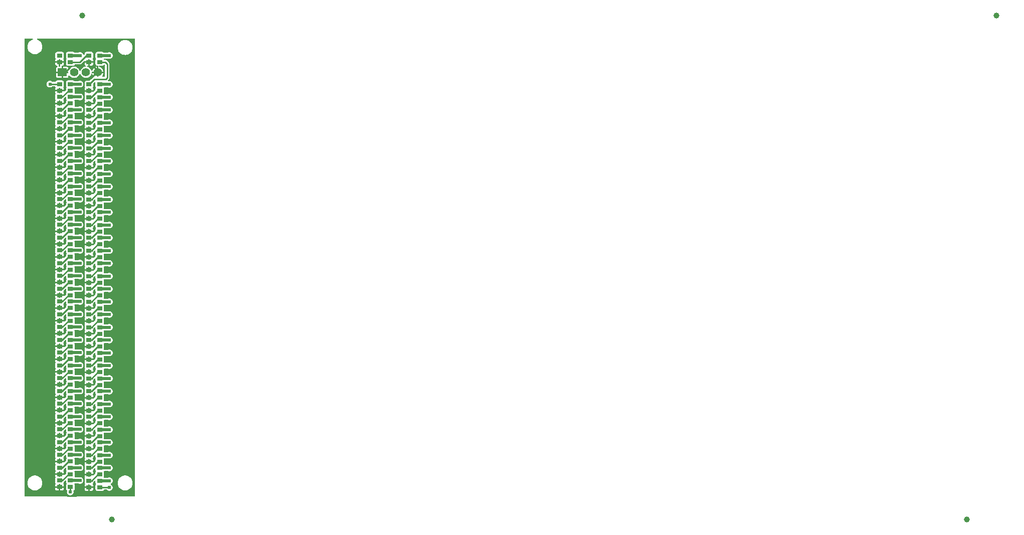
<source format=gtl>
G04 Layer: TopLayer*
G04 EasyEDA v6.5.23, 2023-06-10 18:06:06*
G04 005a25b84e7a4af980d47e0bcec97dff,5a6b42c53f6a479593ecc07194224c93,10*
G04 Gerber Generator version 0.2*
G04 Scale: 100 percent, Rotated: No, Reflected: No *
G04 Dimensions in millimeters *
G04 leading zeros omitted , absolute positions ,4 integer and 5 decimal *
%FSLAX45Y45*%
%MOMM*%

%AMMACRO1*21,1,$1,$2,0,0,$3*%
%ADD10C,0.2540*%
%ADD11C,0.5000*%
%ADD12R,0.9000X0.7000*%
%ADD13C,1.0000*%
%ADD14C,1.4000*%
%ADD15MACRO1,1.524X1.4X0.0000*%
%ADD16C,0.6096*%
%ADD17C,0.0178*%

%LPD*%
G36*
X86868Y914908D02*
G01*
X82956Y915669D01*
X79705Y917905D01*
X77470Y921156D01*
X76708Y925068D01*
X76708Y8638032D01*
X77470Y8641943D01*
X79705Y8645194D01*
X82956Y8647430D01*
X86868Y8648192D01*
X211531Y8648192D01*
X215544Y8647379D01*
X218897Y8645042D01*
X221081Y8641537D01*
X221691Y8637524D01*
X220675Y8633561D01*
X218135Y8630310D01*
X214579Y8628329D01*
X209346Y8626703D01*
X195478Y8620455D01*
X182473Y8612581D01*
X170535Y8603234D01*
X159766Y8592464D01*
X150418Y8580526D01*
X142544Y8567521D01*
X136296Y8553653D01*
X131775Y8539124D01*
X129032Y8524189D01*
X128117Y8509000D01*
X129032Y8493810D01*
X131775Y8478875D01*
X136296Y8464346D01*
X142544Y8450478D01*
X150418Y8437473D01*
X159766Y8425535D01*
X170535Y8414766D01*
X182473Y8405418D01*
X195478Y8397544D01*
X209346Y8391296D01*
X223875Y8386775D01*
X238810Y8384031D01*
X254000Y8383117D01*
X269189Y8384031D01*
X284124Y8386775D01*
X298653Y8391296D01*
X312521Y8397544D01*
X325526Y8405418D01*
X337464Y8414766D01*
X348234Y8425535D01*
X357581Y8437473D01*
X365455Y8450478D01*
X371703Y8464346D01*
X376224Y8478875D01*
X378968Y8493810D01*
X379882Y8509000D01*
X378968Y8524189D01*
X376224Y8539124D01*
X371703Y8553653D01*
X365455Y8567521D01*
X357581Y8580526D01*
X348234Y8592464D01*
X337464Y8603234D01*
X325526Y8612581D01*
X312521Y8620455D01*
X298653Y8626703D01*
X293420Y8628329D01*
X289864Y8630310D01*
X287324Y8633561D01*
X286308Y8637524D01*
X286918Y8641537D01*
X289102Y8645042D01*
X292455Y8647379D01*
X296468Y8648192D01*
X1932432Y8648192D01*
X1936343Y8647430D01*
X1939594Y8645194D01*
X1941830Y8641943D01*
X1942592Y8638032D01*
X1942592Y925068D01*
X1941830Y921156D01*
X1939594Y917905D01*
X1936343Y915669D01*
X1932432Y914908D01*
X862482Y914908D01*
X858418Y915771D01*
X855014Y918159D01*
X852881Y921715D01*
X852322Y925830D01*
X853490Y929792D01*
X856132Y932992D01*
X859840Y934872D01*
X870153Y937666D01*
X879094Y941781D01*
X887120Y947419D01*
X894080Y954379D01*
X899718Y962406D01*
X903833Y971346D01*
X906373Y980795D01*
X907237Y990600D01*
X906373Y1000404D01*
X905002Y1005586D01*
X904798Y1009853D01*
X906322Y1013866D01*
X909421Y1016812D01*
X914603Y1020114D01*
X918718Y1024178D01*
X921766Y1029106D01*
X923696Y1034542D01*
X924407Y1040892D01*
X924407Y1109726D01*
X923696Y1116076D01*
X922019Y1120800D01*
X921461Y1124610D01*
X922375Y1128369D01*
X924610Y1131468D01*
X927862Y1133551D01*
X931621Y1134313D01*
X990244Y1134313D01*
X994562Y1133348D01*
X996746Y1132332D01*
X1006195Y1129792D01*
X1016000Y1128928D01*
X1025804Y1129792D01*
X1035253Y1132332D01*
X1044194Y1136497D01*
X1052220Y1142136D01*
X1059180Y1149045D01*
X1064818Y1157122D01*
X1068933Y1166012D01*
X1071473Y1175512D01*
X1072337Y1185265D01*
X1071473Y1195070D01*
X1068933Y1204569D01*
X1064818Y1213459D01*
X1059180Y1221536D01*
X1052220Y1228445D01*
X1044194Y1234084D01*
X1035253Y1238250D01*
X1025804Y1240790D01*
X1016000Y1241653D01*
X1006195Y1240790D01*
X996746Y1238250D01*
X994206Y1237081D01*
X989939Y1236116D01*
X932992Y1236116D01*
X929233Y1236827D01*
X925982Y1238961D01*
X923747Y1242060D01*
X922832Y1245819D01*
X923696Y1250442D01*
X924407Y1256792D01*
X924407Y1325626D01*
X923696Y1331976D01*
X922019Y1336700D01*
X921461Y1340510D01*
X922375Y1344269D01*
X924610Y1347368D01*
X927862Y1349451D01*
X931621Y1350213D01*
X990244Y1350213D01*
X994562Y1349248D01*
X996746Y1348232D01*
X1006195Y1345692D01*
X1016000Y1344828D01*
X1025804Y1345692D01*
X1035253Y1348232D01*
X1044194Y1352397D01*
X1052220Y1358036D01*
X1059180Y1364945D01*
X1064818Y1373022D01*
X1068933Y1381912D01*
X1071473Y1391412D01*
X1072337Y1401165D01*
X1071473Y1410970D01*
X1068933Y1420469D01*
X1064818Y1429359D01*
X1059180Y1437436D01*
X1052220Y1444345D01*
X1044194Y1449984D01*
X1035253Y1454150D01*
X1025804Y1456690D01*
X1016000Y1457553D01*
X1006195Y1456690D01*
X996746Y1454150D01*
X994206Y1452981D01*
X989939Y1452016D01*
X932992Y1452016D01*
X929233Y1452727D01*
X925982Y1454861D01*
X923747Y1457960D01*
X922832Y1461719D01*
X923696Y1466342D01*
X924407Y1472692D01*
X924407Y1541526D01*
X923696Y1547876D01*
X922019Y1552600D01*
X921461Y1556410D01*
X922375Y1560169D01*
X924610Y1563268D01*
X927862Y1565351D01*
X931621Y1566113D01*
X990244Y1566113D01*
X994562Y1565148D01*
X996746Y1564132D01*
X1006195Y1561592D01*
X1016000Y1560728D01*
X1025804Y1561592D01*
X1035253Y1564132D01*
X1044194Y1568297D01*
X1052220Y1573936D01*
X1059180Y1580845D01*
X1064818Y1588922D01*
X1068933Y1597812D01*
X1071473Y1607312D01*
X1072337Y1617065D01*
X1071473Y1626870D01*
X1068933Y1636369D01*
X1064818Y1645259D01*
X1059180Y1653336D01*
X1052220Y1660245D01*
X1044194Y1665884D01*
X1035253Y1670050D01*
X1025804Y1672589D01*
X1016000Y1673453D01*
X1006195Y1672589D01*
X996746Y1670050D01*
X994206Y1668881D01*
X989939Y1667916D01*
X932992Y1667916D01*
X929233Y1668627D01*
X925982Y1670761D01*
X923747Y1673860D01*
X922832Y1677619D01*
X923696Y1682242D01*
X924407Y1688592D01*
X924407Y1757425D01*
X923696Y1763775D01*
X922019Y1768500D01*
X921461Y1772310D01*
X922375Y1776069D01*
X924610Y1779168D01*
X927862Y1781251D01*
X931621Y1782013D01*
X990244Y1782013D01*
X994562Y1781048D01*
X996746Y1780032D01*
X1006195Y1777492D01*
X1016000Y1776628D01*
X1025804Y1777492D01*
X1035253Y1780032D01*
X1044194Y1784197D01*
X1052220Y1789836D01*
X1059180Y1796745D01*
X1064818Y1804822D01*
X1068933Y1813712D01*
X1071473Y1823212D01*
X1072337Y1832965D01*
X1071473Y1842770D01*
X1068933Y1852269D01*
X1064818Y1861159D01*
X1059180Y1869236D01*
X1052220Y1876145D01*
X1044194Y1881784D01*
X1035253Y1885950D01*
X1025804Y1888489D01*
X1016000Y1889353D01*
X1006195Y1888489D01*
X996746Y1885950D01*
X994206Y1884781D01*
X989939Y1883816D01*
X932992Y1883816D01*
X929233Y1884527D01*
X925982Y1886661D01*
X923747Y1889760D01*
X922832Y1893519D01*
X923696Y1898142D01*
X924407Y1904492D01*
X924407Y1973325D01*
X923696Y1979675D01*
X922019Y1984400D01*
X921461Y1988210D01*
X922375Y1991969D01*
X924610Y1995068D01*
X927862Y1997151D01*
X931621Y1997913D01*
X990244Y1997913D01*
X994562Y1996948D01*
X996746Y1995932D01*
X1006195Y1993392D01*
X1016000Y1992528D01*
X1025804Y1993392D01*
X1035253Y1995932D01*
X1044194Y2000097D01*
X1052220Y2005736D01*
X1059180Y2012645D01*
X1064818Y2020722D01*
X1068933Y2029612D01*
X1071473Y2039112D01*
X1072337Y2048865D01*
X1071473Y2058670D01*
X1068933Y2068169D01*
X1064818Y2077059D01*
X1059180Y2085136D01*
X1052220Y2092045D01*
X1044194Y2097684D01*
X1035253Y2101850D01*
X1025804Y2104390D01*
X1016000Y2105253D01*
X1006195Y2104390D01*
X996746Y2101850D01*
X994206Y2100681D01*
X989939Y2099716D01*
X932992Y2099716D01*
X929233Y2100427D01*
X925982Y2102561D01*
X923747Y2105660D01*
X922832Y2109419D01*
X923696Y2114042D01*
X924407Y2120392D01*
X924407Y2189226D01*
X923696Y2195576D01*
X922019Y2200300D01*
X921461Y2204110D01*
X922375Y2207869D01*
X924610Y2210968D01*
X927862Y2213051D01*
X931621Y2213813D01*
X990244Y2213813D01*
X994562Y2212848D01*
X996746Y2211832D01*
X1006195Y2209292D01*
X1016000Y2208428D01*
X1025804Y2209292D01*
X1035253Y2211832D01*
X1044194Y2215997D01*
X1052220Y2221636D01*
X1059180Y2228545D01*
X1064818Y2236622D01*
X1068933Y2245512D01*
X1071473Y2255012D01*
X1072337Y2264765D01*
X1071473Y2274570D01*
X1068933Y2284069D01*
X1064818Y2292959D01*
X1059180Y2301036D01*
X1052220Y2307945D01*
X1044194Y2313584D01*
X1035253Y2317750D01*
X1025804Y2320290D01*
X1016000Y2321153D01*
X1006195Y2320290D01*
X996746Y2317750D01*
X994206Y2316581D01*
X989939Y2315616D01*
X932992Y2315616D01*
X929233Y2316327D01*
X925982Y2318461D01*
X923747Y2321560D01*
X922832Y2325319D01*
X923696Y2329942D01*
X924407Y2336292D01*
X924407Y2405126D01*
X923696Y2411476D01*
X922019Y2416200D01*
X921461Y2420010D01*
X922375Y2423718D01*
X924610Y2426868D01*
X927862Y2428951D01*
X931621Y2429713D01*
X990295Y2429713D01*
X994562Y2428748D01*
X996746Y2427732D01*
X1006195Y2425192D01*
X1016000Y2424328D01*
X1025804Y2425192D01*
X1035253Y2427732D01*
X1044194Y2431897D01*
X1052220Y2437536D01*
X1059180Y2444445D01*
X1064818Y2452522D01*
X1068933Y2461412D01*
X1071473Y2470912D01*
X1072337Y2480665D01*
X1071473Y2490470D01*
X1068933Y2499969D01*
X1064818Y2508859D01*
X1059180Y2516936D01*
X1052220Y2523845D01*
X1044194Y2529484D01*
X1035253Y2533650D01*
X1025804Y2536190D01*
X1016000Y2537053D01*
X1006195Y2536190D01*
X996746Y2533650D01*
X994206Y2532481D01*
X989939Y2531516D01*
X932992Y2531516D01*
X929233Y2532227D01*
X925982Y2534310D01*
X923747Y2537460D01*
X922832Y2541219D01*
X923696Y2545842D01*
X924407Y2552192D01*
X924407Y2621026D01*
X923696Y2627376D01*
X922019Y2632100D01*
X921461Y2635910D01*
X922375Y2639618D01*
X924610Y2642768D01*
X927862Y2644851D01*
X931621Y2645613D01*
X990295Y2645613D01*
X994562Y2644648D01*
X996746Y2643632D01*
X1006195Y2641092D01*
X1016000Y2640228D01*
X1025804Y2641092D01*
X1035253Y2643632D01*
X1044194Y2647797D01*
X1052220Y2653436D01*
X1059180Y2660345D01*
X1064818Y2668422D01*
X1068933Y2677312D01*
X1071473Y2686812D01*
X1072337Y2696565D01*
X1071473Y2706370D01*
X1068933Y2715869D01*
X1064818Y2724759D01*
X1059180Y2732836D01*
X1052220Y2739745D01*
X1044194Y2745384D01*
X1035253Y2749550D01*
X1025804Y2752090D01*
X1016000Y2752953D01*
X1006195Y2752090D01*
X996746Y2749550D01*
X994206Y2748381D01*
X989939Y2747416D01*
X932992Y2747416D01*
X929233Y2748127D01*
X925982Y2750210D01*
X923747Y2753360D01*
X922832Y2757119D01*
X923696Y2761742D01*
X924407Y2768092D01*
X924407Y2836926D01*
X923696Y2843276D01*
X922019Y2848000D01*
X921461Y2851810D01*
X922375Y2855518D01*
X924610Y2858668D01*
X927862Y2860751D01*
X931621Y2861513D01*
X990295Y2861513D01*
X994562Y2860548D01*
X996746Y2859532D01*
X1006195Y2856992D01*
X1016000Y2856128D01*
X1025804Y2856992D01*
X1035253Y2859532D01*
X1044194Y2863697D01*
X1052220Y2869336D01*
X1059180Y2876245D01*
X1064818Y2884322D01*
X1068933Y2893212D01*
X1071473Y2902712D01*
X1072337Y2912465D01*
X1071473Y2922270D01*
X1068933Y2931769D01*
X1064818Y2940659D01*
X1059180Y2948736D01*
X1052220Y2955645D01*
X1044194Y2961284D01*
X1035253Y2965450D01*
X1025804Y2967990D01*
X1016000Y2968853D01*
X1006195Y2967990D01*
X996746Y2965450D01*
X994206Y2964281D01*
X989939Y2963316D01*
X932992Y2963316D01*
X929233Y2964027D01*
X925982Y2966110D01*
X923747Y2969260D01*
X922832Y2973019D01*
X923696Y2977642D01*
X924407Y2983992D01*
X924407Y3052826D01*
X923696Y3059176D01*
X922019Y3063900D01*
X921461Y3067710D01*
X922375Y3071418D01*
X924610Y3074568D01*
X927862Y3076651D01*
X931621Y3077413D01*
X990295Y3077413D01*
X994562Y3076448D01*
X996746Y3075432D01*
X1006195Y3072892D01*
X1016000Y3072028D01*
X1025804Y3072892D01*
X1035253Y3075432D01*
X1044194Y3079597D01*
X1052220Y3085236D01*
X1059180Y3092145D01*
X1064818Y3100222D01*
X1068933Y3109112D01*
X1071473Y3118612D01*
X1072337Y3128365D01*
X1071473Y3138170D01*
X1068933Y3147669D01*
X1064818Y3156559D01*
X1059180Y3164636D01*
X1052220Y3171545D01*
X1044194Y3177184D01*
X1035253Y3181350D01*
X1025804Y3183890D01*
X1016000Y3184753D01*
X1006195Y3183890D01*
X996746Y3181350D01*
X994206Y3180181D01*
X989939Y3179216D01*
X932992Y3179216D01*
X929233Y3179927D01*
X925982Y3182010D01*
X923747Y3185160D01*
X922832Y3188919D01*
X923696Y3193542D01*
X924407Y3199892D01*
X924407Y3268726D01*
X923696Y3275076D01*
X922019Y3279800D01*
X921461Y3283610D01*
X922375Y3287318D01*
X924610Y3290468D01*
X927862Y3292551D01*
X931621Y3293313D01*
X990295Y3293313D01*
X994562Y3292348D01*
X996746Y3291332D01*
X1006195Y3288792D01*
X1016000Y3287928D01*
X1025804Y3288792D01*
X1035253Y3291332D01*
X1044194Y3295497D01*
X1052220Y3301136D01*
X1059180Y3308045D01*
X1064818Y3316122D01*
X1068933Y3325012D01*
X1071473Y3334512D01*
X1072337Y3344265D01*
X1071473Y3354070D01*
X1068933Y3363569D01*
X1064818Y3372459D01*
X1059180Y3380536D01*
X1052220Y3387445D01*
X1044194Y3393084D01*
X1035253Y3397250D01*
X1025804Y3399790D01*
X1016000Y3400653D01*
X1006195Y3399790D01*
X996746Y3397250D01*
X994206Y3396081D01*
X989939Y3395116D01*
X932992Y3395116D01*
X929233Y3395827D01*
X925982Y3397910D01*
X923747Y3401060D01*
X922832Y3404819D01*
X923696Y3409442D01*
X924407Y3415792D01*
X924407Y3484626D01*
X923696Y3490976D01*
X922019Y3495700D01*
X921461Y3499510D01*
X922375Y3503218D01*
X924610Y3506368D01*
X927862Y3508451D01*
X931621Y3509213D01*
X990295Y3509213D01*
X994562Y3508248D01*
X996746Y3507232D01*
X1006195Y3504692D01*
X1016000Y3503828D01*
X1025804Y3504692D01*
X1035253Y3507232D01*
X1044194Y3511397D01*
X1052220Y3517036D01*
X1059180Y3523945D01*
X1064818Y3532022D01*
X1068933Y3540912D01*
X1071473Y3550412D01*
X1072337Y3560165D01*
X1071473Y3569970D01*
X1068933Y3579469D01*
X1064818Y3588359D01*
X1059180Y3596436D01*
X1052220Y3603345D01*
X1044194Y3608984D01*
X1035253Y3613150D01*
X1025804Y3615690D01*
X1016000Y3616553D01*
X1006195Y3615690D01*
X996746Y3613150D01*
X994206Y3611981D01*
X989939Y3611016D01*
X932992Y3611016D01*
X929233Y3611727D01*
X925982Y3613810D01*
X923747Y3616960D01*
X922832Y3620719D01*
X923696Y3625342D01*
X924407Y3631692D01*
X924407Y3700526D01*
X923696Y3706876D01*
X922019Y3711600D01*
X921461Y3715410D01*
X922375Y3719118D01*
X924610Y3722268D01*
X927862Y3724351D01*
X931621Y3725113D01*
X990295Y3725113D01*
X994562Y3724148D01*
X996746Y3723132D01*
X1006195Y3720592D01*
X1016000Y3719728D01*
X1025804Y3720592D01*
X1035253Y3723132D01*
X1044194Y3727297D01*
X1052220Y3732936D01*
X1059180Y3739845D01*
X1064818Y3747922D01*
X1068933Y3756812D01*
X1071473Y3766312D01*
X1072337Y3776065D01*
X1071473Y3785870D01*
X1068933Y3795369D01*
X1064818Y3804259D01*
X1059180Y3812336D01*
X1052220Y3819245D01*
X1044194Y3824884D01*
X1035253Y3829050D01*
X1025804Y3831590D01*
X1016000Y3832453D01*
X1006195Y3831590D01*
X996746Y3829050D01*
X994206Y3827881D01*
X989939Y3826916D01*
X932992Y3826916D01*
X929233Y3827627D01*
X925982Y3829710D01*
X923747Y3832860D01*
X922832Y3836619D01*
X923696Y3841242D01*
X924407Y3847592D01*
X924407Y3916426D01*
X923696Y3922776D01*
X922019Y3927551D01*
X921461Y3931361D01*
X922375Y3935120D01*
X924560Y3938270D01*
X927811Y3940352D01*
X931621Y3941064D01*
X990092Y3941064D01*
X994410Y3940098D01*
X996746Y3939032D01*
X1006195Y3936492D01*
X1016000Y3935628D01*
X1025804Y3936492D01*
X1035253Y3939032D01*
X1044194Y3943197D01*
X1052220Y3948836D01*
X1059180Y3955745D01*
X1064818Y3963822D01*
X1068933Y3972712D01*
X1071473Y3982212D01*
X1072337Y3991965D01*
X1071473Y4001770D01*
X1068933Y4011269D01*
X1064818Y4020159D01*
X1059180Y4028236D01*
X1052220Y4035145D01*
X1044194Y4040784D01*
X1035253Y4044950D01*
X1025804Y4047490D01*
X1016000Y4048353D01*
X1006195Y4047490D01*
X996746Y4044950D01*
X994359Y4043832D01*
X990092Y4042867D01*
X933043Y4042867D01*
X929233Y4043629D01*
X925982Y4045712D01*
X923747Y4048861D01*
X922883Y4052570D01*
X923696Y4057142D01*
X924407Y4063492D01*
X924407Y4132326D01*
X923696Y4138676D01*
X922019Y4143451D01*
X921461Y4147261D01*
X922375Y4151020D01*
X924560Y4154170D01*
X927811Y4156252D01*
X931621Y4156964D01*
X990092Y4156964D01*
X994410Y4156049D01*
X996746Y4154932D01*
X1006195Y4152392D01*
X1016000Y4151528D01*
X1025804Y4152392D01*
X1035253Y4154932D01*
X1044194Y4159097D01*
X1052220Y4164736D01*
X1059180Y4171645D01*
X1064818Y4179722D01*
X1068933Y4188612D01*
X1071473Y4198112D01*
X1072337Y4207865D01*
X1071473Y4217670D01*
X1068933Y4227169D01*
X1064818Y4236059D01*
X1059180Y4244136D01*
X1052220Y4251045D01*
X1044194Y4256684D01*
X1035253Y4260850D01*
X1025804Y4263390D01*
X1016000Y4264253D01*
X1006195Y4263390D01*
X996746Y4260850D01*
X994359Y4259732D01*
X990092Y4258818D01*
X933043Y4258818D01*
X929233Y4259529D01*
X925982Y4261612D01*
X923798Y4264761D01*
X922883Y4268520D01*
X923696Y4273042D01*
X924407Y4279392D01*
X924407Y4348226D01*
X923696Y4354576D01*
X922019Y4359300D01*
X921461Y4363110D01*
X922375Y4366869D01*
X924610Y4369968D01*
X927862Y4372051D01*
X931621Y4372813D01*
X990244Y4372813D01*
X994562Y4371848D01*
X996746Y4370832D01*
X1006195Y4368292D01*
X1016000Y4367428D01*
X1025804Y4368292D01*
X1035253Y4370832D01*
X1044194Y4374997D01*
X1052220Y4380636D01*
X1059180Y4387545D01*
X1064818Y4395622D01*
X1068933Y4404512D01*
X1071473Y4414012D01*
X1072337Y4423765D01*
X1071473Y4433570D01*
X1068933Y4443069D01*
X1064818Y4451959D01*
X1059180Y4460036D01*
X1052220Y4466945D01*
X1044194Y4472584D01*
X1035253Y4476750D01*
X1025804Y4479290D01*
X1016000Y4480153D01*
X1006195Y4479290D01*
X996746Y4476750D01*
X994206Y4475581D01*
X989939Y4474616D01*
X932992Y4474616D01*
X929233Y4475327D01*
X925982Y4477461D01*
X923747Y4480560D01*
X922832Y4484319D01*
X923696Y4488942D01*
X924407Y4495292D01*
X924407Y4564126D01*
X923696Y4570476D01*
X922019Y4575200D01*
X921461Y4579010D01*
X922375Y4582769D01*
X924610Y4585868D01*
X927862Y4587951D01*
X931621Y4588713D01*
X990244Y4588713D01*
X994562Y4587748D01*
X996746Y4586732D01*
X1006195Y4584192D01*
X1016000Y4583328D01*
X1025804Y4584192D01*
X1035253Y4586732D01*
X1044194Y4590897D01*
X1052220Y4596536D01*
X1059180Y4603445D01*
X1064818Y4611522D01*
X1068933Y4620412D01*
X1071473Y4629912D01*
X1072337Y4639665D01*
X1071473Y4649470D01*
X1068933Y4658969D01*
X1064818Y4667859D01*
X1059180Y4675936D01*
X1052220Y4682845D01*
X1044194Y4688484D01*
X1035253Y4692650D01*
X1025804Y4695190D01*
X1016000Y4696053D01*
X1006195Y4695190D01*
X996746Y4692650D01*
X994206Y4691481D01*
X989939Y4690516D01*
X932992Y4690516D01*
X929233Y4691227D01*
X925982Y4693361D01*
X923747Y4696460D01*
X922832Y4700219D01*
X923696Y4704842D01*
X924407Y4711192D01*
X924407Y4780026D01*
X923696Y4786376D01*
X922019Y4791100D01*
X921461Y4794910D01*
X922375Y4798669D01*
X924610Y4801768D01*
X927862Y4803851D01*
X931621Y4804613D01*
X990244Y4804613D01*
X994562Y4803648D01*
X996746Y4802632D01*
X1006195Y4800092D01*
X1016000Y4799228D01*
X1025804Y4800092D01*
X1035253Y4802632D01*
X1044194Y4806797D01*
X1052220Y4812436D01*
X1059180Y4819345D01*
X1064818Y4827422D01*
X1068933Y4836312D01*
X1071473Y4845812D01*
X1072337Y4855565D01*
X1071473Y4865370D01*
X1068933Y4874869D01*
X1064818Y4883759D01*
X1059180Y4891836D01*
X1052220Y4898745D01*
X1044194Y4904384D01*
X1035253Y4908550D01*
X1025804Y4911090D01*
X1016000Y4911953D01*
X1006195Y4911090D01*
X996746Y4908550D01*
X994206Y4907381D01*
X989939Y4906416D01*
X932992Y4906416D01*
X929233Y4907127D01*
X925982Y4909261D01*
X923747Y4912360D01*
X922832Y4916119D01*
X923696Y4920742D01*
X924407Y4927092D01*
X924407Y4995926D01*
X923696Y5002276D01*
X922019Y5007000D01*
X921461Y5010810D01*
X922375Y5014569D01*
X924610Y5017668D01*
X927862Y5019751D01*
X931621Y5020513D01*
X990244Y5020513D01*
X994562Y5019548D01*
X996746Y5018532D01*
X1006195Y5015992D01*
X1016000Y5015128D01*
X1025804Y5015992D01*
X1035253Y5018532D01*
X1044194Y5022697D01*
X1052220Y5028336D01*
X1059180Y5035245D01*
X1064818Y5043322D01*
X1068933Y5052212D01*
X1071473Y5061712D01*
X1072337Y5071465D01*
X1071473Y5081270D01*
X1068933Y5090769D01*
X1064818Y5099659D01*
X1059180Y5107736D01*
X1052220Y5114645D01*
X1044194Y5120284D01*
X1035253Y5124450D01*
X1025804Y5126990D01*
X1016000Y5127853D01*
X1006195Y5126990D01*
X996746Y5124450D01*
X994206Y5123281D01*
X989939Y5122316D01*
X932992Y5122316D01*
X929233Y5123027D01*
X925982Y5125161D01*
X923747Y5128260D01*
X922832Y5132019D01*
X923696Y5136642D01*
X924407Y5142992D01*
X924407Y5211826D01*
X923696Y5218176D01*
X922019Y5222900D01*
X921461Y5226710D01*
X922375Y5230469D01*
X924610Y5233568D01*
X927862Y5235651D01*
X931621Y5236413D01*
X990244Y5236413D01*
X994562Y5235448D01*
X996746Y5234432D01*
X1006195Y5231892D01*
X1016000Y5231028D01*
X1025804Y5231892D01*
X1035253Y5234432D01*
X1044194Y5238597D01*
X1052220Y5244236D01*
X1059180Y5251145D01*
X1064818Y5259222D01*
X1068933Y5268112D01*
X1071473Y5277612D01*
X1072337Y5287365D01*
X1071473Y5297170D01*
X1068933Y5306669D01*
X1064818Y5315559D01*
X1059180Y5323636D01*
X1052220Y5330545D01*
X1044194Y5336184D01*
X1035253Y5340350D01*
X1025804Y5342890D01*
X1016000Y5343753D01*
X1006195Y5342890D01*
X996746Y5340350D01*
X994206Y5339181D01*
X989939Y5338216D01*
X932992Y5338216D01*
X929233Y5338927D01*
X925982Y5341061D01*
X923747Y5344160D01*
X922832Y5347919D01*
X923696Y5352542D01*
X924407Y5358892D01*
X924407Y5427726D01*
X923696Y5434076D01*
X922019Y5438800D01*
X921461Y5442610D01*
X922375Y5446369D01*
X924610Y5449468D01*
X927862Y5451551D01*
X931621Y5452313D01*
X990244Y5452313D01*
X994562Y5451348D01*
X996746Y5450332D01*
X1006195Y5447792D01*
X1016000Y5446928D01*
X1025804Y5447792D01*
X1035253Y5450332D01*
X1044194Y5454497D01*
X1052220Y5460136D01*
X1059180Y5467045D01*
X1064818Y5475122D01*
X1068933Y5484012D01*
X1071473Y5493512D01*
X1072337Y5503265D01*
X1071473Y5513070D01*
X1068933Y5522569D01*
X1064818Y5531459D01*
X1059180Y5539536D01*
X1052220Y5546445D01*
X1044194Y5552084D01*
X1035253Y5556250D01*
X1025804Y5558790D01*
X1016000Y5559653D01*
X1006195Y5558790D01*
X996746Y5556250D01*
X994206Y5555081D01*
X989939Y5554116D01*
X932992Y5554116D01*
X929233Y5554827D01*
X925982Y5556961D01*
X923747Y5560060D01*
X922832Y5563819D01*
X923696Y5568442D01*
X924407Y5574792D01*
X924407Y5643626D01*
X923696Y5649976D01*
X922019Y5654700D01*
X921461Y5658510D01*
X922375Y5662218D01*
X924610Y5665368D01*
X927862Y5667451D01*
X931621Y5668213D01*
X990295Y5668213D01*
X994562Y5667248D01*
X996746Y5666232D01*
X1006195Y5663692D01*
X1016000Y5662828D01*
X1025804Y5663692D01*
X1035253Y5666232D01*
X1044194Y5670397D01*
X1052220Y5676036D01*
X1059180Y5682945D01*
X1064818Y5691022D01*
X1068933Y5699912D01*
X1071473Y5709412D01*
X1072337Y5719165D01*
X1071473Y5728970D01*
X1068933Y5738469D01*
X1064818Y5747359D01*
X1059180Y5755436D01*
X1052220Y5762345D01*
X1044194Y5767984D01*
X1035253Y5772150D01*
X1025804Y5774690D01*
X1016000Y5775553D01*
X1006195Y5774690D01*
X996746Y5772150D01*
X994206Y5770981D01*
X989939Y5770016D01*
X932992Y5770016D01*
X929233Y5770727D01*
X925982Y5772810D01*
X923747Y5775960D01*
X922832Y5779719D01*
X923696Y5784342D01*
X924407Y5790692D01*
X924407Y5859526D01*
X923696Y5865876D01*
X922019Y5870600D01*
X921461Y5874410D01*
X922375Y5878118D01*
X924610Y5881268D01*
X927862Y5883351D01*
X931621Y5884113D01*
X990295Y5884113D01*
X994562Y5883148D01*
X996746Y5882132D01*
X1006195Y5879592D01*
X1016000Y5878728D01*
X1025804Y5879592D01*
X1035253Y5882132D01*
X1044194Y5886297D01*
X1052220Y5891936D01*
X1059180Y5898845D01*
X1064818Y5906922D01*
X1068933Y5915812D01*
X1071473Y5925312D01*
X1072337Y5935065D01*
X1071473Y5944870D01*
X1068933Y5954369D01*
X1064818Y5963259D01*
X1059180Y5971336D01*
X1052220Y5978245D01*
X1044194Y5983884D01*
X1035253Y5988050D01*
X1025804Y5990590D01*
X1016000Y5991453D01*
X1006195Y5990590D01*
X996746Y5988050D01*
X994206Y5986881D01*
X989939Y5985916D01*
X932992Y5985916D01*
X929233Y5986627D01*
X925982Y5988710D01*
X923747Y5991860D01*
X922832Y5995619D01*
X923696Y6000242D01*
X924407Y6006592D01*
X924407Y6075426D01*
X923696Y6081776D01*
X922019Y6086500D01*
X921461Y6090310D01*
X922375Y6094018D01*
X924610Y6097168D01*
X927862Y6099251D01*
X931621Y6100013D01*
X990295Y6100013D01*
X994562Y6099048D01*
X996746Y6098032D01*
X1006195Y6095492D01*
X1016000Y6094628D01*
X1025804Y6095492D01*
X1035253Y6098032D01*
X1044194Y6102197D01*
X1052220Y6107836D01*
X1059180Y6114745D01*
X1064818Y6122822D01*
X1068933Y6131712D01*
X1071473Y6141212D01*
X1072337Y6150965D01*
X1071473Y6160770D01*
X1068933Y6170269D01*
X1064818Y6179159D01*
X1059180Y6187236D01*
X1052220Y6194145D01*
X1044194Y6199784D01*
X1035253Y6203950D01*
X1025804Y6206490D01*
X1016000Y6207353D01*
X1006195Y6206490D01*
X996746Y6203950D01*
X994206Y6202781D01*
X989939Y6201816D01*
X932992Y6201816D01*
X929233Y6202527D01*
X925982Y6204610D01*
X923747Y6207760D01*
X922832Y6211519D01*
X923696Y6216142D01*
X924407Y6222492D01*
X924407Y6291326D01*
X923696Y6297676D01*
X922019Y6302400D01*
X921461Y6306210D01*
X922375Y6309918D01*
X924610Y6313068D01*
X927862Y6315151D01*
X931621Y6315913D01*
X990295Y6315913D01*
X994562Y6314948D01*
X996746Y6313932D01*
X1006195Y6311392D01*
X1016000Y6310528D01*
X1025804Y6311392D01*
X1035253Y6313932D01*
X1044194Y6318097D01*
X1052220Y6323736D01*
X1059180Y6330645D01*
X1064818Y6338722D01*
X1068933Y6347612D01*
X1071473Y6357112D01*
X1072337Y6366865D01*
X1071473Y6376670D01*
X1068933Y6386169D01*
X1064818Y6395059D01*
X1059180Y6403136D01*
X1052220Y6410045D01*
X1044194Y6415684D01*
X1035253Y6419850D01*
X1025804Y6422390D01*
X1016000Y6423253D01*
X1006195Y6422390D01*
X996746Y6419850D01*
X994206Y6418681D01*
X989939Y6417716D01*
X932992Y6417716D01*
X929233Y6418427D01*
X925982Y6420510D01*
X923747Y6423660D01*
X922832Y6427419D01*
X923696Y6432042D01*
X924407Y6438392D01*
X924407Y6507226D01*
X923696Y6513576D01*
X922019Y6518300D01*
X921461Y6522110D01*
X922375Y6525818D01*
X924610Y6528968D01*
X927862Y6531051D01*
X931621Y6531813D01*
X990295Y6531813D01*
X994562Y6530848D01*
X996746Y6529831D01*
X1006195Y6527292D01*
X1016000Y6526428D01*
X1025804Y6527292D01*
X1035253Y6529831D01*
X1044194Y6533997D01*
X1052220Y6539636D01*
X1059180Y6546545D01*
X1064818Y6554622D01*
X1068933Y6563512D01*
X1071473Y6573012D01*
X1072337Y6582765D01*
X1071473Y6592570D01*
X1068933Y6602069D01*
X1064818Y6610959D01*
X1059180Y6619036D01*
X1052220Y6625945D01*
X1044194Y6631584D01*
X1035253Y6635750D01*
X1025804Y6638290D01*
X1016000Y6639153D01*
X1006195Y6638290D01*
X996746Y6635750D01*
X994206Y6634581D01*
X989939Y6633616D01*
X932992Y6633616D01*
X929233Y6634327D01*
X925982Y6636410D01*
X923747Y6639559D01*
X922832Y6643319D01*
X923696Y6647942D01*
X924407Y6654292D01*
X924407Y6723125D01*
X923696Y6729475D01*
X922019Y6734200D01*
X921461Y6738010D01*
X922375Y6741718D01*
X924610Y6744868D01*
X927862Y6746951D01*
X931621Y6747713D01*
X990295Y6747713D01*
X994562Y6746748D01*
X996746Y6745731D01*
X1006195Y6743192D01*
X1016000Y6742328D01*
X1025804Y6743192D01*
X1035253Y6745731D01*
X1044194Y6749897D01*
X1052220Y6755536D01*
X1059180Y6762445D01*
X1064818Y6770522D01*
X1068933Y6779412D01*
X1071473Y6788912D01*
X1072337Y6798665D01*
X1071473Y6808470D01*
X1068933Y6817969D01*
X1064818Y6826859D01*
X1059180Y6834936D01*
X1052220Y6841845D01*
X1044194Y6847484D01*
X1035253Y6851650D01*
X1025804Y6854190D01*
X1016000Y6855053D01*
X1006195Y6854190D01*
X996746Y6851650D01*
X994206Y6850481D01*
X989939Y6849516D01*
X932992Y6849516D01*
X929233Y6850227D01*
X925982Y6852310D01*
X923747Y6855459D01*
X922832Y6859219D01*
X923696Y6863842D01*
X924407Y6870192D01*
X924407Y6939025D01*
X923696Y6945375D01*
X922019Y6950100D01*
X921461Y6953910D01*
X922375Y6957618D01*
X924610Y6960768D01*
X927862Y6962851D01*
X931621Y6963613D01*
X990295Y6963613D01*
X994562Y6962648D01*
X996746Y6961631D01*
X1006195Y6959092D01*
X1016000Y6958228D01*
X1025804Y6959092D01*
X1035253Y6961631D01*
X1044194Y6965797D01*
X1052220Y6971436D01*
X1059180Y6978345D01*
X1064818Y6986422D01*
X1068933Y6995312D01*
X1071473Y7004812D01*
X1072337Y7014565D01*
X1071473Y7024370D01*
X1068933Y7033869D01*
X1064818Y7042759D01*
X1059180Y7050836D01*
X1052220Y7057745D01*
X1044194Y7063384D01*
X1035253Y7067550D01*
X1025804Y7070090D01*
X1016000Y7070953D01*
X1006195Y7070090D01*
X996746Y7067550D01*
X994206Y7066381D01*
X989939Y7065416D01*
X932992Y7065416D01*
X929233Y7066127D01*
X925982Y7068210D01*
X923747Y7071359D01*
X922832Y7075119D01*
X923696Y7079742D01*
X924407Y7086092D01*
X924407Y7154925D01*
X923696Y7161275D01*
X922019Y7166051D01*
X921461Y7169861D01*
X922375Y7173620D01*
X924560Y7176770D01*
X927811Y7178852D01*
X931621Y7179564D01*
X990092Y7179564D01*
X994410Y7178598D01*
X996746Y7177531D01*
X1006195Y7174992D01*
X1016000Y7174128D01*
X1025804Y7174992D01*
X1035253Y7177531D01*
X1044194Y7181697D01*
X1052220Y7187336D01*
X1059180Y7194245D01*
X1064818Y7202322D01*
X1068933Y7211212D01*
X1071473Y7220712D01*
X1072337Y7230465D01*
X1071473Y7240270D01*
X1068933Y7249769D01*
X1064818Y7258659D01*
X1059180Y7266736D01*
X1052220Y7273645D01*
X1044194Y7279284D01*
X1035253Y7283450D01*
X1025804Y7285990D01*
X1016000Y7286853D01*
X1006195Y7285990D01*
X996746Y7283450D01*
X994359Y7282332D01*
X990092Y7281367D01*
X933043Y7281367D01*
X929233Y7282129D01*
X925982Y7284212D01*
X923747Y7287361D01*
X922883Y7291070D01*
X923696Y7295642D01*
X924407Y7301992D01*
X924407Y7370825D01*
X923696Y7377175D01*
X922019Y7381951D01*
X921461Y7385761D01*
X922375Y7389520D01*
X924560Y7392670D01*
X927811Y7394752D01*
X931621Y7395464D01*
X990092Y7395464D01*
X994410Y7394549D01*
X996746Y7393431D01*
X1006195Y7390892D01*
X1016000Y7390028D01*
X1025804Y7390892D01*
X1035253Y7393431D01*
X1044194Y7397597D01*
X1052220Y7403236D01*
X1059180Y7410145D01*
X1064818Y7418222D01*
X1068933Y7427112D01*
X1071473Y7436612D01*
X1072337Y7446365D01*
X1071473Y7456170D01*
X1068933Y7465669D01*
X1064818Y7474559D01*
X1059180Y7482636D01*
X1052220Y7489545D01*
X1044194Y7495184D01*
X1035253Y7499350D01*
X1025804Y7501890D01*
X1016000Y7502753D01*
X1006195Y7501890D01*
X996746Y7499350D01*
X994359Y7498232D01*
X990092Y7497318D01*
X933043Y7497318D01*
X929233Y7498029D01*
X925982Y7500112D01*
X923798Y7503261D01*
X922883Y7507020D01*
X923696Y7511542D01*
X924407Y7517892D01*
X924407Y7586725D01*
X923696Y7593075D01*
X922019Y7597851D01*
X921461Y7601661D01*
X922375Y7605420D01*
X924560Y7608570D01*
X927811Y7610652D01*
X931621Y7611364D01*
X990092Y7611364D01*
X994410Y7610449D01*
X996746Y7609331D01*
X1006195Y7606792D01*
X1016000Y7605928D01*
X1025804Y7606792D01*
X1035253Y7609331D01*
X1044194Y7613497D01*
X1052220Y7619136D01*
X1059180Y7626045D01*
X1064818Y7634122D01*
X1068933Y7643012D01*
X1071473Y7652512D01*
X1072337Y7662265D01*
X1071473Y7672070D01*
X1068933Y7681569D01*
X1064818Y7690459D01*
X1059180Y7698536D01*
X1052220Y7705445D01*
X1044194Y7711084D01*
X1035253Y7715250D01*
X1025804Y7717790D01*
X1016000Y7718653D01*
X1006195Y7717790D01*
X996746Y7715250D01*
X994359Y7714132D01*
X990092Y7713218D01*
X933043Y7713218D01*
X929233Y7713929D01*
X925982Y7716012D01*
X923798Y7719161D01*
X922883Y7722920D01*
X923696Y7727442D01*
X924407Y7733792D01*
X924407Y7802625D01*
X923696Y7808975D01*
X922019Y7813751D01*
X921461Y7817561D01*
X922375Y7821320D01*
X924560Y7824470D01*
X927811Y7826552D01*
X931621Y7827264D01*
X990092Y7827264D01*
X994410Y7826349D01*
X996746Y7825231D01*
X1006195Y7822692D01*
X1016000Y7821828D01*
X1025804Y7822692D01*
X1035253Y7825231D01*
X1044194Y7829397D01*
X1052220Y7835036D01*
X1059180Y7841945D01*
X1064818Y7850022D01*
X1068933Y7858912D01*
X1071473Y7868412D01*
X1072337Y7878165D01*
X1071473Y7887970D01*
X1068933Y7897469D01*
X1064818Y7906359D01*
X1059180Y7914436D01*
X1052220Y7921345D01*
X1044194Y7926984D01*
X1035253Y7931150D01*
X1025804Y7933690D01*
X1016000Y7934553D01*
X1006195Y7933690D01*
X996746Y7931150D01*
X994359Y7930032D01*
X990092Y7929118D01*
X923137Y7929118D01*
X919276Y7929880D01*
X915974Y7932064D01*
X914603Y7933436D01*
X909726Y7936484D01*
X904240Y7938414D01*
X897940Y7939125D01*
X809091Y7939125D01*
X802741Y7938414D01*
X797306Y7936484D01*
X792378Y7933436D01*
X788314Y7929321D01*
X785215Y7924444D01*
X783285Y7918958D01*
X782574Y7912658D01*
X782574Y7843774D01*
X783285Y7837474D01*
X785215Y7831988D01*
X787349Y7828635D01*
X788720Y7825079D01*
X788720Y7821320D01*
X787349Y7817815D01*
X785215Y7814411D01*
X783285Y7808975D01*
X782574Y7802625D01*
X782574Y7788300D01*
X781812Y7784388D01*
X779627Y7781137D01*
X756970Y7758480D01*
X753668Y7756296D01*
X749808Y7755534D01*
X683209Y7755534D01*
X683209Y7733385D01*
X682447Y7729474D01*
X680212Y7726172D01*
X676910Y7723987D01*
X673049Y7723225D01*
X667969Y7723225D01*
X664057Y7723987D01*
X660755Y7726172D01*
X658571Y7729474D01*
X657809Y7733385D01*
X657809Y7755534D01*
X599592Y7755534D01*
X599592Y7733792D01*
X600303Y7727442D01*
X602234Y7722006D01*
X604418Y7717129D01*
X604418Y7713370D01*
X602234Y7708544D01*
X600303Y7703058D01*
X599592Y7696758D01*
X599592Y7627874D01*
X600303Y7621574D01*
X602234Y7616088D01*
X604316Y7612735D01*
X605739Y7609179D01*
X605739Y7605420D01*
X604316Y7601915D01*
X602234Y7598511D01*
X600303Y7593075D01*
X599592Y7586725D01*
X599592Y7565034D01*
X657809Y7565034D01*
X657809Y7591247D01*
X658571Y7595108D01*
X660755Y7598409D01*
X664057Y7600645D01*
X667969Y7601407D01*
X673049Y7601407D01*
X676910Y7600645D01*
X680212Y7598409D01*
X682447Y7595108D01*
X683209Y7591247D01*
X683209Y7565034D01*
X741426Y7565034D01*
X741426Y7586725D01*
X740714Y7593075D01*
X738784Y7598511D01*
X736650Y7601915D01*
X735279Y7605420D01*
X735279Y7609179D01*
X736650Y7612735D01*
X738784Y7616088D01*
X740714Y7621574D01*
X741426Y7629499D01*
X742188Y7633411D01*
X744372Y7636662D01*
X765251Y7657541D01*
X768553Y7659776D01*
X772414Y7660538D01*
X776325Y7659776D01*
X779627Y7657541D01*
X781812Y7654239D01*
X782574Y7650378D01*
X782574Y7627874D01*
X783285Y7621574D01*
X785215Y7616088D01*
X787349Y7612735D01*
X788720Y7609179D01*
X788720Y7605420D01*
X787349Y7601915D01*
X785215Y7598511D01*
X783285Y7593075D01*
X782574Y7586725D01*
X782574Y7572400D01*
X781812Y7568488D01*
X779627Y7565237D01*
X756970Y7542580D01*
X753668Y7540396D01*
X749808Y7539634D01*
X683209Y7539634D01*
X683209Y7517485D01*
X682447Y7513574D01*
X680212Y7510272D01*
X676910Y7508087D01*
X673049Y7507325D01*
X667969Y7507325D01*
X664057Y7508087D01*
X660755Y7510272D01*
X658571Y7513574D01*
X657809Y7517485D01*
X657809Y7539634D01*
X599592Y7539634D01*
X599592Y7517892D01*
X600303Y7511542D01*
X602234Y7506106D01*
X604418Y7501229D01*
X604418Y7497470D01*
X602234Y7492644D01*
X600303Y7487158D01*
X599592Y7480858D01*
X599592Y7411974D01*
X600303Y7405674D01*
X602234Y7400188D01*
X604316Y7396835D01*
X605739Y7393279D01*
X605739Y7389520D01*
X604316Y7386015D01*
X602234Y7382611D01*
X600303Y7377175D01*
X599592Y7370825D01*
X599592Y7349134D01*
X657809Y7349134D01*
X657809Y7375347D01*
X658571Y7379208D01*
X660755Y7382509D01*
X664057Y7384745D01*
X667969Y7385507D01*
X673049Y7385507D01*
X676910Y7384745D01*
X680212Y7382509D01*
X682447Y7379208D01*
X683209Y7375347D01*
X683209Y7349134D01*
X741426Y7349134D01*
X741426Y7370825D01*
X740714Y7377175D01*
X738784Y7382611D01*
X736650Y7386015D01*
X735279Y7389520D01*
X735279Y7393279D01*
X736650Y7396835D01*
X738784Y7400188D01*
X740714Y7405674D01*
X741426Y7413599D01*
X742188Y7417511D01*
X744372Y7420762D01*
X765251Y7441641D01*
X768553Y7443876D01*
X772414Y7444638D01*
X776325Y7443876D01*
X779627Y7441641D01*
X781812Y7438339D01*
X782574Y7434478D01*
X782574Y7411974D01*
X783285Y7405674D01*
X785215Y7400188D01*
X787349Y7396835D01*
X788720Y7393279D01*
X788720Y7389520D01*
X787349Y7386015D01*
X785215Y7382611D01*
X783285Y7377175D01*
X782574Y7370825D01*
X782574Y7356500D01*
X781812Y7352588D01*
X779627Y7349337D01*
X756970Y7326680D01*
X753668Y7324496D01*
X749808Y7323734D01*
X683209Y7323734D01*
X683209Y7301585D01*
X682447Y7297674D01*
X680212Y7294372D01*
X676910Y7292187D01*
X673049Y7291425D01*
X667969Y7291425D01*
X664057Y7292187D01*
X660755Y7294372D01*
X658571Y7297674D01*
X657809Y7301585D01*
X657809Y7323734D01*
X599592Y7323734D01*
X599592Y7301992D01*
X600303Y7295642D01*
X602234Y7290206D01*
X604418Y7285329D01*
X604418Y7281570D01*
X602234Y7276693D01*
X600303Y7271258D01*
X599592Y7264908D01*
X599592Y7196074D01*
X600303Y7189774D01*
X602234Y7184288D01*
X604316Y7180884D01*
X605739Y7177379D01*
X605739Y7173620D01*
X604316Y7170115D01*
X602234Y7166711D01*
X600303Y7161275D01*
X599592Y7154925D01*
X599592Y7133183D01*
X657809Y7133183D01*
X657809Y7159447D01*
X658571Y7163308D01*
X660755Y7166609D01*
X664057Y7168794D01*
X667969Y7169607D01*
X673049Y7169607D01*
X676910Y7168794D01*
X680212Y7166609D01*
X682447Y7163308D01*
X683209Y7159447D01*
X683209Y7133183D01*
X741426Y7133183D01*
X741426Y7154925D01*
X740714Y7161275D01*
X738784Y7166711D01*
X736650Y7170115D01*
X735279Y7173620D01*
X735279Y7177379D01*
X736650Y7180884D01*
X738784Y7184288D01*
X740714Y7189774D01*
X741426Y7197699D01*
X742188Y7201611D01*
X744372Y7204862D01*
X765251Y7225741D01*
X768553Y7227976D01*
X772414Y7228738D01*
X776325Y7227976D01*
X779627Y7225741D01*
X781812Y7222439D01*
X782574Y7218578D01*
X782574Y7196074D01*
X783285Y7189774D01*
X785215Y7184288D01*
X787349Y7180884D01*
X788720Y7177379D01*
X788720Y7173620D01*
X787349Y7170115D01*
X785215Y7166711D01*
X783285Y7161275D01*
X782574Y7154925D01*
X782574Y7140600D01*
X781812Y7136739D01*
X779627Y7133437D01*
X757021Y7110780D01*
X753719Y7108596D01*
X749858Y7107783D01*
X683209Y7107783D01*
X683209Y7085685D01*
X682447Y7081774D01*
X680212Y7078472D01*
X676910Y7076287D01*
X673049Y7075525D01*
X667969Y7075525D01*
X664057Y7076287D01*
X660755Y7078472D01*
X658571Y7081774D01*
X657809Y7085685D01*
X657809Y7107783D01*
X599592Y7107783D01*
X599592Y7086092D01*
X600303Y7079742D01*
X602234Y7074306D01*
X604418Y7069429D01*
X604418Y7065670D01*
X602234Y7060793D01*
X600303Y7055358D01*
X599592Y7049008D01*
X599592Y6980174D01*
X600303Y6973874D01*
X602234Y6968388D01*
X604316Y6964984D01*
X605739Y6961479D01*
X605739Y6957720D01*
X604316Y6954215D01*
X602234Y6950811D01*
X600303Y6945375D01*
X599592Y6939025D01*
X599592Y6917283D01*
X657809Y6917283D01*
X657809Y6943547D01*
X658571Y6947408D01*
X660755Y6950709D01*
X664057Y6952894D01*
X667969Y6953707D01*
X673049Y6953707D01*
X676910Y6952894D01*
X680212Y6950709D01*
X682447Y6947408D01*
X683209Y6943547D01*
X683209Y6917283D01*
X741426Y6917283D01*
X741426Y6939025D01*
X740714Y6945375D01*
X738784Y6950811D01*
X736650Y6954215D01*
X735279Y6957720D01*
X735279Y6961479D01*
X736650Y6964984D01*
X738784Y6968388D01*
X740714Y6973874D01*
X741426Y6981596D01*
X742188Y6985457D01*
X744372Y6988759D01*
X765251Y7009688D01*
X768553Y7011873D01*
X772414Y7012686D01*
X776325Y7011924D01*
X779627Y7009688D01*
X781812Y7006386D01*
X782574Y7002525D01*
X782574Y6980174D01*
X783285Y6973874D01*
X785215Y6968388D01*
X787349Y6964984D01*
X788720Y6961479D01*
X788720Y6957720D01*
X787349Y6954215D01*
X785215Y6950811D01*
X783285Y6945375D01*
X782574Y6939025D01*
X782574Y6924700D01*
X781812Y6920839D01*
X779627Y6917537D01*
X757021Y6894880D01*
X753719Y6892696D01*
X749858Y6891883D01*
X683209Y6891883D01*
X683209Y6869785D01*
X682447Y6865874D01*
X680212Y6862572D01*
X676910Y6860387D01*
X673049Y6859625D01*
X667969Y6859625D01*
X664057Y6860387D01*
X660755Y6862572D01*
X658571Y6865874D01*
X657809Y6869785D01*
X657809Y6891883D01*
X599592Y6891883D01*
X599592Y6870192D01*
X600303Y6863842D01*
X602234Y6858406D01*
X604418Y6853529D01*
X604418Y6849770D01*
X602234Y6844893D01*
X600303Y6839458D01*
X599592Y6833108D01*
X599592Y6764274D01*
X600303Y6757974D01*
X602234Y6752488D01*
X604316Y6749084D01*
X605739Y6745579D01*
X605739Y6741820D01*
X604316Y6738315D01*
X602234Y6734911D01*
X600303Y6729475D01*
X599592Y6723125D01*
X599592Y6701383D01*
X657809Y6701383D01*
X657809Y6727647D01*
X658571Y6731508D01*
X660755Y6734809D01*
X664057Y6736994D01*
X667969Y6737807D01*
X673049Y6737807D01*
X676910Y6736994D01*
X680212Y6734809D01*
X682447Y6731508D01*
X683209Y6727647D01*
X683209Y6701383D01*
X741426Y6701383D01*
X741426Y6723125D01*
X740714Y6729475D01*
X738784Y6734911D01*
X736650Y6738315D01*
X735279Y6741820D01*
X735279Y6745579D01*
X736650Y6749084D01*
X738784Y6752488D01*
X740714Y6757974D01*
X741426Y6765696D01*
X742188Y6769557D01*
X744372Y6772859D01*
X765251Y6793788D01*
X768553Y6795973D01*
X772414Y6796786D01*
X776325Y6796024D01*
X779627Y6793788D01*
X781812Y6790486D01*
X782574Y6786625D01*
X782574Y6764274D01*
X783285Y6757974D01*
X785215Y6752488D01*
X787349Y6749084D01*
X788720Y6745579D01*
X788720Y6741820D01*
X787349Y6738315D01*
X785215Y6734911D01*
X783285Y6729475D01*
X782574Y6723125D01*
X782574Y6708800D01*
X781812Y6704939D01*
X779627Y6701637D01*
X757021Y6678980D01*
X753719Y6676796D01*
X749858Y6675983D01*
X683209Y6675983D01*
X683209Y6653885D01*
X682447Y6649974D01*
X680212Y6646672D01*
X676910Y6644487D01*
X673049Y6643725D01*
X667969Y6643725D01*
X664057Y6644487D01*
X660755Y6646672D01*
X658571Y6649974D01*
X657809Y6653885D01*
X657809Y6675983D01*
X599592Y6675983D01*
X599592Y6654292D01*
X600303Y6647942D01*
X602234Y6642506D01*
X604418Y6637629D01*
X604418Y6633870D01*
X602234Y6628993D01*
X600303Y6623558D01*
X599592Y6617208D01*
X599592Y6548374D01*
X600303Y6542074D01*
X602234Y6536588D01*
X604316Y6533235D01*
X605739Y6529679D01*
X605739Y6525920D01*
X604316Y6522415D01*
X602234Y6519011D01*
X600303Y6513576D01*
X599592Y6507226D01*
X599592Y6485483D01*
X657809Y6485483D01*
X657809Y6511747D01*
X658571Y6515607D01*
X660755Y6518909D01*
X664057Y6521145D01*
X667969Y6521907D01*
X673049Y6521907D01*
X676910Y6521145D01*
X680212Y6518909D01*
X682447Y6515607D01*
X683209Y6511747D01*
X683209Y6485483D01*
X741426Y6485483D01*
X741426Y6507226D01*
X740714Y6513576D01*
X738784Y6519011D01*
X736650Y6522415D01*
X735279Y6525920D01*
X735279Y6529679D01*
X736650Y6533235D01*
X738784Y6536588D01*
X740714Y6542074D01*
X741426Y6549796D01*
X742188Y6553657D01*
X744372Y6556959D01*
X765251Y6577888D01*
X768553Y6580073D01*
X772414Y6580886D01*
X776325Y6580124D01*
X779627Y6577888D01*
X781812Y6574586D01*
X782574Y6570725D01*
X782574Y6548374D01*
X783285Y6542074D01*
X785215Y6536588D01*
X787349Y6533235D01*
X788720Y6529679D01*
X788720Y6525920D01*
X787349Y6522415D01*
X785215Y6519011D01*
X783285Y6513576D01*
X782574Y6507226D01*
X782574Y6492900D01*
X781812Y6489039D01*
X779627Y6485737D01*
X757021Y6463080D01*
X753719Y6460896D01*
X749858Y6460083D01*
X683209Y6460083D01*
X683209Y6437985D01*
X682447Y6434074D01*
X680212Y6430772D01*
X676910Y6428587D01*
X673049Y6427825D01*
X667969Y6427825D01*
X664057Y6428587D01*
X660755Y6430772D01*
X658571Y6434074D01*
X657809Y6437985D01*
X657809Y6460083D01*
X599592Y6460083D01*
X599592Y6438392D01*
X600303Y6432042D01*
X602234Y6426606D01*
X604418Y6421729D01*
X604418Y6417970D01*
X602234Y6413093D01*
X600303Y6407658D01*
X599592Y6401308D01*
X599592Y6332474D01*
X600303Y6326174D01*
X602234Y6320688D01*
X604316Y6317335D01*
X605739Y6313779D01*
X605739Y6310020D01*
X604316Y6306515D01*
X602234Y6303111D01*
X600303Y6297676D01*
X599592Y6291326D01*
X599592Y6269583D01*
X657809Y6269583D01*
X657809Y6295847D01*
X658571Y6299708D01*
X660755Y6303010D01*
X664057Y6305245D01*
X667969Y6306007D01*
X673049Y6306007D01*
X676910Y6305245D01*
X680212Y6303010D01*
X682447Y6299708D01*
X683209Y6295847D01*
X683209Y6269583D01*
X741426Y6269583D01*
X741426Y6291326D01*
X740714Y6297676D01*
X738784Y6303111D01*
X736650Y6306515D01*
X735279Y6310020D01*
X735279Y6313779D01*
X736650Y6317335D01*
X738784Y6320688D01*
X740714Y6326174D01*
X741426Y6333896D01*
X742188Y6337757D01*
X744372Y6341059D01*
X765251Y6361988D01*
X768553Y6364173D01*
X772414Y6364986D01*
X776325Y6364224D01*
X779627Y6361988D01*
X781812Y6358686D01*
X782574Y6354826D01*
X782574Y6332474D01*
X783285Y6326174D01*
X785215Y6320688D01*
X787349Y6317335D01*
X788720Y6313779D01*
X788720Y6310020D01*
X787349Y6306515D01*
X785215Y6303111D01*
X783285Y6297676D01*
X782574Y6291326D01*
X782574Y6277000D01*
X781812Y6273139D01*
X779627Y6269837D01*
X757021Y6247180D01*
X753719Y6244996D01*
X749858Y6244183D01*
X683209Y6244183D01*
X683209Y6222085D01*
X682447Y6218174D01*
X680212Y6214872D01*
X676910Y6212687D01*
X673049Y6211925D01*
X667969Y6211925D01*
X664057Y6212687D01*
X660755Y6214872D01*
X658571Y6218174D01*
X657809Y6222085D01*
X657809Y6244183D01*
X599592Y6244183D01*
X599592Y6222492D01*
X600303Y6216142D01*
X602234Y6210706D01*
X604418Y6205829D01*
X604418Y6202070D01*
X602234Y6197193D01*
X600303Y6191758D01*
X599592Y6185408D01*
X599592Y6116574D01*
X600303Y6110274D01*
X602234Y6104788D01*
X604316Y6101435D01*
X605739Y6097879D01*
X605739Y6094120D01*
X604316Y6090615D01*
X602234Y6087211D01*
X600303Y6081776D01*
X599592Y6075426D01*
X599592Y6053683D01*
X657809Y6053683D01*
X657809Y6079947D01*
X658571Y6083808D01*
X660755Y6087110D01*
X664057Y6089345D01*
X667969Y6090107D01*
X673049Y6090107D01*
X676910Y6089345D01*
X680212Y6087110D01*
X682447Y6083808D01*
X683209Y6079947D01*
X683209Y6053683D01*
X741426Y6053683D01*
X741426Y6075426D01*
X740714Y6081776D01*
X738784Y6087211D01*
X736650Y6090615D01*
X735279Y6094120D01*
X735279Y6097879D01*
X736650Y6101435D01*
X738784Y6104788D01*
X740714Y6110274D01*
X741426Y6117996D01*
X742188Y6121857D01*
X744372Y6125159D01*
X765251Y6146088D01*
X768553Y6148273D01*
X772414Y6149086D01*
X776325Y6148324D01*
X779627Y6146088D01*
X781812Y6142786D01*
X782574Y6138926D01*
X782574Y6116574D01*
X783285Y6110274D01*
X785215Y6104788D01*
X787349Y6101435D01*
X788720Y6097879D01*
X788720Y6094120D01*
X787349Y6090615D01*
X785215Y6087211D01*
X783285Y6081776D01*
X782574Y6075426D01*
X782574Y6061100D01*
X781812Y6057239D01*
X779627Y6053937D01*
X757021Y6031280D01*
X753719Y6029096D01*
X749858Y6028283D01*
X683209Y6028283D01*
X683209Y6006185D01*
X682447Y6002274D01*
X680212Y5998972D01*
X676910Y5996787D01*
X673049Y5996025D01*
X667969Y5996025D01*
X664057Y5996787D01*
X660755Y5998972D01*
X658571Y6002274D01*
X657809Y6006185D01*
X657809Y6028283D01*
X599592Y6028283D01*
X599592Y6006592D01*
X600303Y6000242D01*
X602234Y5994806D01*
X604418Y5989929D01*
X604418Y5986170D01*
X602234Y5981293D01*
X600303Y5975858D01*
X599592Y5969508D01*
X599592Y5900674D01*
X600303Y5894374D01*
X602234Y5888888D01*
X604316Y5885535D01*
X605739Y5881979D01*
X605739Y5878220D01*
X604316Y5874715D01*
X602234Y5871311D01*
X600303Y5865876D01*
X599592Y5859526D01*
X599592Y5837783D01*
X657809Y5837783D01*
X657809Y5864047D01*
X658571Y5867908D01*
X660755Y5871210D01*
X664057Y5873445D01*
X667969Y5874207D01*
X673049Y5874207D01*
X676910Y5873445D01*
X680212Y5871210D01*
X682447Y5867908D01*
X683209Y5864047D01*
X683209Y5837783D01*
X741426Y5837783D01*
X741426Y5859526D01*
X740714Y5865876D01*
X738784Y5871311D01*
X736650Y5874715D01*
X735279Y5878220D01*
X735279Y5881979D01*
X736650Y5885535D01*
X738784Y5888888D01*
X740714Y5894374D01*
X741426Y5902096D01*
X742188Y5905957D01*
X744372Y5909259D01*
X765251Y5930188D01*
X768553Y5932373D01*
X772414Y5933186D01*
X776325Y5932424D01*
X779627Y5930188D01*
X781812Y5926886D01*
X782574Y5923026D01*
X782574Y5900674D01*
X783285Y5894374D01*
X785215Y5888888D01*
X787349Y5885535D01*
X788720Y5881979D01*
X788720Y5878220D01*
X787349Y5874715D01*
X785215Y5871311D01*
X783285Y5865876D01*
X782574Y5859526D01*
X782574Y5845200D01*
X781812Y5841339D01*
X779627Y5838037D01*
X757021Y5815380D01*
X753719Y5813196D01*
X749858Y5812383D01*
X683209Y5812383D01*
X683209Y5790285D01*
X682447Y5786374D01*
X680212Y5783072D01*
X676910Y5780887D01*
X673049Y5780125D01*
X667969Y5780125D01*
X664057Y5780887D01*
X660755Y5783072D01*
X658571Y5786374D01*
X657809Y5790285D01*
X657809Y5812383D01*
X599592Y5812383D01*
X599592Y5790692D01*
X600303Y5784342D01*
X602234Y5778906D01*
X604418Y5774029D01*
X604418Y5770270D01*
X602234Y5765393D01*
X600303Y5759958D01*
X599592Y5753608D01*
X599592Y5684774D01*
X600303Y5678474D01*
X602234Y5672988D01*
X604316Y5669635D01*
X605739Y5666079D01*
X605739Y5662320D01*
X604316Y5658815D01*
X602234Y5655411D01*
X600303Y5649976D01*
X599592Y5643626D01*
X599592Y5621883D01*
X657809Y5621883D01*
X657809Y5648147D01*
X658571Y5652008D01*
X660755Y5655310D01*
X664057Y5657545D01*
X667969Y5658307D01*
X673049Y5658307D01*
X676910Y5657545D01*
X680212Y5655310D01*
X682447Y5652008D01*
X683209Y5648147D01*
X683209Y5621883D01*
X741426Y5621883D01*
X741426Y5643626D01*
X740714Y5649976D01*
X738784Y5655411D01*
X736650Y5658815D01*
X735279Y5662320D01*
X735279Y5666079D01*
X736650Y5669635D01*
X738784Y5672988D01*
X740714Y5678474D01*
X741426Y5686196D01*
X742188Y5690057D01*
X744372Y5693359D01*
X765251Y5714288D01*
X768553Y5716473D01*
X772414Y5717286D01*
X776325Y5716524D01*
X779627Y5714288D01*
X781812Y5710986D01*
X782574Y5707126D01*
X782574Y5684774D01*
X783285Y5678474D01*
X785215Y5672988D01*
X787349Y5669635D01*
X788720Y5666079D01*
X788720Y5662320D01*
X787349Y5658815D01*
X785215Y5655411D01*
X783285Y5649976D01*
X782574Y5643626D01*
X782574Y5629300D01*
X781812Y5625439D01*
X779627Y5622137D01*
X757021Y5599480D01*
X753719Y5597296D01*
X749858Y5596483D01*
X683209Y5596483D01*
X683209Y5574385D01*
X682447Y5570474D01*
X680212Y5567172D01*
X676910Y5564987D01*
X673049Y5564225D01*
X667969Y5564225D01*
X664057Y5564987D01*
X660755Y5567172D01*
X658571Y5570474D01*
X657809Y5574385D01*
X657809Y5596483D01*
X599592Y5596483D01*
X599592Y5574792D01*
X600303Y5568442D01*
X602234Y5563006D01*
X604418Y5558129D01*
X604418Y5554370D01*
X602234Y5549493D01*
X600303Y5544058D01*
X599592Y5537708D01*
X599592Y5468874D01*
X600303Y5462574D01*
X602234Y5457088D01*
X604316Y5453735D01*
X605739Y5450179D01*
X605739Y5446420D01*
X604316Y5442915D01*
X602234Y5439511D01*
X600303Y5434076D01*
X599592Y5427726D01*
X599592Y5405983D01*
X657809Y5405983D01*
X657809Y5432247D01*
X658571Y5436108D01*
X660755Y5439410D01*
X664057Y5441645D01*
X667969Y5442407D01*
X673049Y5442407D01*
X676910Y5441645D01*
X680212Y5439410D01*
X682447Y5436108D01*
X683209Y5432247D01*
X683209Y5405983D01*
X741426Y5405983D01*
X741426Y5427726D01*
X740714Y5434076D01*
X738784Y5439511D01*
X736650Y5442915D01*
X735279Y5446420D01*
X735279Y5450179D01*
X736650Y5453735D01*
X738784Y5457088D01*
X740714Y5462574D01*
X741426Y5470296D01*
X742188Y5474157D01*
X744372Y5477459D01*
X765251Y5498388D01*
X768553Y5500573D01*
X772414Y5501386D01*
X776325Y5500624D01*
X779627Y5498388D01*
X781812Y5495086D01*
X782574Y5491226D01*
X782574Y5468874D01*
X783285Y5462574D01*
X785215Y5457088D01*
X787349Y5453735D01*
X788720Y5450179D01*
X788720Y5446420D01*
X787349Y5442915D01*
X785215Y5439511D01*
X783285Y5434076D01*
X782574Y5427726D01*
X782574Y5413400D01*
X781812Y5409539D01*
X779627Y5406237D01*
X757021Y5383580D01*
X753719Y5381396D01*
X749858Y5380583D01*
X683209Y5380583D01*
X683209Y5358485D01*
X682447Y5354574D01*
X680212Y5351272D01*
X676910Y5349087D01*
X673049Y5348325D01*
X667969Y5348325D01*
X664057Y5349087D01*
X660755Y5351272D01*
X658571Y5354574D01*
X657809Y5358485D01*
X657809Y5380583D01*
X599592Y5380583D01*
X599592Y5358892D01*
X600303Y5352542D01*
X602234Y5347106D01*
X604418Y5342229D01*
X604418Y5338470D01*
X602234Y5333644D01*
X600303Y5328158D01*
X599592Y5321858D01*
X599592Y5252974D01*
X600303Y5246674D01*
X602234Y5241188D01*
X604316Y5237835D01*
X605739Y5234279D01*
X605739Y5230520D01*
X604316Y5227015D01*
X602234Y5223611D01*
X600303Y5218176D01*
X599592Y5211826D01*
X599592Y5190083D01*
X657809Y5190083D01*
X657809Y5216347D01*
X658571Y5220208D01*
X660755Y5223510D01*
X664057Y5225745D01*
X667969Y5226507D01*
X673049Y5226507D01*
X676910Y5225745D01*
X680212Y5223510D01*
X682447Y5220208D01*
X683209Y5216347D01*
X683209Y5190083D01*
X741426Y5190083D01*
X741426Y5211826D01*
X740714Y5218176D01*
X738784Y5223611D01*
X736650Y5227015D01*
X735279Y5230520D01*
X735279Y5234279D01*
X736650Y5237835D01*
X738784Y5241188D01*
X740714Y5246674D01*
X741426Y5254396D01*
X742188Y5258257D01*
X744372Y5261559D01*
X765251Y5282488D01*
X768553Y5284673D01*
X772414Y5285486D01*
X776325Y5284724D01*
X779627Y5282488D01*
X781812Y5279186D01*
X782574Y5275326D01*
X782574Y5252974D01*
X783285Y5246674D01*
X785215Y5241188D01*
X787349Y5237835D01*
X788720Y5234279D01*
X788720Y5230520D01*
X787349Y5227015D01*
X785215Y5223611D01*
X783285Y5218176D01*
X782574Y5211826D01*
X782574Y5197500D01*
X781812Y5193639D01*
X779627Y5190337D01*
X757021Y5167680D01*
X753719Y5165496D01*
X749858Y5164683D01*
X683209Y5164683D01*
X683209Y5142585D01*
X682447Y5138674D01*
X680212Y5135372D01*
X676910Y5133187D01*
X673049Y5132425D01*
X667969Y5132425D01*
X664057Y5133187D01*
X660755Y5135372D01*
X658571Y5138674D01*
X657809Y5142585D01*
X657809Y5164683D01*
X599592Y5164683D01*
X599592Y5142992D01*
X600303Y5136642D01*
X602234Y5131206D01*
X604418Y5126329D01*
X604418Y5122570D01*
X602234Y5117744D01*
X600303Y5112258D01*
X599592Y5105958D01*
X599592Y5037074D01*
X600303Y5030774D01*
X602234Y5025288D01*
X604316Y5021935D01*
X605739Y5018379D01*
X605739Y5014620D01*
X604316Y5011115D01*
X602234Y5007711D01*
X600303Y5002276D01*
X599592Y4995926D01*
X599592Y4974183D01*
X657809Y4974183D01*
X657809Y5000447D01*
X658571Y5004308D01*
X660755Y5007610D01*
X664057Y5009845D01*
X667969Y5010607D01*
X673049Y5010607D01*
X676910Y5009845D01*
X680212Y5007610D01*
X682447Y5004308D01*
X683209Y5000447D01*
X683209Y4974183D01*
X741426Y4974183D01*
X741426Y4995926D01*
X740714Y5002276D01*
X738784Y5007711D01*
X736650Y5011115D01*
X735279Y5014620D01*
X735279Y5018379D01*
X736650Y5021935D01*
X738784Y5025288D01*
X740714Y5030774D01*
X741426Y5038496D01*
X742188Y5042357D01*
X744372Y5045659D01*
X765251Y5066588D01*
X768553Y5068773D01*
X772414Y5069586D01*
X776325Y5068824D01*
X779627Y5066588D01*
X781812Y5063286D01*
X782574Y5059426D01*
X782574Y5037074D01*
X783285Y5030774D01*
X785215Y5025288D01*
X787349Y5021935D01*
X788720Y5018379D01*
X788720Y5014620D01*
X787349Y5011115D01*
X785215Y5007711D01*
X783285Y5002276D01*
X782574Y4995926D01*
X782574Y4981600D01*
X781812Y4977739D01*
X779627Y4974437D01*
X757021Y4951780D01*
X753719Y4949596D01*
X749858Y4948783D01*
X683209Y4948783D01*
X683209Y4926685D01*
X682447Y4922774D01*
X680212Y4919472D01*
X676910Y4917287D01*
X673049Y4916525D01*
X667969Y4916525D01*
X664057Y4917287D01*
X660755Y4919472D01*
X658571Y4922774D01*
X657809Y4926685D01*
X657809Y4948783D01*
X599592Y4948783D01*
X599592Y4927092D01*
X600303Y4920742D01*
X602234Y4915306D01*
X604418Y4910429D01*
X604418Y4906670D01*
X602234Y4901844D01*
X600303Y4896358D01*
X599592Y4890058D01*
X599592Y4821174D01*
X600303Y4814874D01*
X602234Y4809388D01*
X604316Y4806035D01*
X605739Y4802479D01*
X605739Y4798720D01*
X604316Y4795215D01*
X602234Y4791811D01*
X600303Y4786376D01*
X599592Y4780026D01*
X599592Y4758283D01*
X657809Y4758283D01*
X657809Y4784547D01*
X658571Y4788408D01*
X660755Y4791710D01*
X664057Y4793945D01*
X667969Y4794707D01*
X673049Y4794707D01*
X676910Y4793945D01*
X680212Y4791710D01*
X682447Y4788408D01*
X683209Y4784547D01*
X683209Y4758283D01*
X741426Y4758283D01*
X741426Y4780026D01*
X740714Y4786376D01*
X738784Y4791811D01*
X736650Y4795215D01*
X735279Y4798720D01*
X735279Y4802479D01*
X736650Y4806035D01*
X738784Y4809388D01*
X740714Y4814874D01*
X741426Y4822596D01*
X742188Y4826457D01*
X744372Y4829759D01*
X765251Y4850688D01*
X768553Y4852873D01*
X772414Y4853686D01*
X776325Y4852924D01*
X779627Y4850688D01*
X781812Y4847386D01*
X782574Y4843526D01*
X782574Y4821174D01*
X783285Y4814874D01*
X785215Y4809388D01*
X787349Y4806035D01*
X788720Y4802479D01*
X788720Y4798720D01*
X787349Y4795215D01*
X785215Y4791811D01*
X783285Y4786376D01*
X782574Y4780026D01*
X782574Y4765700D01*
X781812Y4761839D01*
X779627Y4758537D01*
X757021Y4735880D01*
X753719Y4733696D01*
X749858Y4732883D01*
X683209Y4732883D01*
X683209Y4710785D01*
X682447Y4706874D01*
X680212Y4703572D01*
X676910Y4701387D01*
X673049Y4700625D01*
X667969Y4700625D01*
X664057Y4701387D01*
X660755Y4703572D01*
X658571Y4706874D01*
X657809Y4710785D01*
X657809Y4732883D01*
X599592Y4732883D01*
X599592Y4711192D01*
X600303Y4704842D01*
X602234Y4699406D01*
X604418Y4694529D01*
X604418Y4690770D01*
X602234Y4685944D01*
X600303Y4680458D01*
X599592Y4674158D01*
X599592Y4605274D01*
X600303Y4598974D01*
X602234Y4593488D01*
X604316Y4590135D01*
X605739Y4586579D01*
X605739Y4582820D01*
X604316Y4579315D01*
X602234Y4575911D01*
X600303Y4570476D01*
X599592Y4564126D01*
X599592Y4542383D01*
X657809Y4542383D01*
X657809Y4568647D01*
X658571Y4572508D01*
X660755Y4575810D01*
X664057Y4578045D01*
X667969Y4578807D01*
X673049Y4578807D01*
X676910Y4578045D01*
X680212Y4575810D01*
X682447Y4572508D01*
X683209Y4568647D01*
X683209Y4542383D01*
X741426Y4542383D01*
X741426Y4564126D01*
X740714Y4570476D01*
X738784Y4575911D01*
X736650Y4579315D01*
X735279Y4582820D01*
X735279Y4586579D01*
X736650Y4590135D01*
X738784Y4593488D01*
X740714Y4598974D01*
X741426Y4606696D01*
X742188Y4610557D01*
X744372Y4613859D01*
X765251Y4634788D01*
X768553Y4636973D01*
X772414Y4637786D01*
X776325Y4637024D01*
X779627Y4634788D01*
X781812Y4631486D01*
X782574Y4627626D01*
X782574Y4605274D01*
X783285Y4598974D01*
X785215Y4593488D01*
X787349Y4590135D01*
X788720Y4586579D01*
X788720Y4582820D01*
X787349Y4579315D01*
X785215Y4575911D01*
X783285Y4570476D01*
X782574Y4564126D01*
X782574Y4549800D01*
X781812Y4545939D01*
X779627Y4542637D01*
X757021Y4519980D01*
X753719Y4517796D01*
X749858Y4516983D01*
X683209Y4516983D01*
X683209Y4494885D01*
X682447Y4490974D01*
X680212Y4487672D01*
X676910Y4485487D01*
X673049Y4484725D01*
X667969Y4484725D01*
X664057Y4485487D01*
X660755Y4487672D01*
X658571Y4490974D01*
X657809Y4494885D01*
X657809Y4516983D01*
X599592Y4516983D01*
X599592Y4495292D01*
X600303Y4488942D01*
X602234Y4483506D01*
X604418Y4478629D01*
X604418Y4474870D01*
X602234Y4470044D01*
X600303Y4464558D01*
X599592Y4458258D01*
X599592Y4389374D01*
X600303Y4383074D01*
X602234Y4377588D01*
X604316Y4374235D01*
X605739Y4370679D01*
X605739Y4366920D01*
X604316Y4363415D01*
X602234Y4360011D01*
X600303Y4354576D01*
X599592Y4348226D01*
X599592Y4326483D01*
X657809Y4326483D01*
X657809Y4352747D01*
X658571Y4356608D01*
X660755Y4359910D01*
X664057Y4362145D01*
X667969Y4362907D01*
X673049Y4362907D01*
X676910Y4362145D01*
X680212Y4359910D01*
X682447Y4356608D01*
X683209Y4352747D01*
X683209Y4326483D01*
X741426Y4326483D01*
X741426Y4348226D01*
X740714Y4354576D01*
X738784Y4360011D01*
X736650Y4363415D01*
X735279Y4366920D01*
X735279Y4370679D01*
X736650Y4374235D01*
X738784Y4377588D01*
X740714Y4383074D01*
X741426Y4390796D01*
X742188Y4394657D01*
X744372Y4397959D01*
X765251Y4418888D01*
X768553Y4421073D01*
X772414Y4421886D01*
X776325Y4421124D01*
X779627Y4418888D01*
X781812Y4415586D01*
X782574Y4411726D01*
X782574Y4389374D01*
X783285Y4383074D01*
X785215Y4377588D01*
X787349Y4374235D01*
X788720Y4370679D01*
X788720Y4366920D01*
X787349Y4363415D01*
X785215Y4360011D01*
X783285Y4354576D01*
X782574Y4348226D01*
X782574Y4333900D01*
X781812Y4329988D01*
X779627Y4326737D01*
X756970Y4304080D01*
X753668Y4301896D01*
X749808Y4301083D01*
X683209Y4301083D01*
X683209Y4278985D01*
X682447Y4275074D01*
X680212Y4271772D01*
X676910Y4269587D01*
X673049Y4268825D01*
X667969Y4268825D01*
X664057Y4269587D01*
X660755Y4271772D01*
X658571Y4275074D01*
X657809Y4278985D01*
X657809Y4301083D01*
X599592Y4301083D01*
X599592Y4279392D01*
X600303Y4273042D01*
X602234Y4267606D01*
X604418Y4262729D01*
X604418Y4258970D01*
X602234Y4254144D01*
X600303Y4248658D01*
X599592Y4242358D01*
X599592Y4173474D01*
X600303Y4167174D01*
X602234Y4161688D01*
X604316Y4158335D01*
X605739Y4154779D01*
X605739Y4151020D01*
X604316Y4147515D01*
X602234Y4144111D01*
X600303Y4138676D01*
X599592Y4132326D01*
X599592Y4110634D01*
X657809Y4110634D01*
X657809Y4136847D01*
X658571Y4140708D01*
X660755Y4144010D01*
X664057Y4146245D01*
X667969Y4147007D01*
X673049Y4147007D01*
X676910Y4146245D01*
X680212Y4144010D01*
X682447Y4140708D01*
X683209Y4136847D01*
X683209Y4110634D01*
X741426Y4110634D01*
X741426Y4132326D01*
X740714Y4138676D01*
X738784Y4144111D01*
X736650Y4147515D01*
X735279Y4151020D01*
X735279Y4154779D01*
X736650Y4158335D01*
X738784Y4161688D01*
X740714Y4167174D01*
X741426Y4175099D01*
X742188Y4179011D01*
X744372Y4182262D01*
X765251Y4203141D01*
X768553Y4205376D01*
X772414Y4206138D01*
X776325Y4205376D01*
X779627Y4203141D01*
X781812Y4199839D01*
X782574Y4195978D01*
X782574Y4173474D01*
X783285Y4167174D01*
X785215Y4161688D01*
X787349Y4158335D01*
X788720Y4154779D01*
X788720Y4151020D01*
X787349Y4147515D01*
X785215Y4144111D01*
X783285Y4138676D01*
X782574Y4132326D01*
X782574Y4117949D01*
X781812Y4114088D01*
X779627Y4110786D01*
X757072Y4088180D01*
X753770Y4085996D01*
X749909Y4085234D01*
X683209Y4085234D01*
X683209Y4063085D01*
X682447Y4059174D01*
X680212Y4055872D01*
X676910Y4053687D01*
X673049Y4052925D01*
X667969Y4052925D01*
X664057Y4053687D01*
X660755Y4055872D01*
X658571Y4059174D01*
X657809Y4063085D01*
X657809Y4085234D01*
X599592Y4085234D01*
X599592Y4063492D01*
X600303Y4057142D01*
X602234Y4051706D01*
X604418Y4046829D01*
X604418Y4043070D01*
X602234Y4038193D01*
X600303Y4032758D01*
X599592Y4026408D01*
X599592Y3957574D01*
X600303Y3951274D01*
X602234Y3945788D01*
X604316Y3942384D01*
X605739Y3938879D01*
X605739Y3935120D01*
X604316Y3931615D01*
X602234Y3928211D01*
X600303Y3922776D01*
X599592Y3916426D01*
X599592Y3894683D01*
X657809Y3894683D01*
X657809Y3920947D01*
X658571Y3924808D01*
X660755Y3928110D01*
X664057Y3930294D01*
X667969Y3931107D01*
X673049Y3931107D01*
X676910Y3930294D01*
X680212Y3928110D01*
X682447Y3924808D01*
X683209Y3920947D01*
X683209Y3894683D01*
X741426Y3894683D01*
X741426Y3916426D01*
X740714Y3922776D01*
X738784Y3928211D01*
X736650Y3931615D01*
X735279Y3935120D01*
X735279Y3938879D01*
X736650Y3942384D01*
X738784Y3945788D01*
X740714Y3951274D01*
X741426Y3958945D01*
X742188Y3962857D01*
X744372Y3966108D01*
X765251Y3987037D01*
X768553Y3989222D01*
X772414Y3990035D01*
X776325Y3989273D01*
X779627Y3987037D01*
X781812Y3983736D01*
X782574Y3979875D01*
X782574Y3957574D01*
X783285Y3951274D01*
X785215Y3945788D01*
X787349Y3942384D01*
X788720Y3938879D01*
X788720Y3935120D01*
X787349Y3931615D01*
X785215Y3928211D01*
X783285Y3922776D01*
X782574Y3916426D01*
X782574Y3902100D01*
X781812Y3898239D01*
X779627Y3894937D01*
X757021Y3872280D01*
X753719Y3870096D01*
X749858Y3869283D01*
X683209Y3869283D01*
X683209Y3847185D01*
X682447Y3843274D01*
X680212Y3839972D01*
X676910Y3837787D01*
X673049Y3837025D01*
X667969Y3837025D01*
X664057Y3837787D01*
X660755Y3839972D01*
X658571Y3843274D01*
X657809Y3847185D01*
X657809Y3869283D01*
X599592Y3869283D01*
X599592Y3847592D01*
X600303Y3841242D01*
X602234Y3835806D01*
X604418Y3830929D01*
X604418Y3827170D01*
X602234Y3822293D01*
X600303Y3816858D01*
X599592Y3810508D01*
X599592Y3741674D01*
X600303Y3735374D01*
X602234Y3729888D01*
X604316Y3726484D01*
X605739Y3722979D01*
X605739Y3719220D01*
X604316Y3715715D01*
X602234Y3712311D01*
X600303Y3706876D01*
X599592Y3700526D01*
X599592Y3678783D01*
X657809Y3678783D01*
X657809Y3705047D01*
X658571Y3708908D01*
X660755Y3712210D01*
X664057Y3714394D01*
X667969Y3715207D01*
X673049Y3715207D01*
X676910Y3714394D01*
X680212Y3712210D01*
X682447Y3708908D01*
X683209Y3705047D01*
X683209Y3678783D01*
X741426Y3678783D01*
X741426Y3700526D01*
X740714Y3706876D01*
X738784Y3712311D01*
X736650Y3715715D01*
X735279Y3719220D01*
X735279Y3722979D01*
X736650Y3726484D01*
X738784Y3729888D01*
X740714Y3735374D01*
X741426Y3743096D01*
X742188Y3747008D01*
X744372Y3750259D01*
X765251Y3771188D01*
X768553Y3773373D01*
X772414Y3774186D01*
X776325Y3773424D01*
X779627Y3771188D01*
X781812Y3767886D01*
X782574Y3764026D01*
X782574Y3741674D01*
X783285Y3735374D01*
X785215Y3729888D01*
X787349Y3726484D01*
X788720Y3722979D01*
X788720Y3719220D01*
X787349Y3715715D01*
X785215Y3712311D01*
X783285Y3706876D01*
X782574Y3700526D01*
X782574Y3686200D01*
X781812Y3682339D01*
X779627Y3679037D01*
X757021Y3656380D01*
X753719Y3654196D01*
X749858Y3653383D01*
X683209Y3653383D01*
X683209Y3631285D01*
X682447Y3627374D01*
X680212Y3624072D01*
X676910Y3621887D01*
X673049Y3621125D01*
X667969Y3621125D01*
X664057Y3621887D01*
X660755Y3624072D01*
X658571Y3627374D01*
X657809Y3631285D01*
X657809Y3653383D01*
X599592Y3653383D01*
X599592Y3631692D01*
X600303Y3625342D01*
X602234Y3619906D01*
X604418Y3615029D01*
X604418Y3611270D01*
X602234Y3606393D01*
X600303Y3600958D01*
X599592Y3594608D01*
X599592Y3525774D01*
X600303Y3519474D01*
X602234Y3513988D01*
X604316Y3510635D01*
X605739Y3507079D01*
X605739Y3503320D01*
X604316Y3499815D01*
X602234Y3496411D01*
X600303Y3490976D01*
X599592Y3484626D01*
X599592Y3462883D01*
X657809Y3462883D01*
X657809Y3489147D01*
X658571Y3493008D01*
X660755Y3496310D01*
X664057Y3498545D01*
X667969Y3499307D01*
X673049Y3499307D01*
X676910Y3498545D01*
X680212Y3496310D01*
X682447Y3493008D01*
X683209Y3489147D01*
X683209Y3462883D01*
X741426Y3462883D01*
X741426Y3484626D01*
X740714Y3490976D01*
X738784Y3496411D01*
X736650Y3499815D01*
X735279Y3503320D01*
X735279Y3507079D01*
X736650Y3510635D01*
X738784Y3513988D01*
X740714Y3519474D01*
X741426Y3527196D01*
X742188Y3531108D01*
X744372Y3534359D01*
X765251Y3555288D01*
X768553Y3557473D01*
X772414Y3558286D01*
X776325Y3557524D01*
X779627Y3555288D01*
X781812Y3551986D01*
X782574Y3548126D01*
X782574Y3525774D01*
X783285Y3519474D01*
X785215Y3513988D01*
X787349Y3510635D01*
X788720Y3507079D01*
X788720Y3503320D01*
X787349Y3499815D01*
X785215Y3496411D01*
X783285Y3490976D01*
X782574Y3484626D01*
X782574Y3470300D01*
X781812Y3466439D01*
X779627Y3463137D01*
X757021Y3440480D01*
X753719Y3438296D01*
X749858Y3437483D01*
X683209Y3437483D01*
X683209Y3415385D01*
X682447Y3411474D01*
X680212Y3408172D01*
X676910Y3405987D01*
X673049Y3405225D01*
X667969Y3405225D01*
X664057Y3405987D01*
X660755Y3408172D01*
X658571Y3411474D01*
X657809Y3415385D01*
X657809Y3437483D01*
X599592Y3437483D01*
X599592Y3415792D01*
X600303Y3409442D01*
X602234Y3404006D01*
X604418Y3399129D01*
X604418Y3395370D01*
X602234Y3390493D01*
X600303Y3385058D01*
X599592Y3378708D01*
X599592Y3309874D01*
X600303Y3303574D01*
X602234Y3298088D01*
X604316Y3294735D01*
X605739Y3291179D01*
X605739Y3287420D01*
X604316Y3283915D01*
X602234Y3280511D01*
X600303Y3275076D01*
X599592Y3268726D01*
X599592Y3246983D01*
X657809Y3246983D01*
X657809Y3273247D01*
X658571Y3277108D01*
X660755Y3280410D01*
X664057Y3282645D01*
X667969Y3283407D01*
X673049Y3283407D01*
X676910Y3282645D01*
X680212Y3280410D01*
X682447Y3277108D01*
X683209Y3273247D01*
X683209Y3246983D01*
X741426Y3246983D01*
X741426Y3268726D01*
X740714Y3275076D01*
X738784Y3280511D01*
X736650Y3283915D01*
X735279Y3287420D01*
X735279Y3291179D01*
X736650Y3294735D01*
X738784Y3298088D01*
X740714Y3303574D01*
X741426Y3311296D01*
X742188Y3315208D01*
X744372Y3318459D01*
X765251Y3339388D01*
X768553Y3341573D01*
X772414Y3342386D01*
X776325Y3341624D01*
X779627Y3339388D01*
X781812Y3336086D01*
X782574Y3332226D01*
X782574Y3309874D01*
X783285Y3303574D01*
X785215Y3298088D01*
X787349Y3294735D01*
X788720Y3291179D01*
X788720Y3287420D01*
X787349Y3283915D01*
X785215Y3280511D01*
X783285Y3275076D01*
X782574Y3268726D01*
X782574Y3254400D01*
X781812Y3250539D01*
X779627Y3247237D01*
X757021Y3224580D01*
X753719Y3222396D01*
X749858Y3221583D01*
X683209Y3221583D01*
X683209Y3199485D01*
X682447Y3195574D01*
X680212Y3192272D01*
X676910Y3190087D01*
X673049Y3189325D01*
X667969Y3189325D01*
X664057Y3190087D01*
X660755Y3192272D01*
X658571Y3195574D01*
X657809Y3199485D01*
X657809Y3221583D01*
X599592Y3221583D01*
X599592Y3199892D01*
X600303Y3193542D01*
X602234Y3188106D01*
X604418Y3183229D01*
X604418Y3179470D01*
X602234Y3174593D01*
X600303Y3169158D01*
X599592Y3162808D01*
X599592Y3093974D01*
X600303Y3087674D01*
X602234Y3082188D01*
X604316Y3078835D01*
X605739Y3075279D01*
X605739Y3071520D01*
X604316Y3068015D01*
X602234Y3064611D01*
X600303Y3059176D01*
X599592Y3052826D01*
X599592Y3031083D01*
X657809Y3031083D01*
X657809Y3057347D01*
X658571Y3061208D01*
X660755Y3064510D01*
X664057Y3066745D01*
X667969Y3067507D01*
X673049Y3067507D01*
X676910Y3066745D01*
X680212Y3064510D01*
X682447Y3061208D01*
X683209Y3057347D01*
X683209Y3031083D01*
X741426Y3031083D01*
X741426Y3052826D01*
X740714Y3059176D01*
X738784Y3064611D01*
X736650Y3068015D01*
X735279Y3071520D01*
X735279Y3075279D01*
X736650Y3078835D01*
X738784Y3082188D01*
X740714Y3087674D01*
X741426Y3095396D01*
X742188Y3099308D01*
X744372Y3102559D01*
X765251Y3123488D01*
X768553Y3125673D01*
X772414Y3126486D01*
X776325Y3125724D01*
X779627Y3123488D01*
X781812Y3120186D01*
X782574Y3116326D01*
X782574Y3093974D01*
X783285Y3087674D01*
X785215Y3082188D01*
X787349Y3078835D01*
X788720Y3075279D01*
X788720Y3071520D01*
X787349Y3068015D01*
X785215Y3064611D01*
X783285Y3059176D01*
X782574Y3052826D01*
X782574Y3038500D01*
X781812Y3034639D01*
X779627Y3031337D01*
X757021Y3008680D01*
X753719Y3006496D01*
X749858Y3005683D01*
X683209Y3005683D01*
X683209Y2983585D01*
X682447Y2979674D01*
X680212Y2976372D01*
X676910Y2974187D01*
X673049Y2973425D01*
X667969Y2973425D01*
X664057Y2974187D01*
X660755Y2976372D01*
X658571Y2979674D01*
X657809Y2983585D01*
X657809Y3005683D01*
X599592Y3005683D01*
X599592Y2983992D01*
X600303Y2977642D01*
X602234Y2972206D01*
X604418Y2967329D01*
X604418Y2963570D01*
X602234Y2958693D01*
X600303Y2953258D01*
X599592Y2946908D01*
X599592Y2878074D01*
X600303Y2871774D01*
X602234Y2866288D01*
X604316Y2862935D01*
X605739Y2859379D01*
X605739Y2855620D01*
X604316Y2852115D01*
X602234Y2848711D01*
X600303Y2843276D01*
X599592Y2836926D01*
X599592Y2815183D01*
X657809Y2815183D01*
X657809Y2841447D01*
X658571Y2845308D01*
X660755Y2848610D01*
X664057Y2850845D01*
X667969Y2851607D01*
X673049Y2851607D01*
X676910Y2850845D01*
X680212Y2848610D01*
X682447Y2845308D01*
X683209Y2841447D01*
X683209Y2815183D01*
X741426Y2815183D01*
X741426Y2836926D01*
X740714Y2843276D01*
X738784Y2848711D01*
X736650Y2852115D01*
X735279Y2855620D01*
X735279Y2859379D01*
X736650Y2862935D01*
X738784Y2866288D01*
X740714Y2871774D01*
X741426Y2879496D01*
X742188Y2883408D01*
X744372Y2886659D01*
X765251Y2907588D01*
X768553Y2909773D01*
X772414Y2910586D01*
X776325Y2909824D01*
X779627Y2907588D01*
X781812Y2904286D01*
X782574Y2900426D01*
X782574Y2878074D01*
X783285Y2871774D01*
X785215Y2866288D01*
X787349Y2862935D01*
X788720Y2859379D01*
X788720Y2855620D01*
X787349Y2852115D01*
X785215Y2848711D01*
X783285Y2843276D01*
X782574Y2836926D01*
X782574Y2822600D01*
X781812Y2818739D01*
X779627Y2815437D01*
X757021Y2792780D01*
X753719Y2790596D01*
X749858Y2789783D01*
X683209Y2789783D01*
X683209Y2767685D01*
X682447Y2763774D01*
X680212Y2760472D01*
X676910Y2758287D01*
X673049Y2757525D01*
X667969Y2757525D01*
X664057Y2758287D01*
X660755Y2760472D01*
X658571Y2763774D01*
X657809Y2767685D01*
X657809Y2789783D01*
X599592Y2789783D01*
X599592Y2768092D01*
X600303Y2761742D01*
X602234Y2756306D01*
X604418Y2751429D01*
X604418Y2747670D01*
X602234Y2742793D01*
X600303Y2737358D01*
X599592Y2731008D01*
X599592Y2662174D01*
X600303Y2655874D01*
X602234Y2650388D01*
X604316Y2647035D01*
X605739Y2643479D01*
X605739Y2639720D01*
X604316Y2636215D01*
X602234Y2632811D01*
X600303Y2627376D01*
X599592Y2621026D01*
X599592Y2599283D01*
X657809Y2599283D01*
X657809Y2625547D01*
X658571Y2629408D01*
X660755Y2632710D01*
X664057Y2634945D01*
X667969Y2635707D01*
X673049Y2635707D01*
X676910Y2634945D01*
X680212Y2632710D01*
X682447Y2629408D01*
X683209Y2625547D01*
X683209Y2599283D01*
X741426Y2599283D01*
X741426Y2621026D01*
X740714Y2627376D01*
X738784Y2632811D01*
X736650Y2636215D01*
X735279Y2639720D01*
X735279Y2643479D01*
X736650Y2647035D01*
X738784Y2650388D01*
X740714Y2655874D01*
X741426Y2663596D01*
X742188Y2667508D01*
X744372Y2670759D01*
X765251Y2691688D01*
X768553Y2693873D01*
X772414Y2694686D01*
X776325Y2693924D01*
X779627Y2691688D01*
X781812Y2688386D01*
X782574Y2684526D01*
X782574Y2662174D01*
X783285Y2655874D01*
X785215Y2650388D01*
X787349Y2647035D01*
X788720Y2643479D01*
X788720Y2639720D01*
X787349Y2636215D01*
X785215Y2632811D01*
X783285Y2627376D01*
X782574Y2621026D01*
X782574Y2606700D01*
X781812Y2602839D01*
X779627Y2599537D01*
X757021Y2576880D01*
X753719Y2574696D01*
X749858Y2573883D01*
X683209Y2573883D01*
X683209Y2551785D01*
X682447Y2547874D01*
X680212Y2544572D01*
X676910Y2542387D01*
X673049Y2541625D01*
X667969Y2541625D01*
X664057Y2542387D01*
X660755Y2544572D01*
X658571Y2547874D01*
X657809Y2551785D01*
X657809Y2573883D01*
X599592Y2573883D01*
X599592Y2552192D01*
X600303Y2545842D01*
X602234Y2540406D01*
X604418Y2535529D01*
X604418Y2531770D01*
X602234Y2526893D01*
X600303Y2521458D01*
X599592Y2515108D01*
X599592Y2446274D01*
X600303Y2439974D01*
X602234Y2434488D01*
X604316Y2431135D01*
X605739Y2427579D01*
X605739Y2423820D01*
X604316Y2420315D01*
X602234Y2416911D01*
X600303Y2411476D01*
X599592Y2405126D01*
X599592Y2383383D01*
X657809Y2383383D01*
X657809Y2409647D01*
X658571Y2413508D01*
X660755Y2416810D01*
X664057Y2419045D01*
X667969Y2419807D01*
X673049Y2419807D01*
X676910Y2419045D01*
X680212Y2416810D01*
X682447Y2413508D01*
X683209Y2409647D01*
X683209Y2383383D01*
X741426Y2383383D01*
X741426Y2405126D01*
X740714Y2411476D01*
X738784Y2416911D01*
X736650Y2420315D01*
X735279Y2423820D01*
X735279Y2427579D01*
X736650Y2431135D01*
X738784Y2434488D01*
X740714Y2439974D01*
X741426Y2447696D01*
X742188Y2451608D01*
X744372Y2454859D01*
X765251Y2475788D01*
X768553Y2477973D01*
X772414Y2478786D01*
X776325Y2478024D01*
X779627Y2475788D01*
X781812Y2472486D01*
X782574Y2468626D01*
X782574Y2446274D01*
X783285Y2439974D01*
X785215Y2434488D01*
X787349Y2431135D01*
X788720Y2427579D01*
X788720Y2423820D01*
X787349Y2420315D01*
X785215Y2416911D01*
X783285Y2411476D01*
X782574Y2405126D01*
X782574Y2390800D01*
X781812Y2386939D01*
X779627Y2383637D01*
X757021Y2360980D01*
X753719Y2358796D01*
X749858Y2357983D01*
X683209Y2357983D01*
X683209Y2335885D01*
X682447Y2331974D01*
X680212Y2328672D01*
X676910Y2326487D01*
X673049Y2325725D01*
X667969Y2325725D01*
X664057Y2326487D01*
X660755Y2328672D01*
X658571Y2331974D01*
X657809Y2335885D01*
X657809Y2357983D01*
X599592Y2357983D01*
X599592Y2336292D01*
X600303Y2329942D01*
X602234Y2324506D01*
X604418Y2319629D01*
X604418Y2315870D01*
X602234Y2311044D01*
X600303Y2305558D01*
X599592Y2299258D01*
X599592Y2230374D01*
X600303Y2224074D01*
X602234Y2218588D01*
X604316Y2215235D01*
X605739Y2211679D01*
X605739Y2207920D01*
X604316Y2204415D01*
X602234Y2201011D01*
X600303Y2195576D01*
X599592Y2189226D01*
X599592Y2167483D01*
X657809Y2167483D01*
X657809Y2193747D01*
X658571Y2197608D01*
X660755Y2200910D01*
X664057Y2203145D01*
X667969Y2203907D01*
X673049Y2203907D01*
X676910Y2203145D01*
X680212Y2200910D01*
X682447Y2197608D01*
X683209Y2193747D01*
X683209Y2167483D01*
X741426Y2167483D01*
X741426Y2189226D01*
X740714Y2195576D01*
X738784Y2201011D01*
X736650Y2204415D01*
X735279Y2207920D01*
X735279Y2211679D01*
X736650Y2215235D01*
X738784Y2218588D01*
X740714Y2224074D01*
X741426Y2231796D01*
X742188Y2235708D01*
X744372Y2238959D01*
X765251Y2259888D01*
X768553Y2262073D01*
X772414Y2262886D01*
X776325Y2262124D01*
X779627Y2259888D01*
X781812Y2256586D01*
X782574Y2252726D01*
X782574Y2230374D01*
X783285Y2224074D01*
X785215Y2218588D01*
X787349Y2215235D01*
X788720Y2211679D01*
X788720Y2207920D01*
X787349Y2204415D01*
X785215Y2201011D01*
X783285Y2195576D01*
X782574Y2189226D01*
X782574Y2174900D01*
X781812Y2171039D01*
X779627Y2167737D01*
X757021Y2145080D01*
X753719Y2142896D01*
X749858Y2142083D01*
X683209Y2142083D01*
X683209Y2119985D01*
X682447Y2116074D01*
X680212Y2112772D01*
X676910Y2110587D01*
X673049Y2109825D01*
X667969Y2109825D01*
X664057Y2110587D01*
X660755Y2112772D01*
X658571Y2116074D01*
X657809Y2119985D01*
X657809Y2142083D01*
X599592Y2142083D01*
X599592Y2120392D01*
X600303Y2114042D01*
X602234Y2108606D01*
X604418Y2103729D01*
X604418Y2099970D01*
X602234Y2095144D01*
X600303Y2089657D01*
X599592Y2083358D01*
X599592Y2014474D01*
X600303Y2008174D01*
X602234Y2002688D01*
X604316Y1999335D01*
X605739Y1995779D01*
X605739Y1992020D01*
X604316Y1988515D01*
X602234Y1985111D01*
X600303Y1979675D01*
X599592Y1973325D01*
X599592Y1951583D01*
X657809Y1951583D01*
X657809Y1977847D01*
X658571Y1981707D01*
X660755Y1985010D01*
X664057Y1987245D01*
X667969Y1988007D01*
X673049Y1988007D01*
X676910Y1987245D01*
X680212Y1985010D01*
X682447Y1981707D01*
X683209Y1977847D01*
X683209Y1951583D01*
X741426Y1951583D01*
X741426Y1973325D01*
X740714Y1979675D01*
X738784Y1985111D01*
X736650Y1988515D01*
X735279Y1992020D01*
X735279Y1995779D01*
X736650Y1999335D01*
X738784Y2002688D01*
X740714Y2008174D01*
X741426Y2015896D01*
X742188Y2019807D01*
X744372Y2023059D01*
X765251Y2043988D01*
X768553Y2046173D01*
X772414Y2046986D01*
X776325Y2046224D01*
X779627Y2043988D01*
X781812Y2040686D01*
X782574Y2036825D01*
X782574Y2014474D01*
X783285Y2008174D01*
X785215Y2002688D01*
X787349Y1999335D01*
X788720Y1995779D01*
X788720Y1992020D01*
X787349Y1988515D01*
X785215Y1985111D01*
X783285Y1979675D01*
X782574Y1973325D01*
X782574Y1959000D01*
X781812Y1955139D01*
X779627Y1951837D01*
X757021Y1929180D01*
X753719Y1926996D01*
X749858Y1926183D01*
X683209Y1926183D01*
X683209Y1904085D01*
X682447Y1900174D01*
X680212Y1896872D01*
X676910Y1894687D01*
X673049Y1893925D01*
X667969Y1893925D01*
X664057Y1894687D01*
X660755Y1896872D01*
X658571Y1900174D01*
X657809Y1904085D01*
X657809Y1926183D01*
X599592Y1926183D01*
X599592Y1904492D01*
X600303Y1898142D01*
X602234Y1892706D01*
X604418Y1887829D01*
X604418Y1884070D01*
X602234Y1879244D01*
X600303Y1873757D01*
X599592Y1867458D01*
X599592Y1798574D01*
X600303Y1792274D01*
X602234Y1786788D01*
X604316Y1783435D01*
X605739Y1779879D01*
X605739Y1776120D01*
X604316Y1772615D01*
X602234Y1769211D01*
X600303Y1763775D01*
X599592Y1757425D01*
X599592Y1735683D01*
X657809Y1735683D01*
X657809Y1761947D01*
X658571Y1765807D01*
X660755Y1769110D01*
X664057Y1771345D01*
X667969Y1772107D01*
X673049Y1772107D01*
X676910Y1771345D01*
X680212Y1769110D01*
X682447Y1765807D01*
X683209Y1761947D01*
X683209Y1735683D01*
X741426Y1735683D01*
X741426Y1757425D01*
X740714Y1763775D01*
X738784Y1769211D01*
X736650Y1772615D01*
X735279Y1776120D01*
X735279Y1779879D01*
X736650Y1783435D01*
X738784Y1786788D01*
X740714Y1792274D01*
X741426Y1799996D01*
X742188Y1803907D01*
X744372Y1807159D01*
X765251Y1828088D01*
X768553Y1830273D01*
X772414Y1831086D01*
X776325Y1830324D01*
X779627Y1828088D01*
X781812Y1824786D01*
X782574Y1820925D01*
X782574Y1798574D01*
X783285Y1792274D01*
X785215Y1786788D01*
X787349Y1783435D01*
X788720Y1779879D01*
X788720Y1776120D01*
X787349Y1772615D01*
X785215Y1769211D01*
X783285Y1763775D01*
X782574Y1757425D01*
X782574Y1743100D01*
X781812Y1739239D01*
X779627Y1735937D01*
X757021Y1713280D01*
X753719Y1711096D01*
X749858Y1710283D01*
X683209Y1710283D01*
X683209Y1688185D01*
X682447Y1684274D01*
X680212Y1680972D01*
X676910Y1678787D01*
X673049Y1678025D01*
X667969Y1678025D01*
X664057Y1678787D01*
X660755Y1680972D01*
X658571Y1684274D01*
X657809Y1688185D01*
X657809Y1710283D01*
X599592Y1710283D01*
X599592Y1688592D01*
X600303Y1682242D01*
X602234Y1676806D01*
X604418Y1671929D01*
X604418Y1668170D01*
X602234Y1663344D01*
X600303Y1657857D01*
X599592Y1651558D01*
X599592Y1582674D01*
X600303Y1576374D01*
X602234Y1570888D01*
X604316Y1567535D01*
X605739Y1563979D01*
X605739Y1560220D01*
X604316Y1556715D01*
X602234Y1553311D01*
X600303Y1547876D01*
X599592Y1541526D01*
X599592Y1519783D01*
X657809Y1519783D01*
X657809Y1546047D01*
X658571Y1549908D01*
X660755Y1553210D01*
X664057Y1555445D01*
X667969Y1556207D01*
X673049Y1556207D01*
X676910Y1555445D01*
X680212Y1553210D01*
X682447Y1549908D01*
X683209Y1546047D01*
X683209Y1519783D01*
X741426Y1519783D01*
X741426Y1541526D01*
X740714Y1547876D01*
X738784Y1553311D01*
X736650Y1556715D01*
X735279Y1560220D01*
X735279Y1563979D01*
X736650Y1567535D01*
X738784Y1570888D01*
X740714Y1576374D01*
X741426Y1584096D01*
X742188Y1588008D01*
X744372Y1591259D01*
X765251Y1612188D01*
X768553Y1614373D01*
X772414Y1615186D01*
X776325Y1614424D01*
X779627Y1612188D01*
X781812Y1608886D01*
X782574Y1605026D01*
X782574Y1582674D01*
X783285Y1576374D01*
X785215Y1570888D01*
X787349Y1567535D01*
X788720Y1563979D01*
X788720Y1560220D01*
X787349Y1556715D01*
X785215Y1553311D01*
X783285Y1547876D01*
X782574Y1541526D01*
X782574Y1527200D01*
X781812Y1523339D01*
X779627Y1520037D01*
X757021Y1497380D01*
X753719Y1495196D01*
X749858Y1494383D01*
X683209Y1494383D01*
X683209Y1472285D01*
X682447Y1468374D01*
X680212Y1465072D01*
X676910Y1462887D01*
X673049Y1462125D01*
X667969Y1462125D01*
X664057Y1462887D01*
X660755Y1465072D01*
X658571Y1468374D01*
X657809Y1472285D01*
X657809Y1494383D01*
X599592Y1494383D01*
X599592Y1472692D01*
X600303Y1466342D01*
X602234Y1460906D01*
X604418Y1456029D01*
X604418Y1452270D01*
X602234Y1447444D01*
X600303Y1441958D01*
X599592Y1435658D01*
X599592Y1366774D01*
X600303Y1360474D01*
X602234Y1354988D01*
X604316Y1351635D01*
X605739Y1348079D01*
X605739Y1344320D01*
X604316Y1340815D01*
X602234Y1337411D01*
X600303Y1331976D01*
X599592Y1325626D01*
X599592Y1303883D01*
X657809Y1303883D01*
X657809Y1330147D01*
X658571Y1334008D01*
X660755Y1337310D01*
X664057Y1339545D01*
X667969Y1340307D01*
X673049Y1340307D01*
X676910Y1339545D01*
X680212Y1337310D01*
X682447Y1334008D01*
X683209Y1330147D01*
X683209Y1303883D01*
X741426Y1303883D01*
X741426Y1325626D01*
X740714Y1331976D01*
X738784Y1337411D01*
X736650Y1340815D01*
X735279Y1344320D01*
X735279Y1348079D01*
X736650Y1351635D01*
X738784Y1354988D01*
X740714Y1360474D01*
X741426Y1368196D01*
X742188Y1372108D01*
X744372Y1375359D01*
X765251Y1396288D01*
X768553Y1398473D01*
X772414Y1399286D01*
X776325Y1398524D01*
X779627Y1396288D01*
X781812Y1392986D01*
X782574Y1389126D01*
X782574Y1366774D01*
X783285Y1360474D01*
X785215Y1354988D01*
X787349Y1351635D01*
X788720Y1348079D01*
X788720Y1344320D01*
X787349Y1340815D01*
X785215Y1337411D01*
X783285Y1331976D01*
X782574Y1325626D01*
X782574Y1311300D01*
X781812Y1307439D01*
X779627Y1304137D01*
X757021Y1281480D01*
X753719Y1279296D01*
X749858Y1278483D01*
X683209Y1278483D01*
X683209Y1256385D01*
X682447Y1252474D01*
X680212Y1249172D01*
X676910Y1246987D01*
X673049Y1246225D01*
X667969Y1246225D01*
X664057Y1246987D01*
X660755Y1249172D01*
X658571Y1252474D01*
X657809Y1256385D01*
X657809Y1278483D01*
X599592Y1278483D01*
X599592Y1256792D01*
X600303Y1250442D01*
X602234Y1245006D01*
X604418Y1240129D01*
X604418Y1236370D01*
X602234Y1231544D01*
X600303Y1226058D01*
X599592Y1219758D01*
X599592Y1150874D01*
X600303Y1144574D01*
X602234Y1139088D01*
X604316Y1135735D01*
X605739Y1132179D01*
X605739Y1128420D01*
X604316Y1124915D01*
X602234Y1121511D01*
X600303Y1116076D01*
X599592Y1109726D01*
X599592Y1087983D01*
X657809Y1087983D01*
X657809Y1114247D01*
X658571Y1118108D01*
X660755Y1121410D01*
X664057Y1123645D01*
X667969Y1124407D01*
X673049Y1124407D01*
X676910Y1123645D01*
X680212Y1121410D01*
X682447Y1118108D01*
X683209Y1114247D01*
X683209Y1087983D01*
X741426Y1087983D01*
X741426Y1109726D01*
X740714Y1116076D01*
X738784Y1121511D01*
X736650Y1124915D01*
X735279Y1128420D01*
X735279Y1132179D01*
X736650Y1135735D01*
X738784Y1139088D01*
X740714Y1144574D01*
X741426Y1152296D01*
X742188Y1156208D01*
X744372Y1159459D01*
X765251Y1180388D01*
X768553Y1182573D01*
X772414Y1183386D01*
X776325Y1182624D01*
X779627Y1180388D01*
X781812Y1177086D01*
X782574Y1173226D01*
X782574Y1150874D01*
X783285Y1144574D01*
X785215Y1139088D01*
X787349Y1135735D01*
X788720Y1132179D01*
X788720Y1128420D01*
X787349Y1124915D01*
X785215Y1121511D01*
X783285Y1116076D01*
X782574Y1109726D01*
X782574Y1040892D01*
X783285Y1034542D01*
X785215Y1029106D01*
X788314Y1024178D01*
X796188Y1016660D01*
X797763Y1012647D01*
X797560Y1008380D01*
X795426Y1000404D01*
X794562Y990600D01*
X795426Y980795D01*
X797966Y971346D01*
X802081Y962406D01*
X807720Y954379D01*
X814679Y947419D01*
X822706Y941781D01*
X831646Y937666D01*
X841959Y934872D01*
X845667Y932992D01*
X848309Y929792D01*
X849477Y925830D01*
X848918Y921715D01*
X846785Y918159D01*
X843381Y915771D01*
X839317Y914908D01*
G37*

%LPC*%
G36*
X1778000Y8370417D02*
G01*
X1793189Y8371331D01*
X1808124Y8374075D01*
X1822653Y8378596D01*
X1836521Y8384844D01*
X1849526Y8392718D01*
X1861464Y8402066D01*
X1872234Y8412835D01*
X1881581Y8424773D01*
X1889455Y8437778D01*
X1895703Y8451646D01*
X1900224Y8466175D01*
X1902968Y8481110D01*
X1903882Y8496300D01*
X1902968Y8511489D01*
X1900224Y8526424D01*
X1895703Y8540953D01*
X1889455Y8554821D01*
X1881581Y8567826D01*
X1872234Y8579764D01*
X1861464Y8590534D01*
X1849526Y8599881D01*
X1836521Y8607755D01*
X1822653Y8614003D01*
X1808124Y8618524D01*
X1793189Y8621268D01*
X1778000Y8622182D01*
X1762810Y8621268D01*
X1747875Y8618524D01*
X1733346Y8614003D01*
X1719478Y8607755D01*
X1706473Y8599881D01*
X1694535Y8590534D01*
X1683766Y8579764D01*
X1674418Y8567826D01*
X1666544Y8554821D01*
X1660296Y8540953D01*
X1655775Y8526424D01*
X1653032Y8511489D01*
X1652117Y8496300D01*
X1653032Y8481110D01*
X1655775Y8466175D01*
X1660296Y8451646D01*
X1666544Y8437778D01*
X1674418Y8424773D01*
X1683766Y8412835D01*
X1694535Y8402066D01*
X1706473Y8392718D01*
X1719478Y8384844D01*
X1733346Y8378596D01*
X1747875Y8374075D01*
X1762810Y8371331D01*
G37*
G36*
X1121359Y1010208D02*
G01*
X1153109Y1010208D01*
X1153109Y1058418D01*
X1094892Y1058418D01*
X1094892Y1036675D01*
X1095603Y1030376D01*
X1097534Y1024890D01*
X1100582Y1020013D01*
X1104696Y1015898D01*
X1109573Y1012850D01*
X1115060Y1010919D01*
G37*
G36*
X1304391Y1010208D02*
G01*
X1393240Y1010208D01*
X1399540Y1010919D01*
X1405026Y1012850D01*
X1409903Y1015898D01*
X1414018Y1020013D01*
X1419504Y1029258D01*
X1422908Y1031646D01*
X1426972Y1032459D01*
X1462024Y1032459D01*
X1465884Y1031697D01*
X1469186Y1029512D01*
X1475079Y1023619D01*
X1483106Y1017981D01*
X1492046Y1013866D01*
X1501495Y1011326D01*
X1511300Y1010462D01*
X1521104Y1011326D01*
X1530553Y1013866D01*
X1539494Y1017981D01*
X1547520Y1023619D01*
X1554480Y1030579D01*
X1560118Y1038606D01*
X1564233Y1047546D01*
X1566773Y1056995D01*
X1567637Y1066800D01*
X1566773Y1076604D01*
X1564233Y1086053D01*
X1560118Y1094994D01*
X1554480Y1103020D01*
X1547520Y1109980D01*
X1539443Y1115618D01*
X1536750Y1118412D01*
X1535277Y1122019D01*
X1535277Y1125880D01*
X1536750Y1129487D01*
X1539443Y1132281D01*
X1547520Y1137920D01*
X1554480Y1144879D01*
X1560118Y1152906D01*
X1564233Y1161846D01*
X1566773Y1171295D01*
X1567637Y1181100D01*
X1566773Y1190904D01*
X1564233Y1200353D01*
X1560118Y1209294D01*
X1554480Y1217320D01*
X1547520Y1224280D01*
X1539494Y1229918D01*
X1530553Y1234033D01*
X1521104Y1236573D01*
X1511300Y1237437D01*
X1501495Y1236573D01*
X1492046Y1234033D01*
X1489506Y1232865D01*
X1485239Y1231950D01*
X1428292Y1231950D01*
X1424533Y1232662D01*
X1421282Y1234744D01*
X1419047Y1237894D01*
X1418132Y1241653D01*
X1418996Y1246276D01*
X1419707Y1252575D01*
X1419707Y1321460D01*
X1418996Y1327759D01*
X1417370Y1332484D01*
X1416761Y1336294D01*
X1417675Y1340053D01*
X1419910Y1343202D01*
X1423162Y1345285D01*
X1426921Y1345996D01*
X1485544Y1345996D01*
X1489862Y1345082D01*
X1492046Y1344066D01*
X1501495Y1341526D01*
X1511300Y1340662D01*
X1521104Y1341526D01*
X1530553Y1344066D01*
X1539494Y1348181D01*
X1547520Y1353820D01*
X1554480Y1360779D01*
X1560118Y1368806D01*
X1564233Y1377746D01*
X1566773Y1387195D01*
X1567637Y1397000D01*
X1566773Y1406804D01*
X1564233Y1416253D01*
X1560118Y1425194D01*
X1554480Y1433220D01*
X1547520Y1440180D01*
X1539494Y1445818D01*
X1530553Y1449933D01*
X1521104Y1452473D01*
X1511300Y1453337D01*
X1501495Y1452473D01*
X1492046Y1449933D01*
X1489506Y1448765D01*
X1485239Y1447850D01*
X1428292Y1447850D01*
X1424533Y1448562D01*
X1421282Y1450644D01*
X1419047Y1453794D01*
X1418132Y1457553D01*
X1418996Y1462176D01*
X1419707Y1468475D01*
X1419707Y1537360D01*
X1418996Y1543659D01*
X1417320Y1548384D01*
X1416761Y1552194D01*
X1417675Y1555953D01*
X1419910Y1559102D01*
X1423162Y1561185D01*
X1426921Y1561896D01*
X1485544Y1561896D01*
X1489862Y1560982D01*
X1492046Y1559966D01*
X1501495Y1557426D01*
X1511300Y1556562D01*
X1521104Y1557426D01*
X1530553Y1559966D01*
X1539494Y1564081D01*
X1547520Y1569720D01*
X1554480Y1576679D01*
X1560118Y1584706D01*
X1564233Y1593646D01*
X1566773Y1603095D01*
X1567637Y1612900D01*
X1566773Y1622704D01*
X1564233Y1632153D01*
X1560118Y1641093D01*
X1554480Y1649120D01*
X1547520Y1656080D01*
X1539494Y1661718D01*
X1530553Y1665833D01*
X1521104Y1668373D01*
X1511300Y1669237D01*
X1501495Y1668373D01*
X1492046Y1665833D01*
X1489506Y1664665D01*
X1485239Y1663750D01*
X1428292Y1663750D01*
X1424533Y1664462D01*
X1421282Y1666544D01*
X1419047Y1669694D01*
X1418132Y1673453D01*
X1418996Y1678076D01*
X1419707Y1684375D01*
X1419707Y1753260D01*
X1418996Y1759559D01*
X1417320Y1764284D01*
X1416761Y1768093D01*
X1417675Y1771853D01*
X1419910Y1775002D01*
X1423162Y1777085D01*
X1426921Y1777796D01*
X1485544Y1777796D01*
X1489862Y1776882D01*
X1492046Y1775866D01*
X1501495Y1773326D01*
X1511300Y1772462D01*
X1521104Y1773326D01*
X1530553Y1775866D01*
X1539494Y1779981D01*
X1547520Y1785620D01*
X1554480Y1792579D01*
X1560118Y1800606D01*
X1564233Y1809546D01*
X1566773Y1818995D01*
X1567637Y1828800D01*
X1566773Y1838604D01*
X1564233Y1848053D01*
X1560118Y1856993D01*
X1554480Y1865020D01*
X1547520Y1871980D01*
X1539494Y1877618D01*
X1530553Y1881733D01*
X1521104Y1884273D01*
X1511300Y1885137D01*
X1501495Y1884273D01*
X1492046Y1881733D01*
X1489506Y1880565D01*
X1485239Y1879650D01*
X1428292Y1879650D01*
X1424533Y1880362D01*
X1421282Y1882444D01*
X1419047Y1885594D01*
X1418132Y1889353D01*
X1418996Y1893976D01*
X1419707Y1900275D01*
X1419707Y1969160D01*
X1418996Y1975459D01*
X1417320Y1980184D01*
X1416761Y1983993D01*
X1417675Y1987753D01*
X1419910Y1990902D01*
X1423162Y1992985D01*
X1426921Y1993696D01*
X1485544Y1993696D01*
X1489862Y1992782D01*
X1492046Y1991766D01*
X1501495Y1989226D01*
X1511300Y1988362D01*
X1521104Y1989226D01*
X1530553Y1991766D01*
X1539494Y1995881D01*
X1547520Y2001520D01*
X1554480Y2008479D01*
X1560118Y2016506D01*
X1564233Y2025446D01*
X1566773Y2034895D01*
X1567637Y2044700D01*
X1566773Y2054504D01*
X1564233Y2063953D01*
X1560118Y2072893D01*
X1554480Y2080920D01*
X1547520Y2087880D01*
X1539494Y2093518D01*
X1530553Y2097633D01*
X1521104Y2100173D01*
X1511300Y2101037D01*
X1501495Y2100173D01*
X1492046Y2097633D01*
X1489506Y2096465D01*
X1485239Y2095550D01*
X1428292Y2095550D01*
X1424533Y2096262D01*
X1421282Y2098344D01*
X1419047Y2101494D01*
X1418132Y2105253D01*
X1418996Y2109876D01*
X1419707Y2116175D01*
X1419707Y2185060D01*
X1418996Y2191359D01*
X1417320Y2196084D01*
X1416761Y2199894D01*
X1417675Y2203653D01*
X1419910Y2206802D01*
X1423162Y2208885D01*
X1426921Y2209596D01*
X1485544Y2209596D01*
X1489862Y2208682D01*
X1492046Y2207666D01*
X1501495Y2205126D01*
X1511300Y2204262D01*
X1521104Y2205126D01*
X1530553Y2207666D01*
X1539494Y2211781D01*
X1547520Y2217420D01*
X1554480Y2224379D01*
X1560118Y2232406D01*
X1564233Y2241346D01*
X1566773Y2250795D01*
X1567637Y2260600D01*
X1566773Y2270404D01*
X1564233Y2279853D01*
X1560118Y2288794D01*
X1554480Y2296820D01*
X1547520Y2303780D01*
X1539494Y2309418D01*
X1530553Y2313533D01*
X1521104Y2316073D01*
X1511300Y2316937D01*
X1501495Y2316073D01*
X1492046Y2313533D01*
X1489506Y2312365D01*
X1485239Y2311450D01*
X1428292Y2311450D01*
X1424533Y2312162D01*
X1421282Y2314244D01*
X1419047Y2317394D01*
X1418132Y2321153D01*
X1418996Y2325776D01*
X1419707Y2332075D01*
X1419707Y2400960D01*
X1418996Y2407259D01*
X1417320Y2411984D01*
X1416761Y2415794D01*
X1417675Y2419553D01*
X1419910Y2422702D01*
X1423162Y2424785D01*
X1426921Y2425496D01*
X1485544Y2425496D01*
X1489862Y2424582D01*
X1492046Y2423566D01*
X1501495Y2421026D01*
X1511300Y2420162D01*
X1521104Y2421026D01*
X1530553Y2423566D01*
X1539494Y2427681D01*
X1547520Y2433320D01*
X1554480Y2440279D01*
X1560118Y2448306D01*
X1564233Y2457246D01*
X1566773Y2466695D01*
X1567637Y2476500D01*
X1566773Y2486304D01*
X1564233Y2495753D01*
X1560118Y2504694D01*
X1554480Y2512720D01*
X1547520Y2519680D01*
X1539494Y2525318D01*
X1530553Y2529433D01*
X1521104Y2531973D01*
X1511300Y2532837D01*
X1501495Y2531973D01*
X1492046Y2529433D01*
X1489506Y2528265D01*
X1485239Y2527350D01*
X1428292Y2527350D01*
X1424533Y2528062D01*
X1421282Y2530144D01*
X1419047Y2533294D01*
X1418132Y2537053D01*
X1418996Y2541676D01*
X1419707Y2547975D01*
X1419707Y2616860D01*
X1418996Y2623159D01*
X1417320Y2627884D01*
X1416761Y2631694D01*
X1417675Y2635453D01*
X1419910Y2638602D01*
X1423162Y2640685D01*
X1426921Y2641396D01*
X1485544Y2641396D01*
X1489862Y2640482D01*
X1492046Y2639466D01*
X1501495Y2636926D01*
X1511300Y2636062D01*
X1521104Y2636926D01*
X1530553Y2639466D01*
X1539494Y2643581D01*
X1547520Y2649220D01*
X1554480Y2656179D01*
X1560118Y2664206D01*
X1564233Y2673146D01*
X1566773Y2682595D01*
X1567637Y2692400D01*
X1566773Y2702204D01*
X1564233Y2711653D01*
X1560118Y2720594D01*
X1554480Y2728620D01*
X1547520Y2735580D01*
X1539494Y2741218D01*
X1530553Y2745333D01*
X1521104Y2747873D01*
X1511300Y2748737D01*
X1501495Y2747873D01*
X1492046Y2745333D01*
X1489506Y2744165D01*
X1485239Y2743250D01*
X1428292Y2743250D01*
X1424533Y2743962D01*
X1421282Y2746044D01*
X1419047Y2749194D01*
X1418132Y2752953D01*
X1418996Y2757576D01*
X1419707Y2763875D01*
X1419707Y2832760D01*
X1418996Y2839059D01*
X1417320Y2843784D01*
X1416761Y2847594D01*
X1417675Y2851353D01*
X1419910Y2854502D01*
X1423162Y2856585D01*
X1426921Y2857296D01*
X1485544Y2857296D01*
X1489862Y2856382D01*
X1492046Y2855366D01*
X1501495Y2852826D01*
X1511300Y2851962D01*
X1521104Y2852826D01*
X1530553Y2855366D01*
X1539494Y2859481D01*
X1547520Y2865120D01*
X1554480Y2872079D01*
X1560118Y2880106D01*
X1564233Y2889046D01*
X1566773Y2898495D01*
X1567637Y2908300D01*
X1566773Y2918104D01*
X1564233Y2927553D01*
X1560118Y2936494D01*
X1554480Y2944520D01*
X1547520Y2951480D01*
X1539494Y2957118D01*
X1530553Y2961233D01*
X1521104Y2963773D01*
X1511300Y2964637D01*
X1501495Y2963773D01*
X1492046Y2961233D01*
X1489506Y2960065D01*
X1485239Y2959150D01*
X1428292Y2959150D01*
X1424533Y2959862D01*
X1421282Y2961944D01*
X1419047Y2965094D01*
X1418132Y2968853D01*
X1418996Y2973476D01*
X1419707Y2979775D01*
X1419707Y3048660D01*
X1418996Y3054959D01*
X1417320Y3059684D01*
X1416761Y3063494D01*
X1417675Y3067253D01*
X1419910Y3070402D01*
X1423162Y3072485D01*
X1426921Y3073196D01*
X1485544Y3073196D01*
X1489862Y3072282D01*
X1492046Y3071266D01*
X1501495Y3068726D01*
X1511300Y3067862D01*
X1521104Y3068726D01*
X1530553Y3071266D01*
X1539494Y3075381D01*
X1547520Y3081020D01*
X1554480Y3087979D01*
X1560118Y3096006D01*
X1564233Y3104946D01*
X1566773Y3114395D01*
X1567637Y3124200D01*
X1566773Y3134004D01*
X1564233Y3143453D01*
X1560118Y3152394D01*
X1554480Y3160420D01*
X1547520Y3167380D01*
X1539494Y3173018D01*
X1530553Y3177133D01*
X1521104Y3179673D01*
X1511300Y3180537D01*
X1501495Y3179673D01*
X1492046Y3177133D01*
X1489506Y3175965D01*
X1485239Y3175050D01*
X1428292Y3175050D01*
X1424533Y3175762D01*
X1421282Y3177844D01*
X1419047Y3180994D01*
X1418132Y3184753D01*
X1418996Y3189376D01*
X1419707Y3195675D01*
X1419707Y3264560D01*
X1418996Y3270859D01*
X1417320Y3275685D01*
X1416761Y3279495D01*
X1417675Y3283204D01*
X1419910Y3286353D01*
X1423111Y3288436D01*
X1426921Y3289198D01*
X1485392Y3289198D01*
X1489710Y3288233D01*
X1492046Y3287166D01*
X1501495Y3284626D01*
X1511300Y3283762D01*
X1521104Y3284626D01*
X1530553Y3287166D01*
X1539494Y3291281D01*
X1547520Y3296920D01*
X1554480Y3303879D01*
X1560118Y3311906D01*
X1564233Y3320846D01*
X1566773Y3330295D01*
X1567637Y3340100D01*
X1566773Y3349904D01*
X1564233Y3359353D01*
X1560118Y3368294D01*
X1554480Y3376320D01*
X1547520Y3383279D01*
X1539494Y3388918D01*
X1530553Y3393033D01*
X1521104Y3395573D01*
X1511300Y3396437D01*
X1501495Y3395573D01*
X1492046Y3393033D01*
X1489659Y3391966D01*
X1485392Y3391001D01*
X1428343Y3391001D01*
X1424533Y3391712D01*
X1421282Y3393795D01*
X1419047Y3396945D01*
X1418183Y3400704D01*
X1418996Y3405276D01*
X1419707Y3411575D01*
X1419707Y3480460D01*
X1418996Y3486759D01*
X1417320Y3491484D01*
X1416761Y3495294D01*
X1417675Y3499053D01*
X1419910Y3502202D01*
X1423162Y3504285D01*
X1426921Y3504996D01*
X1485544Y3504996D01*
X1489862Y3504082D01*
X1492046Y3503066D01*
X1501495Y3500526D01*
X1511300Y3499662D01*
X1521104Y3500526D01*
X1530553Y3503066D01*
X1539494Y3507181D01*
X1547520Y3512820D01*
X1554480Y3519779D01*
X1560118Y3527806D01*
X1564233Y3536746D01*
X1566773Y3546195D01*
X1567637Y3556000D01*
X1566773Y3565804D01*
X1564233Y3575253D01*
X1560118Y3584194D01*
X1554480Y3592220D01*
X1547520Y3599179D01*
X1539494Y3604818D01*
X1530553Y3608933D01*
X1521104Y3611473D01*
X1511300Y3612337D01*
X1501495Y3611473D01*
X1492046Y3608933D01*
X1489557Y3607765D01*
X1485239Y3606850D01*
X1428292Y3606850D01*
X1424533Y3607562D01*
X1421282Y3609644D01*
X1419047Y3612794D01*
X1418132Y3616553D01*
X1418996Y3621176D01*
X1419707Y3627475D01*
X1419707Y3696360D01*
X1418996Y3702659D01*
X1417320Y3707384D01*
X1416761Y3711194D01*
X1417675Y3714953D01*
X1419910Y3718102D01*
X1423162Y3720185D01*
X1426921Y3720896D01*
X1485544Y3720896D01*
X1489862Y3719982D01*
X1492046Y3718966D01*
X1501495Y3716426D01*
X1511300Y3715562D01*
X1521104Y3716426D01*
X1530553Y3718966D01*
X1539494Y3723081D01*
X1547520Y3728720D01*
X1554480Y3735679D01*
X1560118Y3743706D01*
X1564233Y3752646D01*
X1566773Y3762095D01*
X1567637Y3771900D01*
X1566773Y3781704D01*
X1564233Y3791153D01*
X1560118Y3800094D01*
X1554480Y3808120D01*
X1547520Y3815079D01*
X1539494Y3820718D01*
X1530553Y3824833D01*
X1521104Y3827373D01*
X1511300Y3828237D01*
X1501495Y3827373D01*
X1492046Y3824833D01*
X1489557Y3823665D01*
X1485239Y3822750D01*
X1428292Y3822750D01*
X1424533Y3823462D01*
X1421282Y3825544D01*
X1419047Y3828694D01*
X1418132Y3832453D01*
X1418996Y3837076D01*
X1419707Y3843375D01*
X1419707Y3912260D01*
X1418996Y3918559D01*
X1417320Y3923284D01*
X1416761Y3927094D01*
X1417675Y3930853D01*
X1419910Y3934002D01*
X1423162Y3936085D01*
X1426921Y3936796D01*
X1485544Y3936796D01*
X1489862Y3935882D01*
X1492046Y3934866D01*
X1501495Y3932326D01*
X1511300Y3931462D01*
X1521104Y3932326D01*
X1530553Y3934866D01*
X1539494Y3938981D01*
X1547520Y3944620D01*
X1554480Y3951579D01*
X1560118Y3959606D01*
X1564233Y3968546D01*
X1566773Y3977995D01*
X1567637Y3987800D01*
X1566773Y3997604D01*
X1564233Y4007053D01*
X1560118Y4015994D01*
X1554480Y4024020D01*
X1547520Y4030979D01*
X1539494Y4036618D01*
X1530553Y4040733D01*
X1521104Y4043273D01*
X1511300Y4044137D01*
X1501495Y4043273D01*
X1492046Y4040733D01*
X1489557Y4039565D01*
X1485239Y4038650D01*
X1428292Y4038650D01*
X1424533Y4039362D01*
X1421282Y4041444D01*
X1419047Y4044594D01*
X1418132Y4048353D01*
X1418996Y4052976D01*
X1419707Y4059275D01*
X1419707Y4128160D01*
X1418996Y4134459D01*
X1417320Y4139184D01*
X1416761Y4142994D01*
X1417675Y4146753D01*
X1419910Y4149902D01*
X1423162Y4151985D01*
X1426921Y4152696D01*
X1485544Y4152696D01*
X1489862Y4151782D01*
X1492046Y4150766D01*
X1501495Y4148226D01*
X1511300Y4147362D01*
X1521104Y4148226D01*
X1530553Y4150766D01*
X1539494Y4154881D01*
X1547520Y4160520D01*
X1554480Y4167479D01*
X1560118Y4175506D01*
X1564233Y4184446D01*
X1566773Y4193895D01*
X1567637Y4203700D01*
X1566773Y4213504D01*
X1564233Y4222953D01*
X1560118Y4231894D01*
X1554480Y4239920D01*
X1547520Y4246880D01*
X1539494Y4252518D01*
X1530553Y4256633D01*
X1521104Y4259173D01*
X1511300Y4260037D01*
X1501495Y4259173D01*
X1492046Y4256633D01*
X1489557Y4255465D01*
X1485239Y4254550D01*
X1428292Y4254550D01*
X1424533Y4255262D01*
X1421282Y4257344D01*
X1419047Y4260494D01*
X1418132Y4264253D01*
X1418996Y4268876D01*
X1419707Y4275175D01*
X1419707Y4344060D01*
X1418996Y4350359D01*
X1417320Y4355084D01*
X1416761Y4358894D01*
X1417675Y4362653D01*
X1419910Y4365802D01*
X1423162Y4367885D01*
X1426921Y4368596D01*
X1485544Y4368596D01*
X1489862Y4367682D01*
X1492046Y4366666D01*
X1501495Y4364126D01*
X1511300Y4363262D01*
X1521104Y4364126D01*
X1530553Y4366666D01*
X1539494Y4370781D01*
X1547520Y4376420D01*
X1554480Y4383379D01*
X1560118Y4391406D01*
X1564233Y4400346D01*
X1566773Y4409795D01*
X1567637Y4419600D01*
X1566773Y4429404D01*
X1564233Y4438853D01*
X1560118Y4447794D01*
X1554480Y4455820D01*
X1547520Y4462780D01*
X1539494Y4468418D01*
X1530553Y4472533D01*
X1521104Y4475073D01*
X1511300Y4475937D01*
X1501495Y4475073D01*
X1492046Y4472533D01*
X1489557Y4471365D01*
X1485239Y4470450D01*
X1428292Y4470450D01*
X1424533Y4471162D01*
X1421282Y4473244D01*
X1419047Y4476394D01*
X1418132Y4480153D01*
X1418996Y4484776D01*
X1419707Y4491075D01*
X1419707Y4559960D01*
X1418996Y4566259D01*
X1417320Y4570984D01*
X1416761Y4574794D01*
X1417675Y4578553D01*
X1419910Y4581702D01*
X1423162Y4583785D01*
X1426921Y4584496D01*
X1485544Y4584496D01*
X1489862Y4583582D01*
X1492046Y4582566D01*
X1501495Y4580026D01*
X1511300Y4579162D01*
X1521104Y4580026D01*
X1530553Y4582566D01*
X1539494Y4586681D01*
X1547520Y4592320D01*
X1554480Y4599279D01*
X1560118Y4607306D01*
X1564233Y4616246D01*
X1566773Y4625695D01*
X1567637Y4635500D01*
X1566773Y4645304D01*
X1564233Y4654753D01*
X1560118Y4663694D01*
X1554480Y4671720D01*
X1547520Y4678680D01*
X1539494Y4684318D01*
X1530553Y4688433D01*
X1521104Y4690973D01*
X1511300Y4691837D01*
X1501495Y4690973D01*
X1492046Y4688433D01*
X1489557Y4687265D01*
X1485239Y4686350D01*
X1428292Y4686350D01*
X1424533Y4687062D01*
X1421282Y4689144D01*
X1419047Y4692294D01*
X1418132Y4696053D01*
X1418996Y4700676D01*
X1419707Y4706975D01*
X1419707Y4775860D01*
X1418996Y4782159D01*
X1417320Y4786884D01*
X1416761Y4790694D01*
X1417675Y4794453D01*
X1419910Y4797602D01*
X1423162Y4799685D01*
X1426921Y4800396D01*
X1485544Y4800396D01*
X1489862Y4799482D01*
X1492046Y4798466D01*
X1501495Y4795926D01*
X1511300Y4795062D01*
X1521104Y4795926D01*
X1530553Y4798466D01*
X1539494Y4802581D01*
X1547520Y4808220D01*
X1554480Y4815179D01*
X1560118Y4823206D01*
X1564233Y4832146D01*
X1566773Y4841595D01*
X1567637Y4851400D01*
X1566773Y4861204D01*
X1564233Y4870653D01*
X1560118Y4879594D01*
X1554480Y4887620D01*
X1547520Y4894580D01*
X1539494Y4900218D01*
X1530553Y4904333D01*
X1521104Y4906873D01*
X1511300Y4907737D01*
X1501495Y4906873D01*
X1492046Y4904333D01*
X1489506Y4903165D01*
X1485239Y4902250D01*
X1428292Y4902250D01*
X1424533Y4902962D01*
X1421282Y4905044D01*
X1419047Y4908194D01*
X1418132Y4911953D01*
X1418996Y4916576D01*
X1419707Y4922875D01*
X1419707Y4991760D01*
X1418996Y4998059D01*
X1417320Y5002784D01*
X1416761Y5006594D01*
X1417675Y5010353D01*
X1419910Y5013502D01*
X1423162Y5015585D01*
X1426921Y5016296D01*
X1485544Y5016296D01*
X1489862Y5015382D01*
X1492046Y5014366D01*
X1501495Y5011826D01*
X1511300Y5010962D01*
X1521104Y5011826D01*
X1530553Y5014366D01*
X1539494Y5018481D01*
X1547520Y5024120D01*
X1554480Y5031079D01*
X1560118Y5039106D01*
X1564233Y5048046D01*
X1566773Y5057495D01*
X1567637Y5067300D01*
X1566773Y5077104D01*
X1564233Y5086553D01*
X1560118Y5095494D01*
X1554480Y5103520D01*
X1547520Y5110480D01*
X1539494Y5116118D01*
X1530553Y5120233D01*
X1521104Y5122773D01*
X1511300Y5123637D01*
X1501495Y5122773D01*
X1492046Y5120233D01*
X1489506Y5119065D01*
X1485239Y5118150D01*
X1428292Y5118150D01*
X1424533Y5118862D01*
X1421282Y5120944D01*
X1419047Y5124094D01*
X1418132Y5127853D01*
X1418996Y5132476D01*
X1419707Y5138775D01*
X1419707Y5207660D01*
X1418996Y5213959D01*
X1417320Y5218684D01*
X1416761Y5222494D01*
X1417675Y5226253D01*
X1419910Y5229402D01*
X1423162Y5231485D01*
X1426921Y5232196D01*
X1485544Y5232196D01*
X1489862Y5231282D01*
X1492046Y5230266D01*
X1501495Y5227726D01*
X1511300Y5226862D01*
X1521104Y5227726D01*
X1530553Y5230266D01*
X1539494Y5234381D01*
X1547520Y5240020D01*
X1554480Y5246979D01*
X1560118Y5255006D01*
X1564233Y5263946D01*
X1566773Y5273395D01*
X1567637Y5283200D01*
X1566773Y5293004D01*
X1564233Y5302453D01*
X1560118Y5311394D01*
X1554480Y5319420D01*
X1547520Y5326380D01*
X1539494Y5332018D01*
X1530553Y5336133D01*
X1521104Y5338673D01*
X1511300Y5339537D01*
X1501495Y5338673D01*
X1492046Y5336133D01*
X1489506Y5334965D01*
X1485239Y5334050D01*
X1428292Y5334050D01*
X1424533Y5334762D01*
X1421282Y5336844D01*
X1419047Y5339994D01*
X1418132Y5343753D01*
X1418996Y5348376D01*
X1419707Y5354675D01*
X1419707Y5423560D01*
X1418996Y5429859D01*
X1417320Y5434584D01*
X1416761Y5438394D01*
X1417675Y5442153D01*
X1419910Y5445302D01*
X1423162Y5447385D01*
X1426921Y5448096D01*
X1485544Y5448096D01*
X1489862Y5447182D01*
X1492046Y5446166D01*
X1501495Y5443626D01*
X1511300Y5442762D01*
X1521104Y5443626D01*
X1530553Y5446166D01*
X1539494Y5450281D01*
X1547520Y5455920D01*
X1554480Y5462879D01*
X1560118Y5470906D01*
X1564233Y5479846D01*
X1566773Y5489295D01*
X1567637Y5499100D01*
X1566773Y5508904D01*
X1564233Y5518353D01*
X1560118Y5527294D01*
X1554480Y5535320D01*
X1547520Y5542280D01*
X1539494Y5547918D01*
X1530553Y5552033D01*
X1521104Y5554573D01*
X1511300Y5555437D01*
X1501495Y5554573D01*
X1492046Y5552033D01*
X1489506Y5550865D01*
X1485239Y5549950D01*
X1428292Y5549950D01*
X1424533Y5550662D01*
X1421282Y5552744D01*
X1419047Y5555894D01*
X1418132Y5559653D01*
X1418996Y5564276D01*
X1419707Y5570575D01*
X1419707Y5639460D01*
X1418996Y5645759D01*
X1417320Y5650484D01*
X1416761Y5654294D01*
X1417675Y5658053D01*
X1419910Y5661202D01*
X1423162Y5663285D01*
X1426921Y5663996D01*
X1485544Y5663996D01*
X1489862Y5663082D01*
X1492046Y5662066D01*
X1501495Y5659526D01*
X1511300Y5658662D01*
X1521104Y5659526D01*
X1530553Y5662066D01*
X1539494Y5666181D01*
X1547520Y5671820D01*
X1554480Y5678779D01*
X1560118Y5686806D01*
X1564233Y5695746D01*
X1566773Y5705195D01*
X1567637Y5715000D01*
X1566773Y5724804D01*
X1564233Y5734253D01*
X1560118Y5743194D01*
X1554480Y5751220D01*
X1547520Y5758180D01*
X1539494Y5763818D01*
X1530553Y5767933D01*
X1521104Y5770473D01*
X1511300Y5771337D01*
X1501495Y5770473D01*
X1492046Y5767933D01*
X1489506Y5766765D01*
X1485239Y5765850D01*
X1428292Y5765850D01*
X1424533Y5766562D01*
X1421282Y5768644D01*
X1419047Y5771794D01*
X1418132Y5775553D01*
X1418996Y5780176D01*
X1419707Y5786475D01*
X1419707Y5855360D01*
X1418996Y5861659D01*
X1417320Y5866384D01*
X1416761Y5870194D01*
X1417675Y5873953D01*
X1419910Y5877102D01*
X1423162Y5879185D01*
X1426921Y5879896D01*
X1485544Y5879896D01*
X1489862Y5878982D01*
X1492046Y5877966D01*
X1501495Y5875426D01*
X1511300Y5874562D01*
X1521104Y5875426D01*
X1530553Y5877966D01*
X1539494Y5882081D01*
X1547520Y5887720D01*
X1554480Y5894679D01*
X1560118Y5902706D01*
X1564233Y5911646D01*
X1566773Y5921095D01*
X1567637Y5930900D01*
X1566773Y5940704D01*
X1564233Y5950153D01*
X1560118Y5959094D01*
X1554480Y5967120D01*
X1547520Y5974080D01*
X1539494Y5979718D01*
X1530553Y5983833D01*
X1521104Y5986373D01*
X1511300Y5987237D01*
X1501495Y5986373D01*
X1492046Y5983833D01*
X1489506Y5982665D01*
X1485239Y5981750D01*
X1428292Y5981750D01*
X1424533Y5982462D01*
X1421282Y5984544D01*
X1419047Y5987694D01*
X1418132Y5991453D01*
X1418996Y5996076D01*
X1419707Y6002375D01*
X1419707Y6071260D01*
X1418996Y6077559D01*
X1417320Y6082284D01*
X1416761Y6086094D01*
X1417675Y6089853D01*
X1419910Y6093002D01*
X1423162Y6095085D01*
X1426921Y6095796D01*
X1485544Y6095796D01*
X1489862Y6094882D01*
X1492046Y6093866D01*
X1501495Y6091326D01*
X1511300Y6090462D01*
X1521104Y6091326D01*
X1530553Y6093866D01*
X1539494Y6097981D01*
X1547520Y6103620D01*
X1554480Y6110579D01*
X1560118Y6118606D01*
X1564233Y6127546D01*
X1566773Y6136995D01*
X1567637Y6146800D01*
X1566773Y6156604D01*
X1564233Y6166053D01*
X1560118Y6174994D01*
X1554480Y6183020D01*
X1547520Y6189980D01*
X1539494Y6195618D01*
X1530553Y6199733D01*
X1521104Y6202273D01*
X1511300Y6203137D01*
X1501495Y6202273D01*
X1492046Y6199733D01*
X1489506Y6198565D01*
X1485239Y6197650D01*
X1428292Y6197650D01*
X1424533Y6198362D01*
X1421282Y6200444D01*
X1419047Y6203594D01*
X1418132Y6207353D01*
X1418996Y6211976D01*
X1419707Y6218275D01*
X1419707Y6287160D01*
X1418996Y6293459D01*
X1417320Y6298285D01*
X1416761Y6302095D01*
X1417675Y6305854D01*
X1419860Y6308953D01*
X1423111Y6311036D01*
X1426921Y6311798D01*
X1485392Y6311798D01*
X1489710Y6310833D01*
X1492046Y6309766D01*
X1501495Y6307226D01*
X1511300Y6306362D01*
X1521104Y6307226D01*
X1530553Y6309766D01*
X1539494Y6313881D01*
X1547520Y6319520D01*
X1554480Y6326479D01*
X1560118Y6334506D01*
X1564233Y6343446D01*
X1566773Y6352895D01*
X1567637Y6362700D01*
X1566773Y6372504D01*
X1564233Y6381953D01*
X1560118Y6390894D01*
X1554480Y6398920D01*
X1547520Y6405880D01*
X1539494Y6411518D01*
X1530553Y6415633D01*
X1521104Y6418173D01*
X1511300Y6419037D01*
X1501495Y6418173D01*
X1492046Y6415633D01*
X1489659Y6414566D01*
X1485392Y6413601D01*
X1428343Y6413601D01*
X1424533Y6414312D01*
X1421282Y6416446D01*
X1419047Y6419545D01*
X1418183Y6423304D01*
X1418996Y6427876D01*
X1419707Y6434175D01*
X1419707Y6503060D01*
X1418996Y6509359D01*
X1417320Y6514185D01*
X1416761Y6517995D01*
X1417675Y6521754D01*
X1419860Y6524853D01*
X1423111Y6526936D01*
X1426921Y6527698D01*
X1485392Y6527698D01*
X1489659Y6526733D01*
X1491996Y6525666D01*
X1501495Y6523126D01*
X1511300Y6522262D01*
X1521053Y6523126D01*
X1530553Y6525666D01*
X1539443Y6529781D01*
X1547520Y6535420D01*
X1554429Y6542379D01*
X1560068Y6550406D01*
X1564233Y6559346D01*
X1566773Y6568795D01*
X1567637Y6578600D01*
X1566773Y6588404D01*
X1564233Y6597853D01*
X1560068Y6606794D01*
X1554429Y6614820D01*
X1547520Y6621780D01*
X1539443Y6627418D01*
X1530553Y6631533D01*
X1521053Y6634073D01*
X1511300Y6634937D01*
X1501495Y6634073D01*
X1491996Y6631533D01*
X1489659Y6630466D01*
X1485341Y6629501D01*
X1428343Y6629501D01*
X1424533Y6630212D01*
X1421282Y6632346D01*
X1419047Y6635445D01*
X1418183Y6639204D01*
X1418996Y6643776D01*
X1419707Y6650075D01*
X1419707Y6718960D01*
X1418996Y6725259D01*
X1417320Y6730085D01*
X1416761Y6733895D01*
X1417675Y6737654D01*
X1419860Y6740753D01*
X1423111Y6742836D01*
X1426921Y6743598D01*
X1485392Y6743598D01*
X1489659Y6742633D01*
X1491996Y6741566D01*
X1501495Y6739026D01*
X1511300Y6738162D01*
X1521053Y6739026D01*
X1530553Y6741566D01*
X1539443Y6745681D01*
X1547520Y6751320D01*
X1554429Y6758279D01*
X1560068Y6766306D01*
X1564233Y6775246D01*
X1566773Y6784695D01*
X1567637Y6794500D01*
X1566773Y6804304D01*
X1564233Y6813753D01*
X1560068Y6822694D01*
X1554429Y6830720D01*
X1547520Y6837680D01*
X1539443Y6843318D01*
X1530553Y6847433D01*
X1521053Y6849973D01*
X1511300Y6850837D01*
X1501495Y6849973D01*
X1491996Y6847433D01*
X1489659Y6846366D01*
X1485341Y6845401D01*
X1428343Y6845401D01*
X1424533Y6846112D01*
X1421282Y6848246D01*
X1419047Y6851345D01*
X1418183Y6855104D01*
X1418996Y6859676D01*
X1419707Y6865975D01*
X1419707Y6934860D01*
X1418996Y6941159D01*
X1417320Y6945985D01*
X1416761Y6949795D01*
X1417675Y6953554D01*
X1419860Y6956653D01*
X1423111Y6958736D01*
X1426921Y6959498D01*
X1485392Y6959498D01*
X1489659Y6958533D01*
X1491996Y6957466D01*
X1501495Y6954926D01*
X1511300Y6954062D01*
X1521053Y6954926D01*
X1530553Y6957466D01*
X1539443Y6961581D01*
X1547520Y6967220D01*
X1554429Y6974179D01*
X1560068Y6982206D01*
X1564233Y6991146D01*
X1566773Y7000595D01*
X1567637Y7010400D01*
X1566773Y7020204D01*
X1564233Y7029653D01*
X1560068Y7038594D01*
X1554429Y7046620D01*
X1547520Y7053580D01*
X1539443Y7059218D01*
X1530553Y7063333D01*
X1521053Y7065873D01*
X1511300Y7066737D01*
X1501495Y7065873D01*
X1491996Y7063333D01*
X1489659Y7062266D01*
X1485341Y7061301D01*
X1428343Y7061301D01*
X1424533Y7062012D01*
X1421282Y7064146D01*
X1419047Y7067245D01*
X1418183Y7071004D01*
X1418996Y7075576D01*
X1419707Y7081875D01*
X1419707Y7150760D01*
X1418996Y7157059D01*
X1417320Y7161885D01*
X1416761Y7165695D01*
X1417675Y7169454D01*
X1419860Y7172553D01*
X1423111Y7174636D01*
X1426921Y7175398D01*
X1485392Y7175398D01*
X1489659Y7174433D01*
X1491996Y7173366D01*
X1501495Y7170826D01*
X1511300Y7169962D01*
X1521053Y7170826D01*
X1530553Y7173366D01*
X1539443Y7177481D01*
X1547520Y7183120D01*
X1554429Y7190079D01*
X1560068Y7198106D01*
X1564233Y7207046D01*
X1566773Y7216495D01*
X1567637Y7226300D01*
X1566773Y7236104D01*
X1564233Y7245553D01*
X1560068Y7254494D01*
X1554429Y7262520D01*
X1547520Y7269480D01*
X1539443Y7275118D01*
X1530553Y7279233D01*
X1521053Y7281773D01*
X1511300Y7282637D01*
X1501495Y7281773D01*
X1491996Y7279233D01*
X1489659Y7278166D01*
X1485341Y7277201D01*
X1428343Y7277201D01*
X1424533Y7277912D01*
X1421282Y7280046D01*
X1419047Y7283145D01*
X1418183Y7286904D01*
X1418996Y7291476D01*
X1419707Y7297775D01*
X1419707Y7366660D01*
X1418996Y7372959D01*
X1417320Y7377785D01*
X1416761Y7381595D01*
X1417675Y7385354D01*
X1419860Y7388453D01*
X1423111Y7390536D01*
X1426921Y7391298D01*
X1485392Y7391298D01*
X1489659Y7390333D01*
X1491996Y7389266D01*
X1501495Y7386726D01*
X1511300Y7385862D01*
X1521053Y7386726D01*
X1530553Y7389266D01*
X1539443Y7393381D01*
X1547520Y7399020D01*
X1554429Y7405979D01*
X1560068Y7414006D01*
X1564233Y7422946D01*
X1566773Y7432395D01*
X1567637Y7442200D01*
X1566773Y7452004D01*
X1564233Y7461453D01*
X1560068Y7470394D01*
X1554429Y7478420D01*
X1547520Y7485380D01*
X1539443Y7491018D01*
X1530553Y7495133D01*
X1521053Y7497673D01*
X1511300Y7498537D01*
X1501495Y7497673D01*
X1491996Y7495133D01*
X1489659Y7494066D01*
X1485341Y7493101D01*
X1428343Y7493101D01*
X1424533Y7493812D01*
X1421282Y7495946D01*
X1419047Y7499045D01*
X1418183Y7502804D01*
X1418996Y7507376D01*
X1419707Y7513675D01*
X1419707Y7582560D01*
X1418996Y7588859D01*
X1417320Y7593685D01*
X1416761Y7597495D01*
X1417675Y7601254D01*
X1419860Y7604353D01*
X1423111Y7606436D01*
X1426921Y7607198D01*
X1485392Y7607198D01*
X1489659Y7606233D01*
X1491996Y7605166D01*
X1501495Y7602626D01*
X1511300Y7601762D01*
X1521053Y7602626D01*
X1530553Y7605166D01*
X1539443Y7609281D01*
X1547520Y7614920D01*
X1554429Y7621879D01*
X1560068Y7629906D01*
X1564233Y7638846D01*
X1566773Y7648295D01*
X1567637Y7658100D01*
X1566773Y7667904D01*
X1564233Y7677353D01*
X1560068Y7686294D01*
X1554429Y7694320D01*
X1547520Y7701280D01*
X1539443Y7706918D01*
X1530553Y7711033D01*
X1521053Y7713573D01*
X1511300Y7714437D01*
X1501495Y7713573D01*
X1491996Y7711033D01*
X1489659Y7709966D01*
X1485341Y7709001D01*
X1428343Y7709001D01*
X1424533Y7709712D01*
X1421282Y7711846D01*
X1419047Y7714945D01*
X1418183Y7718704D01*
X1418996Y7723276D01*
X1419707Y7729575D01*
X1419707Y7798460D01*
X1418996Y7804759D01*
X1417320Y7809585D01*
X1416761Y7813395D01*
X1417675Y7817154D01*
X1419860Y7820253D01*
X1423111Y7822336D01*
X1426921Y7823098D01*
X1485392Y7823098D01*
X1489659Y7822133D01*
X1491996Y7821066D01*
X1501495Y7818526D01*
X1511300Y7817662D01*
X1521053Y7818526D01*
X1530553Y7821066D01*
X1539443Y7825181D01*
X1547520Y7830820D01*
X1554429Y7837779D01*
X1560068Y7845806D01*
X1564233Y7854746D01*
X1566773Y7864195D01*
X1567637Y7874000D01*
X1566773Y7883804D01*
X1564233Y7893253D01*
X1560068Y7902194D01*
X1554429Y7910220D01*
X1547520Y7917180D01*
X1539443Y7922818D01*
X1530553Y7926933D01*
X1521053Y7929473D01*
X1511300Y7930337D01*
X1501495Y7929473D01*
X1493723Y7927390D01*
X1489354Y7927238D01*
X1485290Y7928914D01*
X1482293Y7932166D01*
X1480972Y7936331D01*
X1481531Y7940700D01*
X1483918Y7944408D01*
X1500124Y7960664D01*
X1505254Y7966862D01*
X1508810Y7973568D01*
X1510995Y7980781D01*
X1511808Y7988808D01*
X1511808Y8216392D01*
X1510995Y8224418D01*
X1508810Y8231631D01*
X1505254Y8238337D01*
X1500124Y8244535D01*
X1466951Y8277758D01*
X1460754Y8282838D01*
X1454048Y8286394D01*
X1446834Y8288578D01*
X1438808Y8289391D01*
X1426972Y8289391D01*
X1422908Y8290255D01*
X1419504Y8292642D01*
X1417320Y8296351D01*
X1416761Y8300161D01*
X1417675Y8303920D01*
X1419860Y8307070D01*
X1423111Y8309152D01*
X1426921Y8309864D01*
X1485392Y8309864D01*
X1489710Y8308949D01*
X1492046Y8307831D01*
X1501495Y8305292D01*
X1511300Y8304428D01*
X1521104Y8305292D01*
X1530553Y8307831D01*
X1539494Y8311997D01*
X1547520Y8317636D01*
X1554480Y8324545D01*
X1560118Y8332622D01*
X1564233Y8341512D01*
X1566773Y8351012D01*
X1567637Y8360765D01*
X1566773Y8370570D01*
X1564233Y8380069D01*
X1560118Y8388959D01*
X1554480Y8397036D01*
X1547520Y8403945D01*
X1539494Y8409584D01*
X1530553Y8413750D01*
X1521104Y8416290D01*
X1511300Y8417153D01*
X1501495Y8416290D01*
X1492046Y8413750D01*
X1489710Y8412632D01*
X1485392Y8411718D01*
X1418437Y8411718D01*
X1414526Y8412480D01*
X1411274Y8414664D01*
X1409903Y8416036D01*
X1405026Y8419084D01*
X1399540Y8421014D01*
X1393240Y8421725D01*
X1304391Y8421725D01*
X1298041Y8421014D01*
X1292606Y8419084D01*
X1287678Y8416036D01*
X1283614Y8411921D01*
X1280515Y8407044D01*
X1278585Y8401558D01*
X1277874Y8395258D01*
X1277874Y8326374D01*
X1278585Y8320074D01*
X1280515Y8314588D01*
X1282649Y8311235D01*
X1284020Y8307679D01*
X1284020Y8303920D01*
X1282649Y8300415D01*
X1280515Y8297011D01*
X1278585Y8291575D01*
X1277874Y8285225D01*
X1277874Y8216392D01*
X1278585Y8210042D01*
X1280515Y8204606D01*
X1283614Y8199678D01*
X1287678Y8195614D01*
X1292656Y8192516D01*
X1297889Y8190585D01*
X1301496Y8188350D01*
X1303832Y8184845D01*
X1304086Y8183625D01*
X1306271Y8186928D01*
X1309573Y8189112D01*
X1313484Y8189925D01*
X1318564Y8189925D01*
X1322425Y8189112D01*
X1325727Y8186928D01*
X1327912Y8183625D01*
X1328674Y8179765D01*
X1328674Y8089900D01*
X1411020Y8089900D01*
X1408328Y8103057D01*
X1403959Y8115401D01*
X1397914Y8127034D01*
X1390396Y8137702D01*
X1381455Y8147253D01*
X1371295Y8155533D01*
X1360119Y8162340D01*
X1348130Y8167522D01*
X1339494Y8169960D01*
X1335836Y8171840D01*
X1333195Y8175091D01*
X1332128Y8179053D01*
X1332687Y8183168D01*
X1334820Y8186674D01*
X1338173Y8189061D01*
X1342237Y8189925D01*
X1393240Y8189925D01*
X1399540Y8190636D01*
X1405026Y8192516D01*
X1409903Y8195614D01*
X1414221Y8199932D01*
X1416202Y8202625D01*
X1419301Y8205470D01*
X1423365Y8206790D01*
X1427530Y8206384D01*
X1431239Y8204250D01*
X1433728Y8200847D01*
X1434592Y8196681D01*
X1434592Y8011668D01*
X1433830Y8007756D01*
X1431594Y8004505D01*
X1428343Y8002270D01*
X1424432Y8001508D01*
X1399286Y8001508D01*
X1394968Y8002473D01*
X1391462Y8005165D01*
X1389430Y8009077D01*
X1389278Y8013446D01*
X1390954Y8017509D01*
X1397914Y8027365D01*
X1403959Y8038998D01*
X1408328Y8051342D01*
X1411020Y8064500D01*
X1328674Y8064500D01*
X1328674Y8011668D01*
X1327912Y8007756D01*
X1325727Y8004505D01*
X1322425Y8002270D01*
X1318564Y8001508D01*
X1313484Y8001508D01*
X1309573Y8002270D01*
X1306271Y8004505D01*
X1304086Y8007756D01*
X1303274Y8011668D01*
X1303274Y8064500D01*
X1221892Y8064500D01*
X1217980Y8065262D01*
X1214729Y8067497D01*
X1212494Y8070748D01*
X1211732Y8074659D01*
X1211732Y8079740D01*
X1212494Y8083651D01*
X1214729Y8086902D01*
X1217980Y8089138D01*
X1221892Y8089900D01*
X1303274Y8089900D01*
X1303274Y8176259D01*
X1300937Y8173212D01*
X1297178Y8171281D01*
X1283868Y8167522D01*
X1271879Y8162340D01*
X1260703Y8155533D01*
X1250543Y8147253D01*
X1241602Y8137702D01*
X1234084Y8127034D01*
X1228039Y8115401D01*
X1225550Y8108442D01*
X1223416Y8104886D01*
X1220063Y8102498D01*
X1215999Y8101685D01*
X1211935Y8102498D01*
X1208582Y8104886D01*
X1206449Y8108442D01*
X1203960Y8115401D01*
X1197914Y8127034D01*
X1190396Y8137702D01*
X1181455Y8147253D01*
X1171295Y8155533D01*
X1160119Y8162340D01*
X1148130Y8167522D01*
X1139494Y8169960D01*
X1135837Y8171840D01*
X1133195Y8175091D01*
X1132128Y8179053D01*
X1132687Y8183168D01*
X1134821Y8186674D01*
X1138174Y8189061D01*
X1142238Y8189925D01*
X1153109Y8189925D01*
X1153109Y8238134D01*
X1094892Y8238134D01*
X1094892Y8216392D01*
X1095603Y8210042D01*
X1097534Y8204606D01*
X1100582Y8199678D01*
X1104696Y8195614D01*
X1113942Y8189975D01*
X1116330Y8186166D01*
X1116888Y8181746D01*
X1115466Y8177479D01*
X1112367Y8174278D01*
X1108151Y8172703D01*
X1096467Y8171078D01*
X1083868Y8167522D01*
X1071880Y8162340D01*
X1060704Y8155533D01*
X1050544Y8147253D01*
X1041603Y8137702D01*
X1034084Y8127034D01*
X1028039Y8115401D01*
X1025550Y8108442D01*
X1023416Y8104886D01*
X1020064Y8102498D01*
X1016000Y8101685D01*
X1011936Y8102498D01*
X1008583Y8104886D01*
X1006449Y8108442D01*
X1003960Y8115401D01*
X997915Y8127034D01*
X990396Y8137702D01*
X981456Y8147253D01*
X971296Y8155533D01*
X960119Y8162340D01*
X948131Y8167522D01*
X935532Y8171078D01*
X922528Y8172856D01*
X913282Y8172856D01*
X909370Y8173669D01*
X906068Y8175904D01*
X903884Y8179257D01*
X903173Y8183168D01*
X903986Y8187131D01*
X906322Y8190382D01*
X914603Y8195614D01*
X918718Y8199678D01*
X924153Y8208822D01*
X927557Y8211210D01*
X931621Y8212074D01*
X1011174Y8212074D01*
X1019200Y8212886D01*
X1026414Y8215071D01*
X1033119Y8218627D01*
X1039317Y8223758D01*
X1077569Y8261959D01*
X1081278Y8264347D01*
X1085697Y8264855D01*
X1089914Y8263534D01*
X1153109Y8263534D01*
X1153109Y8289747D01*
X1153871Y8293608D01*
X1156055Y8296909D01*
X1159357Y8299145D01*
X1163269Y8299907D01*
X1168349Y8299907D01*
X1172210Y8299145D01*
X1175512Y8296909D01*
X1177747Y8293608D01*
X1178509Y8289747D01*
X1178509Y8263534D01*
X1236726Y8263534D01*
X1236726Y8285225D01*
X1236014Y8291575D01*
X1234084Y8297011D01*
X1231950Y8300415D01*
X1230579Y8303920D01*
X1230579Y8307679D01*
X1231950Y8311235D01*
X1234084Y8314588D01*
X1236014Y8320074D01*
X1236726Y8326374D01*
X1236726Y8395258D01*
X1236014Y8401558D01*
X1234084Y8407044D01*
X1230985Y8411921D01*
X1226921Y8416036D01*
X1221994Y8419084D01*
X1216558Y8421014D01*
X1210208Y8421725D01*
X1121359Y8421725D01*
X1115060Y8421014D01*
X1109573Y8419084D01*
X1104696Y8416036D01*
X1100582Y8411921D01*
X1097534Y8407044D01*
X1095603Y8401558D01*
X1094892Y8395258D01*
X1094892Y8392718D01*
X1094130Y8388807D01*
X1091895Y8385505D01*
X1084783Y8378393D01*
X1081582Y8376208D01*
X1077772Y8375396D01*
X1073962Y8376056D01*
X1070660Y8378139D01*
X1068374Y8381288D01*
X1064818Y8388959D01*
X1059180Y8397036D01*
X1052220Y8403945D01*
X1044194Y8409584D01*
X1035253Y8413750D01*
X1025804Y8416290D01*
X1016000Y8417153D01*
X1006195Y8416290D01*
X996746Y8413750D01*
X994359Y8412632D01*
X990092Y8411718D01*
X923137Y8411718D01*
X919276Y8412480D01*
X915974Y8414664D01*
X914603Y8416036D01*
X909726Y8419084D01*
X904240Y8421014D01*
X897940Y8421725D01*
X809091Y8421725D01*
X802741Y8421014D01*
X797306Y8419084D01*
X792378Y8416036D01*
X788314Y8411921D01*
X785215Y8407044D01*
X783285Y8401558D01*
X782574Y8395258D01*
X782574Y8326374D01*
X783285Y8320074D01*
X785215Y8314588D01*
X787349Y8311235D01*
X788720Y8307679D01*
X788720Y8303920D01*
X787349Y8300415D01*
X785215Y8297011D01*
X783285Y8291575D01*
X782574Y8285225D01*
X782574Y8216392D01*
X783285Y8210042D01*
X785215Y8204606D01*
X788314Y8199678D01*
X792327Y8195665D01*
X798626Y8191804D01*
X801522Y8189163D01*
X801928Y8188299D01*
X804570Y8189671D01*
X809091Y8189925D01*
X889762Y8189925D01*
X893826Y8189061D01*
X897178Y8186674D01*
X899312Y8183168D01*
X899871Y8179053D01*
X898804Y8175091D01*
X896162Y8171840D01*
X892505Y8169960D01*
X883869Y8167522D01*
X871880Y8162340D01*
X860704Y8155533D01*
X850544Y8147253D01*
X841603Y8137702D01*
X836574Y8130540D01*
X833424Y8127695D01*
X829411Y8126323D01*
X825195Y8126730D01*
X821486Y8128812D01*
X818997Y8132267D01*
X818134Y8136432D01*
X818134Y8146643D01*
X817372Y8152942D01*
X815492Y8158429D01*
X812393Y8163306D01*
X808380Y8167370D01*
X802030Y8171180D01*
X799185Y8173821D01*
X798779Y8174685D01*
X796137Y8173364D01*
X791616Y8173110D01*
X731012Y8173110D01*
X728726Y8173618D01*
X728726Y8089900D01*
X810107Y8089900D01*
X814019Y8089138D01*
X817270Y8086902D01*
X819505Y8083651D01*
X820267Y8079740D01*
X820267Y8074659D01*
X819505Y8070748D01*
X817270Y8067497D01*
X814019Y8065262D01*
X810107Y8064500D01*
X728726Y8064500D01*
X728726Y7981289D01*
X791616Y7981289D01*
X797966Y7982000D01*
X803402Y7983931D01*
X808329Y7986979D01*
X812393Y7991094D01*
X815492Y7995970D01*
X817372Y8001457D01*
X818134Y8007756D01*
X818134Y8017967D01*
X818997Y8022132D01*
X821486Y8025587D01*
X825195Y8027670D01*
X829411Y8028076D01*
X833424Y8026704D01*
X836574Y8023859D01*
X841603Y8016697D01*
X850544Y8007146D01*
X860704Y7998866D01*
X871880Y7992059D01*
X883869Y7986826D01*
X896467Y7983321D01*
X909472Y7981543D01*
X922528Y7981543D01*
X935532Y7983321D01*
X948131Y7986826D01*
X960119Y7992059D01*
X971296Y7998866D01*
X981456Y8007146D01*
X990396Y8016697D01*
X997915Y8027365D01*
X1003960Y8038998D01*
X1006449Y8045958D01*
X1008583Y8049514D01*
X1011936Y8051901D01*
X1016000Y8052714D01*
X1020064Y8051901D01*
X1023416Y8049514D01*
X1025550Y8045958D01*
X1028039Y8038998D01*
X1034084Y8027365D01*
X1041603Y8016697D01*
X1050544Y8007146D01*
X1060704Y7998866D01*
X1071880Y7992059D01*
X1083868Y7986826D01*
X1096467Y7983321D01*
X1109472Y7981543D01*
X1122527Y7981543D01*
X1135532Y7983321D01*
X1148130Y7986826D01*
X1160119Y7992059D01*
X1171295Y7998866D01*
X1181455Y8007146D01*
X1190396Y8016697D01*
X1197914Y8027365D01*
X1203960Y8038998D01*
X1206449Y8045958D01*
X1208582Y8049514D01*
X1211935Y8051901D01*
X1215999Y8052714D01*
X1220063Y8051901D01*
X1223416Y8049514D01*
X1225550Y8045958D01*
X1228039Y8038998D01*
X1234084Y8027365D01*
X1241602Y8016697D01*
X1244244Y8013903D01*
X1246225Y8010804D01*
X1246936Y8007146D01*
X1246327Y8003489D01*
X1244498Y8000339D01*
X1241602Y7998002D01*
X1235862Y7994954D01*
X1229664Y7989824D01*
X1177696Y7937906D01*
X1174394Y7935671D01*
X1170533Y7934909D01*
X1121359Y7934909D01*
X1115060Y7934198D01*
X1109573Y7932318D01*
X1104696Y7929219D01*
X1100582Y7925104D01*
X1097534Y7920228D01*
X1095603Y7914741D01*
X1094892Y7908442D01*
X1094892Y7839608D01*
X1095603Y7833258D01*
X1097534Y7827822D01*
X1099616Y7824419D01*
X1101039Y7820914D01*
X1101039Y7817103D01*
X1099616Y7813598D01*
X1097534Y7810246D01*
X1095603Y7804759D01*
X1094892Y7798460D01*
X1094892Y7776718D01*
X1153109Y7776718D01*
X1153109Y7802930D01*
X1153871Y7806842D01*
X1156055Y7810144D01*
X1159357Y7812328D01*
X1163269Y7813090D01*
X1168349Y7813090D01*
X1172210Y7812328D01*
X1175512Y7810144D01*
X1177747Y7806842D01*
X1178509Y7802930D01*
X1178509Y7776718D01*
X1236726Y7776718D01*
X1236726Y7798460D01*
X1236014Y7804759D01*
X1234084Y7810246D01*
X1231950Y7813598D01*
X1230579Y7817103D01*
X1230579Y7820914D01*
X1231950Y7824419D01*
X1234084Y7827822D01*
X1236014Y7833258D01*
X1236726Y7839608D01*
X1236726Y7883499D01*
X1237488Y7887411D01*
X1239672Y7890662D01*
X1260551Y7911541D01*
X1263853Y7913725D01*
X1267714Y7914538D01*
X1271625Y7913725D01*
X1274927Y7911541D01*
X1277112Y7908239D01*
X1277874Y7904378D01*
X1277874Y7839608D01*
X1278585Y7833258D01*
X1280515Y7827822D01*
X1282649Y7824419D01*
X1284020Y7820914D01*
X1284020Y7817103D01*
X1282649Y7813598D01*
X1280515Y7810246D01*
X1278585Y7804759D01*
X1277874Y7798460D01*
X1277874Y7788300D01*
X1277112Y7784388D01*
X1274927Y7781137D01*
X1248105Y7754315D01*
X1244803Y7752080D01*
X1240891Y7751318D01*
X1178509Y7751318D01*
X1178509Y7729169D01*
X1177747Y7725308D01*
X1175512Y7722006D01*
X1172210Y7719771D01*
X1168349Y7719009D01*
X1163269Y7719009D01*
X1159357Y7719771D01*
X1156055Y7722006D01*
X1153871Y7725308D01*
X1153109Y7729169D01*
X1153109Y7751318D01*
X1094892Y7751318D01*
X1094892Y7729575D01*
X1095603Y7723276D01*
X1097534Y7717790D01*
X1099718Y7712964D01*
X1099718Y7709153D01*
X1097534Y7704328D01*
X1095603Y7698841D01*
X1094892Y7692542D01*
X1094892Y7623708D01*
X1095603Y7617358D01*
X1097534Y7611922D01*
X1099616Y7608519D01*
X1101039Y7605014D01*
X1101039Y7601203D01*
X1099616Y7597698D01*
X1097534Y7594346D01*
X1095603Y7588859D01*
X1094892Y7582560D01*
X1094892Y7560818D01*
X1153109Y7560818D01*
X1153109Y7587030D01*
X1153871Y7590942D01*
X1156055Y7594244D01*
X1159357Y7596428D01*
X1163269Y7597190D01*
X1168349Y7597190D01*
X1172210Y7596428D01*
X1175512Y7594244D01*
X1177747Y7590942D01*
X1178509Y7587030D01*
X1178509Y7560818D01*
X1236726Y7560818D01*
X1236726Y7582560D01*
X1236014Y7588859D01*
X1234084Y7594346D01*
X1231950Y7597698D01*
X1230579Y7601203D01*
X1230579Y7605014D01*
X1231950Y7608519D01*
X1234084Y7611922D01*
X1236014Y7617358D01*
X1236726Y7623708D01*
X1236726Y7629499D01*
X1237488Y7633411D01*
X1239672Y7636662D01*
X1260551Y7657541D01*
X1263853Y7659725D01*
X1267714Y7660538D01*
X1271625Y7659725D01*
X1274927Y7657541D01*
X1277112Y7654239D01*
X1277874Y7650378D01*
X1277874Y7623708D01*
X1278585Y7617358D01*
X1280515Y7611922D01*
X1282649Y7608519D01*
X1284020Y7605014D01*
X1284020Y7601203D01*
X1282649Y7597698D01*
X1280515Y7594346D01*
X1278585Y7588859D01*
X1277874Y7582560D01*
X1277874Y7572400D01*
X1277112Y7568488D01*
X1274927Y7565237D01*
X1248105Y7538415D01*
X1244803Y7536180D01*
X1240891Y7535418D01*
X1178509Y7535418D01*
X1178509Y7513269D01*
X1177747Y7509408D01*
X1175512Y7506106D01*
X1172210Y7503871D01*
X1168349Y7503109D01*
X1163269Y7503109D01*
X1159357Y7503871D01*
X1156055Y7506106D01*
X1153871Y7509408D01*
X1153109Y7513269D01*
X1153109Y7535418D01*
X1094892Y7535418D01*
X1094892Y7513675D01*
X1095603Y7507376D01*
X1097534Y7501890D01*
X1099718Y7497064D01*
X1099718Y7493253D01*
X1097534Y7488428D01*
X1095603Y7482941D01*
X1094892Y7476642D01*
X1094892Y7407808D01*
X1095603Y7401458D01*
X1097534Y7396022D01*
X1099616Y7392619D01*
X1101039Y7389114D01*
X1101039Y7385303D01*
X1099616Y7381798D01*
X1097534Y7378446D01*
X1095603Y7372959D01*
X1094892Y7366660D01*
X1094892Y7344918D01*
X1153109Y7344918D01*
X1153109Y7371130D01*
X1153871Y7375042D01*
X1156055Y7378344D01*
X1159357Y7380528D01*
X1163269Y7381290D01*
X1168349Y7381290D01*
X1172210Y7380528D01*
X1175512Y7378344D01*
X1177747Y7375042D01*
X1178509Y7371130D01*
X1178509Y7344918D01*
X1236726Y7344918D01*
X1236726Y7366660D01*
X1236014Y7372959D01*
X1234084Y7378446D01*
X1231950Y7381798D01*
X1230579Y7385303D01*
X1230579Y7389114D01*
X1231950Y7392619D01*
X1234084Y7396022D01*
X1236014Y7401458D01*
X1236726Y7407808D01*
X1236726Y7413599D01*
X1237488Y7417511D01*
X1239672Y7420762D01*
X1260551Y7441641D01*
X1263853Y7443825D01*
X1267714Y7444638D01*
X1271625Y7443825D01*
X1274927Y7441641D01*
X1277112Y7438339D01*
X1277874Y7434478D01*
X1277874Y7407808D01*
X1278585Y7401458D01*
X1280515Y7396022D01*
X1282649Y7392619D01*
X1284020Y7389114D01*
X1284020Y7385303D01*
X1282649Y7381798D01*
X1280515Y7378446D01*
X1278585Y7372959D01*
X1277874Y7366660D01*
X1277874Y7356500D01*
X1277112Y7352588D01*
X1274927Y7349337D01*
X1248105Y7322515D01*
X1244803Y7320280D01*
X1240891Y7319518D01*
X1178509Y7319518D01*
X1178509Y7297369D01*
X1177747Y7293508D01*
X1175512Y7290206D01*
X1172210Y7287971D01*
X1168349Y7287209D01*
X1163269Y7287209D01*
X1159357Y7287971D01*
X1156055Y7290206D01*
X1153871Y7293508D01*
X1153109Y7297369D01*
X1153109Y7319518D01*
X1094892Y7319518D01*
X1094892Y7297775D01*
X1095603Y7291476D01*
X1097534Y7285990D01*
X1099718Y7281164D01*
X1099718Y7277353D01*
X1097534Y7272528D01*
X1095603Y7267041D01*
X1094892Y7260742D01*
X1094892Y7191908D01*
X1095603Y7185558D01*
X1097534Y7180122D01*
X1099616Y7176719D01*
X1101039Y7173214D01*
X1101039Y7169403D01*
X1099616Y7165898D01*
X1097534Y7162546D01*
X1095603Y7157059D01*
X1094892Y7150760D01*
X1094892Y7129018D01*
X1153109Y7129018D01*
X1153109Y7155230D01*
X1153871Y7159142D01*
X1156055Y7162444D01*
X1159357Y7164628D01*
X1163269Y7165390D01*
X1168349Y7165390D01*
X1172210Y7164628D01*
X1175512Y7162444D01*
X1177747Y7159142D01*
X1178509Y7155230D01*
X1178509Y7129018D01*
X1236726Y7129018D01*
X1236726Y7150760D01*
X1236014Y7157059D01*
X1234084Y7162546D01*
X1231950Y7165898D01*
X1230579Y7169403D01*
X1230579Y7173214D01*
X1231950Y7176719D01*
X1234084Y7180122D01*
X1236014Y7185558D01*
X1236726Y7191908D01*
X1236726Y7197699D01*
X1237488Y7201611D01*
X1239672Y7204862D01*
X1260551Y7225741D01*
X1263853Y7227925D01*
X1267714Y7228738D01*
X1271625Y7227925D01*
X1274927Y7225741D01*
X1277112Y7222439D01*
X1277874Y7218578D01*
X1277874Y7191908D01*
X1278585Y7185558D01*
X1280515Y7180122D01*
X1282649Y7176719D01*
X1284020Y7173214D01*
X1284020Y7169403D01*
X1282649Y7165898D01*
X1280515Y7162546D01*
X1278585Y7157059D01*
X1277874Y7150760D01*
X1277874Y7140600D01*
X1277112Y7136688D01*
X1274927Y7133437D01*
X1248105Y7106615D01*
X1244803Y7104380D01*
X1240891Y7103618D01*
X1178509Y7103618D01*
X1178509Y7081469D01*
X1177747Y7077608D01*
X1175512Y7074306D01*
X1172210Y7072071D01*
X1168349Y7071309D01*
X1163269Y7071309D01*
X1159357Y7072071D01*
X1156055Y7074306D01*
X1153871Y7077608D01*
X1153109Y7081469D01*
X1153109Y7103618D01*
X1094892Y7103618D01*
X1094892Y7081875D01*
X1095603Y7075576D01*
X1097534Y7070090D01*
X1099718Y7065264D01*
X1099718Y7061453D01*
X1097534Y7056628D01*
X1095603Y7051141D01*
X1094892Y7044842D01*
X1094892Y6976008D01*
X1095603Y6969658D01*
X1097534Y6964222D01*
X1099616Y6960819D01*
X1101039Y6957314D01*
X1101039Y6953503D01*
X1099616Y6949998D01*
X1097534Y6946646D01*
X1095603Y6941159D01*
X1094892Y6934860D01*
X1094892Y6913118D01*
X1153109Y6913118D01*
X1153109Y6939330D01*
X1153871Y6943242D01*
X1156055Y6946544D01*
X1159357Y6948728D01*
X1163269Y6949490D01*
X1168349Y6949490D01*
X1172210Y6948728D01*
X1175512Y6946544D01*
X1177747Y6943242D01*
X1178509Y6939330D01*
X1178509Y6913118D01*
X1236726Y6913118D01*
X1236726Y6934860D01*
X1236014Y6941159D01*
X1234084Y6946646D01*
X1231950Y6949998D01*
X1230579Y6953503D01*
X1230579Y6957314D01*
X1231950Y6960819D01*
X1234084Y6964222D01*
X1236014Y6969658D01*
X1236726Y6976008D01*
X1236726Y6981799D01*
X1237488Y6985711D01*
X1239672Y6988962D01*
X1260551Y7009841D01*
X1263853Y7012025D01*
X1267714Y7012838D01*
X1271625Y7012025D01*
X1274927Y7009841D01*
X1277112Y7006539D01*
X1277874Y7002678D01*
X1277874Y6976008D01*
X1278585Y6969658D01*
X1280515Y6964222D01*
X1282649Y6960819D01*
X1284020Y6957314D01*
X1284020Y6953503D01*
X1282649Y6949998D01*
X1280515Y6946646D01*
X1278585Y6941159D01*
X1277874Y6934860D01*
X1277874Y6924700D01*
X1277112Y6920788D01*
X1274927Y6917537D01*
X1248105Y6890715D01*
X1244803Y6888480D01*
X1240891Y6887718D01*
X1178509Y6887718D01*
X1178509Y6865569D01*
X1177747Y6861708D01*
X1175512Y6858406D01*
X1172210Y6856171D01*
X1168349Y6855409D01*
X1163269Y6855409D01*
X1159357Y6856171D01*
X1156055Y6858406D01*
X1153871Y6861708D01*
X1153109Y6865569D01*
X1153109Y6887718D01*
X1094892Y6887718D01*
X1094892Y6865975D01*
X1095603Y6859676D01*
X1097534Y6854190D01*
X1099718Y6849364D01*
X1099718Y6845553D01*
X1097534Y6840728D01*
X1095603Y6835241D01*
X1094892Y6828942D01*
X1094892Y6760108D01*
X1095603Y6753758D01*
X1097534Y6748322D01*
X1099616Y6744919D01*
X1101039Y6741414D01*
X1101039Y6737603D01*
X1099616Y6734098D01*
X1097534Y6730746D01*
X1095603Y6725259D01*
X1094892Y6718960D01*
X1094892Y6697218D01*
X1153109Y6697218D01*
X1153109Y6723430D01*
X1153871Y6727342D01*
X1156055Y6730644D01*
X1159357Y6732828D01*
X1163269Y6733590D01*
X1168349Y6733590D01*
X1172210Y6732828D01*
X1175512Y6730644D01*
X1177747Y6727342D01*
X1178509Y6723430D01*
X1178509Y6697218D01*
X1236726Y6697218D01*
X1236726Y6718960D01*
X1236014Y6725259D01*
X1234084Y6730746D01*
X1231950Y6734098D01*
X1230579Y6737603D01*
X1230579Y6741414D01*
X1231950Y6744919D01*
X1234084Y6748322D01*
X1236014Y6753758D01*
X1236726Y6760108D01*
X1236726Y6765899D01*
X1237488Y6769811D01*
X1239672Y6773062D01*
X1260551Y6793941D01*
X1263853Y6796125D01*
X1267714Y6796938D01*
X1271625Y6796125D01*
X1274927Y6793941D01*
X1277112Y6790639D01*
X1277874Y6786778D01*
X1277874Y6760108D01*
X1278585Y6753758D01*
X1280515Y6748322D01*
X1282649Y6744919D01*
X1284020Y6741414D01*
X1284020Y6737603D01*
X1282649Y6734098D01*
X1280515Y6730746D01*
X1278585Y6725259D01*
X1277874Y6718960D01*
X1277874Y6708800D01*
X1277112Y6704888D01*
X1274927Y6701637D01*
X1248105Y6674815D01*
X1244803Y6672580D01*
X1240891Y6671818D01*
X1178509Y6671818D01*
X1178509Y6649669D01*
X1177747Y6645808D01*
X1175512Y6642506D01*
X1172210Y6640271D01*
X1168349Y6639509D01*
X1163269Y6639509D01*
X1159357Y6640271D01*
X1156055Y6642506D01*
X1153871Y6645808D01*
X1153109Y6649669D01*
X1153109Y6671818D01*
X1094892Y6671818D01*
X1094892Y6650075D01*
X1095603Y6643776D01*
X1097534Y6638290D01*
X1099718Y6633464D01*
X1099718Y6629653D01*
X1097534Y6624828D01*
X1095603Y6619341D01*
X1094892Y6613042D01*
X1094892Y6544208D01*
X1095603Y6537858D01*
X1097534Y6532422D01*
X1099616Y6529019D01*
X1101039Y6525514D01*
X1101039Y6521704D01*
X1099616Y6518198D01*
X1097534Y6514846D01*
X1095603Y6509359D01*
X1094892Y6503060D01*
X1094892Y6481318D01*
X1153109Y6481318D01*
X1153109Y6507530D01*
X1153871Y6511442D01*
X1156055Y6514744D01*
X1159357Y6516928D01*
X1163269Y6517690D01*
X1168349Y6517690D01*
X1172210Y6516928D01*
X1175512Y6514744D01*
X1177747Y6511442D01*
X1178509Y6507530D01*
X1178509Y6481318D01*
X1236726Y6481318D01*
X1236726Y6503060D01*
X1236014Y6509359D01*
X1234084Y6514846D01*
X1231950Y6518198D01*
X1230579Y6521704D01*
X1230579Y6525514D01*
X1231950Y6529019D01*
X1234084Y6532422D01*
X1236014Y6537858D01*
X1236726Y6544208D01*
X1236726Y6549999D01*
X1237488Y6553911D01*
X1239672Y6557162D01*
X1260551Y6578041D01*
X1263853Y6580225D01*
X1267714Y6581038D01*
X1271625Y6580225D01*
X1274927Y6578041D01*
X1277112Y6574739D01*
X1277874Y6570878D01*
X1277874Y6544208D01*
X1278585Y6537858D01*
X1280515Y6532422D01*
X1282649Y6529019D01*
X1284020Y6525514D01*
X1284020Y6521704D01*
X1282649Y6518198D01*
X1280515Y6514846D01*
X1278585Y6509359D01*
X1277874Y6503060D01*
X1277874Y6492900D01*
X1277112Y6488988D01*
X1274927Y6485737D01*
X1248105Y6458915D01*
X1244803Y6456680D01*
X1240891Y6455918D01*
X1178509Y6455918D01*
X1178509Y6433769D01*
X1177747Y6429908D01*
X1175512Y6426606D01*
X1172210Y6424371D01*
X1168349Y6423609D01*
X1163269Y6423609D01*
X1159357Y6424371D01*
X1156055Y6426606D01*
X1153871Y6429908D01*
X1153109Y6433769D01*
X1153109Y6455918D01*
X1094892Y6455918D01*
X1094892Y6434175D01*
X1095603Y6427876D01*
X1097534Y6422390D01*
X1099718Y6417564D01*
X1099718Y6413754D01*
X1097534Y6408928D01*
X1095603Y6403441D01*
X1094892Y6397142D01*
X1094892Y6328308D01*
X1095603Y6321958D01*
X1097534Y6316522D01*
X1099616Y6313119D01*
X1101039Y6309614D01*
X1101039Y6305804D01*
X1099616Y6302298D01*
X1097534Y6298946D01*
X1095603Y6293459D01*
X1094892Y6287160D01*
X1094892Y6265418D01*
X1153109Y6265418D01*
X1153109Y6291630D01*
X1153871Y6295542D01*
X1156055Y6298844D01*
X1159357Y6301028D01*
X1163269Y6301790D01*
X1168349Y6301790D01*
X1172210Y6301028D01*
X1175512Y6298844D01*
X1177747Y6295542D01*
X1178509Y6291630D01*
X1178509Y6265418D01*
X1236726Y6265418D01*
X1236726Y6287160D01*
X1236014Y6293459D01*
X1234084Y6298946D01*
X1231950Y6302298D01*
X1230579Y6305804D01*
X1230579Y6309614D01*
X1231950Y6313119D01*
X1234084Y6316522D01*
X1236014Y6321958D01*
X1236726Y6328308D01*
X1236726Y6334099D01*
X1237488Y6338011D01*
X1239672Y6341262D01*
X1260551Y6362141D01*
X1263853Y6364325D01*
X1267714Y6365138D01*
X1271625Y6364325D01*
X1274927Y6362141D01*
X1277112Y6358839D01*
X1277874Y6354978D01*
X1277874Y6328308D01*
X1278585Y6321958D01*
X1280515Y6316522D01*
X1282649Y6313119D01*
X1284020Y6309614D01*
X1284020Y6305804D01*
X1282649Y6302298D01*
X1280515Y6298946D01*
X1278585Y6293459D01*
X1277874Y6287160D01*
X1277874Y6272834D01*
X1277112Y6268923D01*
X1274927Y6265672D01*
X1252321Y6243015D01*
X1249019Y6240780D01*
X1245158Y6240018D01*
X1178509Y6240018D01*
X1178509Y6217869D01*
X1177747Y6214008D01*
X1175512Y6210706D01*
X1172210Y6208471D01*
X1168349Y6207709D01*
X1163269Y6207709D01*
X1159357Y6208471D01*
X1156055Y6210706D01*
X1153871Y6214008D01*
X1153109Y6217869D01*
X1153109Y6240018D01*
X1094892Y6240018D01*
X1094892Y6218275D01*
X1095603Y6211976D01*
X1097534Y6206490D01*
X1099718Y6201664D01*
X1099718Y6197854D01*
X1097534Y6193028D01*
X1095603Y6187541D01*
X1094892Y6181242D01*
X1094892Y6112408D01*
X1095603Y6106058D01*
X1097534Y6100622D01*
X1099616Y6097219D01*
X1101039Y6093714D01*
X1101039Y6089904D01*
X1099616Y6086398D01*
X1097534Y6083046D01*
X1095603Y6077559D01*
X1094892Y6071260D01*
X1094892Y6049518D01*
X1153109Y6049518D01*
X1153109Y6075730D01*
X1153871Y6079642D01*
X1156055Y6082944D01*
X1159357Y6085128D01*
X1163269Y6085890D01*
X1168349Y6085890D01*
X1172210Y6085128D01*
X1175512Y6082944D01*
X1177747Y6079642D01*
X1178509Y6075730D01*
X1178509Y6049518D01*
X1236726Y6049518D01*
X1236726Y6071260D01*
X1236014Y6077559D01*
X1234084Y6083046D01*
X1231950Y6086398D01*
X1230579Y6089904D01*
X1230579Y6093714D01*
X1231950Y6097219D01*
X1234084Y6100622D01*
X1236014Y6106058D01*
X1236726Y6113830D01*
X1237488Y6117691D01*
X1239672Y6120993D01*
X1260551Y6141923D01*
X1263853Y6144107D01*
X1267714Y6144869D01*
X1271625Y6144107D01*
X1274927Y6141923D01*
X1277112Y6138621D01*
X1277874Y6134709D01*
X1277874Y6112408D01*
X1278585Y6106058D01*
X1280515Y6100622D01*
X1282649Y6097219D01*
X1284020Y6093714D01*
X1284020Y6089904D01*
X1282649Y6086398D01*
X1280515Y6083046D01*
X1278585Y6077559D01*
X1277874Y6071260D01*
X1277874Y6056934D01*
X1277112Y6053023D01*
X1274927Y6049772D01*
X1252321Y6027115D01*
X1249019Y6024880D01*
X1245158Y6024118D01*
X1178509Y6024118D01*
X1178509Y6001969D01*
X1177747Y5998108D01*
X1175512Y5994806D01*
X1172210Y5992571D01*
X1168349Y5991809D01*
X1163269Y5991809D01*
X1159357Y5992571D01*
X1156055Y5994806D01*
X1153871Y5998108D01*
X1153109Y6001969D01*
X1153109Y6024118D01*
X1094892Y6024118D01*
X1094892Y6002375D01*
X1095603Y5996076D01*
X1097534Y5990590D01*
X1099718Y5985764D01*
X1099718Y5981954D01*
X1097534Y5977128D01*
X1095603Y5971641D01*
X1094892Y5965342D01*
X1094892Y5896508D01*
X1095603Y5890158D01*
X1097534Y5884722D01*
X1099616Y5881319D01*
X1101039Y5877814D01*
X1101039Y5874004D01*
X1099616Y5870498D01*
X1097534Y5867146D01*
X1095603Y5861659D01*
X1094892Y5855360D01*
X1094892Y5833618D01*
X1153109Y5833618D01*
X1153109Y5859830D01*
X1153871Y5863742D01*
X1156055Y5867044D01*
X1159357Y5869228D01*
X1163269Y5869990D01*
X1168349Y5869990D01*
X1172210Y5869228D01*
X1175512Y5867044D01*
X1177747Y5863742D01*
X1178509Y5859830D01*
X1178509Y5833618D01*
X1236726Y5833618D01*
X1236726Y5855360D01*
X1236014Y5861659D01*
X1234084Y5867146D01*
X1231950Y5870498D01*
X1230579Y5874004D01*
X1230579Y5877814D01*
X1231950Y5881319D01*
X1234084Y5884722D01*
X1236014Y5890158D01*
X1236726Y5897930D01*
X1237488Y5901791D01*
X1239672Y5905093D01*
X1260551Y5926023D01*
X1263853Y5928207D01*
X1267714Y5928969D01*
X1271625Y5928207D01*
X1274927Y5926023D01*
X1277112Y5922721D01*
X1277874Y5918809D01*
X1277874Y5896508D01*
X1278585Y5890158D01*
X1280515Y5884722D01*
X1282649Y5881319D01*
X1284020Y5877814D01*
X1284020Y5874004D01*
X1282649Y5870498D01*
X1280515Y5867146D01*
X1278585Y5861659D01*
X1277874Y5855360D01*
X1277874Y5841034D01*
X1277112Y5837174D01*
X1274927Y5833872D01*
X1252220Y5811215D01*
X1248918Y5808980D01*
X1245057Y5808218D01*
X1178509Y5808218D01*
X1178509Y5786069D01*
X1177747Y5782208D01*
X1175512Y5778906D01*
X1172210Y5776722D01*
X1168349Y5775909D01*
X1163269Y5775909D01*
X1159357Y5776722D01*
X1156055Y5778906D01*
X1153871Y5782208D01*
X1153109Y5786069D01*
X1153109Y5808218D01*
X1094892Y5808218D01*
X1094892Y5786475D01*
X1095603Y5780176D01*
X1097534Y5774690D01*
X1099718Y5769864D01*
X1099718Y5766054D01*
X1097534Y5761228D01*
X1095603Y5755792D01*
X1094892Y5749442D01*
X1094892Y5680608D01*
X1095603Y5674258D01*
X1097534Y5668822D01*
X1099616Y5665419D01*
X1101039Y5661914D01*
X1101039Y5658154D01*
X1099616Y5654598D01*
X1097534Y5651246D01*
X1095603Y5645759D01*
X1094892Y5639460D01*
X1094892Y5617718D01*
X1153109Y5617718D01*
X1153109Y5643930D01*
X1153871Y5647842D01*
X1156055Y5651144D01*
X1159357Y5653328D01*
X1163269Y5654090D01*
X1168349Y5654090D01*
X1172210Y5653328D01*
X1175512Y5651144D01*
X1177747Y5647842D01*
X1178509Y5643930D01*
X1178509Y5617718D01*
X1236726Y5617718D01*
X1236726Y5639460D01*
X1236014Y5645759D01*
X1234084Y5651246D01*
X1231950Y5654598D01*
X1230579Y5658154D01*
X1230579Y5661914D01*
X1231950Y5665419D01*
X1234084Y5668822D01*
X1236014Y5674258D01*
X1236726Y5682234D01*
X1237488Y5686145D01*
X1239672Y5689447D01*
X1260551Y5710326D01*
X1263853Y5712510D01*
X1267714Y5713272D01*
X1271625Y5712510D01*
X1274927Y5710326D01*
X1277112Y5707024D01*
X1277874Y5703112D01*
X1277874Y5680608D01*
X1278585Y5674258D01*
X1280515Y5668822D01*
X1282649Y5665419D01*
X1284020Y5661914D01*
X1284020Y5658154D01*
X1282649Y5654598D01*
X1280515Y5651246D01*
X1278585Y5645759D01*
X1277874Y5639460D01*
X1277874Y5625134D01*
X1277112Y5621223D01*
X1274927Y5617972D01*
X1252321Y5595315D01*
X1249019Y5593080D01*
X1245158Y5592318D01*
X1178509Y5592318D01*
X1178509Y5570169D01*
X1177747Y5566308D01*
X1175512Y5563006D01*
X1172210Y5560822D01*
X1168349Y5560009D01*
X1163269Y5560009D01*
X1159357Y5560822D01*
X1156055Y5563006D01*
X1153871Y5566308D01*
X1153109Y5570169D01*
X1153109Y5592318D01*
X1094892Y5592318D01*
X1094892Y5570575D01*
X1095603Y5564276D01*
X1097534Y5558790D01*
X1099718Y5553964D01*
X1099718Y5550204D01*
X1097534Y5545328D01*
X1095603Y5539892D01*
X1094892Y5533542D01*
X1094892Y5464708D01*
X1095603Y5458358D01*
X1097534Y5452922D01*
X1099616Y5449519D01*
X1101039Y5446014D01*
X1101039Y5442254D01*
X1099616Y5438698D01*
X1097534Y5435346D01*
X1095603Y5429859D01*
X1094892Y5423560D01*
X1094892Y5401818D01*
X1153109Y5401818D01*
X1153109Y5428030D01*
X1153871Y5431942D01*
X1156055Y5435244D01*
X1159357Y5437428D01*
X1163269Y5438190D01*
X1168349Y5438190D01*
X1172210Y5437428D01*
X1175512Y5435244D01*
X1177747Y5431942D01*
X1178509Y5428030D01*
X1178509Y5401818D01*
X1236726Y5401818D01*
X1236726Y5423560D01*
X1236014Y5429859D01*
X1234084Y5435346D01*
X1231950Y5438698D01*
X1230579Y5442254D01*
X1230579Y5446014D01*
X1231950Y5449519D01*
X1234084Y5452922D01*
X1236014Y5458358D01*
X1236726Y5466130D01*
X1237488Y5469991D01*
X1239672Y5473293D01*
X1260551Y5494223D01*
X1263853Y5496407D01*
X1267714Y5497169D01*
X1271625Y5496407D01*
X1274927Y5494223D01*
X1277112Y5490921D01*
X1277874Y5487009D01*
X1277874Y5464708D01*
X1278585Y5458358D01*
X1280515Y5452922D01*
X1282649Y5449519D01*
X1284020Y5446014D01*
X1284020Y5442254D01*
X1282649Y5438698D01*
X1280515Y5435346D01*
X1278585Y5429859D01*
X1277874Y5423560D01*
X1277874Y5409234D01*
X1277112Y5405323D01*
X1274927Y5402072D01*
X1252321Y5379415D01*
X1249019Y5377180D01*
X1245158Y5376418D01*
X1178509Y5376418D01*
X1178509Y5354269D01*
X1177747Y5350408D01*
X1175512Y5347106D01*
X1172210Y5344922D01*
X1168349Y5344109D01*
X1163269Y5344109D01*
X1159357Y5344922D01*
X1156055Y5347106D01*
X1153871Y5350408D01*
X1153109Y5354269D01*
X1153109Y5376418D01*
X1094892Y5376418D01*
X1094892Y5354675D01*
X1095603Y5348376D01*
X1097534Y5342890D01*
X1099718Y5338064D01*
X1099718Y5334304D01*
X1097534Y5329428D01*
X1095603Y5323992D01*
X1094892Y5317642D01*
X1094892Y5248808D01*
X1095603Y5242458D01*
X1097534Y5237022D01*
X1099616Y5233619D01*
X1101039Y5230114D01*
X1101039Y5226354D01*
X1099616Y5222798D01*
X1097534Y5219446D01*
X1095603Y5213959D01*
X1094892Y5207660D01*
X1094892Y5185918D01*
X1153109Y5185918D01*
X1153109Y5212130D01*
X1153871Y5216042D01*
X1156055Y5219344D01*
X1159357Y5221528D01*
X1163269Y5222290D01*
X1168349Y5222290D01*
X1172210Y5221528D01*
X1175512Y5219344D01*
X1177747Y5216042D01*
X1178509Y5212130D01*
X1178509Y5185918D01*
X1236726Y5185918D01*
X1236726Y5207660D01*
X1236014Y5213959D01*
X1234084Y5219446D01*
X1231950Y5222798D01*
X1230579Y5226354D01*
X1230579Y5230114D01*
X1231950Y5233619D01*
X1234084Y5237022D01*
X1236014Y5242458D01*
X1236726Y5250230D01*
X1237488Y5254091D01*
X1239672Y5257393D01*
X1260551Y5278323D01*
X1263853Y5280507D01*
X1267714Y5281269D01*
X1271625Y5280507D01*
X1274927Y5278323D01*
X1277112Y5275021D01*
X1277874Y5271109D01*
X1277874Y5248808D01*
X1278585Y5242458D01*
X1280515Y5237022D01*
X1282649Y5233619D01*
X1284020Y5230114D01*
X1284020Y5226354D01*
X1282649Y5222798D01*
X1280515Y5219446D01*
X1278585Y5213959D01*
X1277874Y5207660D01*
X1277874Y5193334D01*
X1277112Y5189423D01*
X1274927Y5186172D01*
X1252321Y5163515D01*
X1249019Y5161280D01*
X1245158Y5160518D01*
X1178509Y5160518D01*
X1178509Y5138369D01*
X1177747Y5134508D01*
X1175512Y5131206D01*
X1172210Y5129022D01*
X1168349Y5128209D01*
X1163269Y5128209D01*
X1159357Y5129022D01*
X1156055Y5131206D01*
X1153871Y5134508D01*
X1153109Y5138369D01*
X1153109Y5160518D01*
X1094892Y5160518D01*
X1094892Y5138775D01*
X1095603Y5132476D01*
X1097534Y5126990D01*
X1099718Y5122164D01*
X1099718Y5118404D01*
X1097534Y5113528D01*
X1095603Y5108092D01*
X1094892Y5101742D01*
X1094892Y5032908D01*
X1095603Y5026558D01*
X1097534Y5021122D01*
X1099616Y5017719D01*
X1101039Y5014214D01*
X1101039Y5010454D01*
X1099616Y5006898D01*
X1097534Y5003546D01*
X1095603Y4998059D01*
X1094892Y4991760D01*
X1094892Y4970018D01*
X1153109Y4970018D01*
X1153109Y4996230D01*
X1153871Y5000142D01*
X1156055Y5003444D01*
X1159357Y5005628D01*
X1163269Y5006390D01*
X1168349Y5006390D01*
X1172210Y5005628D01*
X1175512Y5003444D01*
X1177747Y5000142D01*
X1178509Y4996230D01*
X1178509Y4970018D01*
X1236726Y4970018D01*
X1236726Y4991760D01*
X1236014Y4998059D01*
X1234084Y5003546D01*
X1231950Y5006898D01*
X1230579Y5010454D01*
X1230579Y5014214D01*
X1231950Y5017719D01*
X1234084Y5021122D01*
X1236014Y5026558D01*
X1236726Y5034330D01*
X1237488Y5038191D01*
X1239672Y5041493D01*
X1260551Y5062423D01*
X1263853Y5064607D01*
X1267714Y5065369D01*
X1271625Y5064607D01*
X1274927Y5062423D01*
X1277112Y5059121D01*
X1277874Y5055209D01*
X1277874Y5032908D01*
X1278585Y5026558D01*
X1280515Y5021122D01*
X1282649Y5017719D01*
X1284020Y5014214D01*
X1284020Y5010454D01*
X1282649Y5006898D01*
X1280515Y5003546D01*
X1278585Y4998059D01*
X1277874Y4991760D01*
X1277874Y4977434D01*
X1277112Y4973523D01*
X1274927Y4970272D01*
X1252321Y4947615D01*
X1249019Y4945380D01*
X1245158Y4944618D01*
X1178509Y4944618D01*
X1178509Y4922469D01*
X1177747Y4918608D01*
X1175512Y4915306D01*
X1172210Y4913122D01*
X1168349Y4912309D01*
X1163269Y4912309D01*
X1159357Y4913122D01*
X1156055Y4915306D01*
X1153871Y4918608D01*
X1153109Y4922469D01*
X1153109Y4944618D01*
X1094892Y4944618D01*
X1094892Y4922875D01*
X1095603Y4916576D01*
X1097534Y4911090D01*
X1099718Y4906264D01*
X1099718Y4902504D01*
X1097534Y4897628D01*
X1095603Y4892192D01*
X1094892Y4885842D01*
X1094892Y4817008D01*
X1095603Y4810658D01*
X1097534Y4805222D01*
X1099616Y4801819D01*
X1101039Y4798314D01*
X1101039Y4794554D01*
X1099616Y4790998D01*
X1097534Y4787646D01*
X1095603Y4782159D01*
X1094892Y4775860D01*
X1094892Y4754118D01*
X1153109Y4754118D01*
X1153109Y4780330D01*
X1153871Y4784242D01*
X1156055Y4787544D01*
X1159357Y4789728D01*
X1163269Y4790490D01*
X1168349Y4790490D01*
X1172210Y4789728D01*
X1175512Y4787544D01*
X1177747Y4784242D01*
X1178509Y4780330D01*
X1178509Y4754118D01*
X1236726Y4754118D01*
X1236726Y4775860D01*
X1236014Y4782159D01*
X1234084Y4787646D01*
X1231950Y4790998D01*
X1230579Y4794554D01*
X1230579Y4798314D01*
X1231950Y4801819D01*
X1234084Y4805222D01*
X1236014Y4810658D01*
X1236726Y4818430D01*
X1237488Y4822291D01*
X1239672Y4825593D01*
X1260551Y4846523D01*
X1263853Y4848707D01*
X1267714Y4849469D01*
X1271625Y4848707D01*
X1274927Y4846523D01*
X1277112Y4843221D01*
X1277874Y4839309D01*
X1277874Y4817008D01*
X1278585Y4810658D01*
X1280515Y4805222D01*
X1282649Y4801819D01*
X1284020Y4798314D01*
X1284020Y4794554D01*
X1282649Y4790998D01*
X1280515Y4787646D01*
X1278585Y4782159D01*
X1277874Y4775860D01*
X1277874Y4761534D01*
X1277112Y4757623D01*
X1274927Y4754372D01*
X1252321Y4731715D01*
X1249019Y4729480D01*
X1245158Y4728718D01*
X1178509Y4728718D01*
X1178509Y4706569D01*
X1177747Y4702708D01*
X1175512Y4699406D01*
X1172210Y4697222D01*
X1168349Y4696409D01*
X1163269Y4696409D01*
X1159357Y4697222D01*
X1156055Y4699406D01*
X1153871Y4702708D01*
X1153109Y4706569D01*
X1153109Y4728718D01*
X1094892Y4728718D01*
X1094892Y4706975D01*
X1095603Y4700676D01*
X1097534Y4695190D01*
X1099718Y4690364D01*
X1099718Y4686604D01*
X1097534Y4681728D01*
X1095603Y4676292D01*
X1094892Y4669942D01*
X1094892Y4601108D01*
X1095603Y4594758D01*
X1097534Y4589322D01*
X1099616Y4585919D01*
X1101039Y4582414D01*
X1101039Y4578654D01*
X1099616Y4575098D01*
X1097534Y4571746D01*
X1095603Y4566259D01*
X1094892Y4559960D01*
X1094892Y4538218D01*
X1153109Y4538218D01*
X1153109Y4564430D01*
X1153871Y4568342D01*
X1156055Y4571644D01*
X1159357Y4573828D01*
X1163269Y4574590D01*
X1168349Y4574590D01*
X1172210Y4573828D01*
X1175512Y4571644D01*
X1177747Y4568342D01*
X1178509Y4564430D01*
X1178509Y4538218D01*
X1236726Y4538218D01*
X1236726Y4559960D01*
X1236014Y4566259D01*
X1234084Y4571746D01*
X1231950Y4575098D01*
X1230579Y4578654D01*
X1230579Y4582414D01*
X1231950Y4585919D01*
X1234084Y4589322D01*
X1236014Y4594758D01*
X1236726Y4602530D01*
X1237488Y4606391D01*
X1239672Y4609693D01*
X1260551Y4630623D01*
X1263853Y4632807D01*
X1267714Y4633569D01*
X1271625Y4632807D01*
X1274927Y4630623D01*
X1277112Y4627321D01*
X1277874Y4623409D01*
X1277874Y4601108D01*
X1278585Y4594758D01*
X1280515Y4589322D01*
X1282649Y4585919D01*
X1284020Y4582414D01*
X1284020Y4578654D01*
X1282649Y4575098D01*
X1280515Y4571746D01*
X1278585Y4566259D01*
X1277874Y4559960D01*
X1277874Y4545634D01*
X1277112Y4541723D01*
X1274927Y4538472D01*
X1252321Y4515815D01*
X1249019Y4513580D01*
X1245158Y4512818D01*
X1178509Y4512818D01*
X1178509Y4490669D01*
X1177747Y4486808D01*
X1175512Y4483506D01*
X1172210Y4481322D01*
X1168349Y4480509D01*
X1163269Y4480509D01*
X1159357Y4481322D01*
X1156055Y4483506D01*
X1153871Y4486808D01*
X1153109Y4490669D01*
X1153109Y4512818D01*
X1094892Y4512818D01*
X1094892Y4491075D01*
X1095603Y4484776D01*
X1097534Y4479290D01*
X1099718Y4474464D01*
X1099718Y4470704D01*
X1097534Y4465828D01*
X1095603Y4460392D01*
X1094892Y4454042D01*
X1094892Y4385208D01*
X1095603Y4378858D01*
X1097534Y4373422D01*
X1099616Y4370019D01*
X1101039Y4366514D01*
X1101039Y4362754D01*
X1099616Y4359198D01*
X1097534Y4355846D01*
X1095603Y4350359D01*
X1094892Y4344060D01*
X1094892Y4322318D01*
X1153109Y4322318D01*
X1153109Y4348530D01*
X1153871Y4352442D01*
X1156055Y4355744D01*
X1159357Y4357928D01*
X1163269Y4358690D01*
X1168349Y4358690D01*
X1172210Y4357928D01*
X1175512Y4355744D01*
X1177747Y4352442D01*
X1178509Y4348530D01*
X1178509Y4322318D01*
X1236726Y4322318D01*
X1236726Y4344060D01*
X1236014Y4350359D01*
X1234084Y4355846D01*
X1231950Y4359198D01*
X1230579Y4362754D01*
X1230579Y4366514D01*
X1231950Y4370019D01*
X1234084Y4373422D01*
X1236014Y4378858D01*
X1236726Y4386630D01*
X1237488Y4390491D01*
X1239672Y4393793D01*
X1260551Y4414723D01*
X1263853Y4416907D01*
X1267714Y4417669D01*
X1271625Y4416907D01*
X1274927Y4414723D01*
X1277112Y4411421D01*
X1277874Y4407509D01*
X1277874Y4385208D01*
X1278585Y4378858D01*
X1280515Y4373422D01*
X1282649Y4370019D01*
X1284020Y4366514D01*
X1284020Y4362754D01*
X1282649Y4359198D01*
X1280515Y4355846D01*
X1278585Y4350359D01*
X1277874Y4344060D01*
X1277874Y4329734D01*
X1277112Y4325823D01*
X1274927Y4322572D01*
X1252321Y4299915D01*
X1249019Y4297680D01*
X1245158Y4296918D01*
X1178509Y4296918D01*
X1178509Y4274769D01*
X1177747Y4270908D01*
X1175512Y4267606D01*
X1172210Y4265422D01*
X1168349Y4264609D01*
X1163269Y4264609D01*
X1159357Y4265422D01*
X1156055Y4267606D01*
X1153871Y4270908D01*
X1153109Y4274769D01*
X1153109Y4296918D01*
X1094892Y4296918D01*
X1094892Y4275175D01*
X1095603Y4268876D01*
X1097534Y4263390D01*
X1099718Y4258564D01*
X1099718Y4254804D01*
X1097534Y4249928D01*
X1095603Y4244492D01*
X1094892Y4238142D01*
X1094892Y4169308D01*
X1095603Y4162958D01*
X1097534Y4157522D01*
X1099616Y4154119D01*
X1101039Y4150614D01*
X1101039Y4146854D01*
X1099616Y4143298D01*
X1097534Y4139946D01*
X1095603Y4134459D01*
X1094892Y4128160D01*
X1094892Y4106418D01*
X1153109Y4106418D01*
X1153109Y4132630D01*
X1153871Y4136542D01*
X1156055Y4139844D01*
X1159357Y4142028D01*
X1163269Y4142790D01*
X1168349Y4142790D01*
X1172210Y4142028D01*
X1175512Y4139844D01*
X1177747Y4136542D01*
X1178509Y4132630D01*
X1178509Y4106418D01*
X1236726Y4106418D01*
X1236726Y4128160D01*
X1236014Y4134459D01*
X1234084Y4139946D01*
X1231950Y4143298D01*
X1230579Y4146854D01*
X1230579Y4150614D01*
X1231950Y4154119D01*
X1234084Y4157522D01*
X1236014Y4162958D01*
X1236726Y4170730D01*
X1237488Y4174591D01*
X1239672Y4177893D01*
X1260551Y4198823D01*
X1263853Y4201007D01*
X1267714Y4201769D01*
X1271625Y4201007D01*
X1274927Y4198823D01*
X1277112Y4195521D01*
X1277874Y4191609D01*
X1277874Y4169308D01*
X1278585Y4162958D01*
X1280515Y4157522D01*
X1282649Y4154119D01*
X1284020Y4150614D01*
X1284020Y4146854D01*
X1282649Y4143298D01*
X1280515Y4139946D01*
X1278585Y4134459D01*
X1277874Y4128160D01*
X1277874Y4113834D01*
X1277112Y4109923D01*
X1274927Y4106672D01*
X1252321Y4084015D01*
X1249019Y4081779D01*
X1245158Y4081018D01*
X1178509Y4081018D01*
X1178509Y4058869D01*
X1177747Y4055008D01*
X1175512Y4051706D01*
X1172210Y4049522D01*
X1168349Y4048709D01*
X1163269Y4048709D01*
X1159357Y4049522D01*
X1156055Y4051706D01*
X1153871Y4055008D01*
X1153109Y4058869D01*
X1153109Y4081018D01*
X1094892Y4081018D01*
X1094892Y4059275D01*
X1095603Y4052976D01*
X1097534Y4047490D01*
X1099718Y4042664D01*
X1099718Y4038904D01*
X1097534Y4034028D01*
X1095603Y4028592D01*
X1094892Y4022242D01*
X1094892Y3953408D01*
X1095603Y3947058D01*
X1097534Y3941622D01*
X1099616Y3938219D01*
X1101039Y3934714D01*
X1101039Y3930954D01*
X1099616Y3927398D01*
X1097534Y3924046D01*
X1095603Y3918559D01*
X1094892Y3912260D01*
X1094892Y3890518D01*
X1153109Y3890518D01*
X1153109Y3916730D01*
X1153871Y3920642D01*
X1156055Y3923944D01*
X1159357Y3926128D01*
X1163269Y3926890D01*
X1168349Y3926890D01*
X1172210Y3926128D01*
X1175512Y3923944D01*
X1177747Y3920642D01*
X1178509Y3916730D01*
X1178509Y3890518D01*
X1236726Y3890518D01*
X1236726Y3912260D01*
X1236014Y3918559D01*
X1234084Y3924046D01*
X1231950Y3927398D01*
X1230579Y3930954D01*
X1230579Y3934714D01*
X1231950Y3938219D01*
X1234084Y3941622D01*
X1236014Y3947058D01*
X1236726Y3954830D01*
X1237488Y3958691D01*
X1239672Y3961993D01*
X1260551Y3982923D01*
X1263853Y3985107D01*
X1267714Y3985869D01*
X1271625Y3985107D01*
X1274927Y3982923D01*
X1277112Y3979621D01*
X1277874Y3975709D01*
X1277874Y3953408D01*
X1278585Y3947058D01*
X1280515Y3941622D01*
X1282649Y3938219D01*
X1284020Y3934714D01*
X1284020Y3930954D01*
X1282649Y3927398D01*
X1280515Y3924046D01*
X1278585Y3918559D01*
X1277874Y3912260D01*
X1277874Y3897934D01*
X1277112Y3894023D01*
X1274927Y3890772D01*
X1252321Y3868115D01*
X1249019Y3865879D01*
X1245158Y3865118D01*
X1178509Y3865118D01*
X1178509Y3842969D01*
X1177747Y3839108D01*
X1175512Y3835806D01*
X1172210Y3833622D01*
X1168349Y3832809D01*
X1163269Y3832809D01*
X1159357Y3833622D01*
X1156055Y3835806D01*
X1153871Y3839108D01*
X1153109Y3842969D01*
X1153109Y3865118D01*
X1094892Y3865118D01*
X1094892Y3843375D01*
X1095603Y3837076D01*
X1097534Y3831590D01*
X1099718Y3826764D01*
X1099718Y3823004D01*
X1097534Y3818128D01*
X1095603Y3812692D01*
X1094892Y3806342D01*
X1094892Y3737508D01*
X1095603Y3731158D01*
X1097534Y3725722D01*
X1099616Y3722319D01*
X1101039Y3718814D01*
X1101039Y3715054D01*
X1099616Y3711498D01*
X1097534Y3708146D01*
X1095603Y3702659D01*
X1094892Y3696360D01*
X1094892Y3674618D01*
X1153109Y3674618D01*
X1153109Y3700830D01*
X1153871Y3704742D01*
X1156055Y3708044D01*
X1159357Y3710228D01*
X1163269Y3710990D01*
X1168349Y3710990D01*
X1172210Y3710228D01*
X1175512Y3708044D01*
X1177747Y3704742D01*
X1178509Y3700830D01*
X1178509Y3674618D01*
X1236726Y3674618D01*
X1236726Y3696360D01*
X1236014Y3702659D01*
X1234084Y3708146D01*
X1231950Y3711498D01*
X1230579Y3715054D01*
X1230579Y3718814D01*
X1231950Y3722319D01*
X1234084Y3725722D01*
X1236014Y3731158D01*
X1236726Y3738930D01*
X1237488Y3742791D01*
X1239672Y3746093D01*
X1260551Y3767023D01*
X1263853Y3769207D01*
X1267714Y3769969D01*
X1271625Y3769207D01*
X1274927Y3767023D01*
X1277112Y3763721D01*
X1277874Y3759809D01*
X1277874Y3737508D01*
X1278585Y3731158D01*
X1280515Y3725722D01*
X1282649Y3722319D01*
X1284020Y3718814D01*
X1284020Y3715054D01*
X1282649Y3711498D01*
X1280515Y3708146D01*
X1278585Y3702659D01*
X1277874Y3696360D01*
X1277874Y3682034D01*
X1277112Y3678123D01*
X1274927Y3674872D01*
X1252321Y3652215D01*
X1249019Y3649979D01*
X1245158Y3649218D01*
X1178509Y3649218D01*
X1178509Y3627069D01*
X1177747Y3623208D01*
X1175512Y3619906D01*
X1172210Y3617722D01*
X1168349Y3616909D01*
X1163269Y3616909D01*
X1159357Y3617722D01*
X1156055Y3619906D01*
X1153871Y3623208D01*
X1153109Y3627069D01*
X1153109Y3649218D01*
X1094892Y3649218D01*
X1094892Y3627475D01*
X1095603Y3621176D01*
X1097534Y3615690D01*
X1099718Y3610864D01*
X1099718Y3607104D01*
X1097534Y3602228D01*
X1095603Y3596792D01*
X1094892Y3590442D01*
X1094892Y3521608D01*
X1095603Y3515258D01*
X1097534Y3509822D01*
X1099616Y3506419D01*
X1101039Y3502914D01*
X1101039Y3499154D01*
X1099616Y3495598D01*
X1097534Y3492246D01*
X1095603Y3486759D01*
X1094892Y3480460D01*
X1094892Y3458718D01*
X1153109Y3458718D01*
X1153109Y3484930D01*
X1153871Y3488842D01*
X1156055Y3492144D01*
X1159357Y3494328D01*
X1163269Y3495090D01*
X1168349Y3495090D01*
X1172210Y3494328D01*
X1175512Y3492144D01*
X1177747Y3488842D01*
X1178509Y3484930D01*
X1178509Y3458718D01*
X1236726Y3458718D01*
X1236726Y3480460D01*
X1236014Y3486759D01*
X1234084Y3492246D01*
X1231950Y3495598D01*
X1230579Y3499154D01*
X1230579Y3502914D01*
X1231950Y3506419D01*
X1234084Y3509822D01*
X1236014Y3515258D01*
X1236726Y3523030D01*
X1237488Y3526891D01*
X1239672Y3530193D01*
X1260551Y3551123D01*
X1263853Y3553307D01*
X1267714Y3554069D01*
X1271625Y3553307D01*
X1274927Y3551123D01*
X1277112Y3547821D01*
X1277874Y3543909D01*
X1277874Y3521608D01*
X1278585Y3515258D01*
X1280515Y3509822D01*
X1282649Y3506419D01*
X1284020Y3502914D01*
X1284020Y3499154D01*
X1282649Y3495598D01*
X1280515Y3492246D01*
X1278585Y3486759D01*
X1277874Y3480460D01*
X1277874Y3470300D01*
X1277112Y3466388D01*
X1274927Y3463137D01*
X1248105Y3436315D01*
X1244803Y3434079D01*
X1240891Y3433318D01*
X1178509Y3433318D01*
X1178509Y3411169D01*
X1177747Y3407308D01*
X1175512Y3404006D01*
X1172210Y3401771D01*
X1168349Y3401009D01*
X1163269Y3401009D01*
X1159357Y3401771D01*
X1156055Y3404006D01*
X1153871Y3407308D01*
X1153109Y3411169D01*
X1153109Y3433318D01*
X1094892Y3433318D01*
X1094892Y3411575D01*
X1095603Y3405276D01*
X1097534Y3399790D01*
X1099718Y3394964D01*
X1099718Y3391154D01*
X1097534Y3386328D01*
X1095603Y3380841D01*
X1094892Y3374542D01*
X1094892Y3305708D01*
X1095603Y3299358D01*
X1097534Y3293922D01*
X1099667Y3290519D01*
X1101039Y3287014D01*
X1101039Y3283204D01*
X1099667Y3279698D01*
X1097534Y3276346D01*
X1095603Y3270859D01*
X1094892Y3264560D01*
X1094892Y3242818D01*
X1153109Y3242818D01*
X1153109Y3269030D01*
X1153871Y3272942D01*
X1156055Y3276244D01*
X1159357Y3278428D01*
X1163269Y3279190D01*
X1168349Y3279190D01*
X1172210Y3278428D01*
X1175512Y3276244D01*
X1177747Y3272942D01*
X1178509Y3269030D01*
X1178509Y3242818D01*
X1236726Y3242818D01*
X1236726Y3264560D01*
X1236014Y3270859D01*
X1234084Y3276346D01*
X1231950Y3279698D01*
X1230579Y3283204D01*
X1230579Y3287014D01*
X1231950Y3290519D01*
X1234084Y3293922D01*
X1236014Y3299358D01*
X1236726Y3305708D01*
X1236726Y3311499D01*
X1237488Y3315411D01*
X1239672Y3318662D01*
X1260551Y3339541D01*
X1263853Y3341776D01*
X1267714Y3342538D01*
X1271625Y3341776D01*
X1274927Y3339541D01*
X1277112Y3336239D01*
X1277874Y3332378D01*
X1277874Y3305708D01*
X1278585Y3299358D01*
X1280515Y3293922D01*
X1282649Y3290519D01*
X1284020Y3287014D01*
X1284020Y3283204D01*
X1282649Y3279698D01*
X1280515Y3276346D01*
X1278585Y3270859D01*
X1277874Y3264560D01*
X1277874Y3250234D01*
X1277112Y3246323D01*
X1274927Y3243072D01*
X1252321Y3220415D01*
X1249019Y3218180D01*
X1245158Y3217418D01*
X1178509Y3217418D01*
X1178509Y3195269D01*
X1177747Y3191408D01*
X1175512Y3188106D01*
X1172210Y3185871D01*
X1168349Y3185109D01*
X1163269Y3185109D01*
X1159357Y3185871D01*
X1156055Y3188106D01*
X1153871Y3191408D01*
X1153109Y3195269D01*
X1153109Y3217418D01*
X1094892Y3217418D01*
X1094892Y3195675D01*
X1095603Y3189376D01*
X1097534Y3183890D01*
X1099718Y3179064D01*
X1099718Y3175254D01*
X1097534Y3170428D01*
X1095603Y3164941D01*
X1094892Y3158642D01*
X1094892Y3089808D01*
X1095603Y3083458D01*
X1097534Y3078022D01*
X1099667Y3074619D01*
X1101039Y3071114D01*
X1101039Y3067304D01*
X1099667Y3063798D01*
X1097534Y3060446D01*
X1095603Y3054959D01*
X1094892Y3048660D01*
X1094892Y3026918D01*
X1153109Y3026918D01*
X1153109Y3053130D01*
X1153871Y3057042D01*
X1156055Y3060344D01*
X1159357Y3062528D01*
X1163269Y3063290D01*
X1168349Y3063290D01*
X1172210Y3062528D01*
X1175512Y3060344D01*
X1177747Y3057042D01*
X1178509Y3053130D01*
X1178509Y3026918D01*
X1236726Y3026918D01*
X1236726Y3048660D01*
X1236014Y3054959D01*
X1234084Y3060446D01*
X1231950Y3063798D01*
X1230579Y3067304D01*
X1230579Y3071114D01*
X1231950Y3074619D01*
X1234084Y3078022D01*
X1236014Y3083458D01*
X1236726Y3091230D01*
X1237488Y3095091D01*
X1239672Y3098393D01*
X1260551Y3119323D01*
X1263853Y3121507D01*
X1267714Y3122269D01*
X1271625Y3121507D01*
X1274927Y3119323D01*
X1277112Y3116021D01*
X1277874Y3112109D01*
X1277874Y3089808D01*
X1278585Y3083458D01*
X1280515Y3078022D01*
X1282649Y3074619D01*
X1284020Y3071114D01*
X1284020Y3067304D01*
X1282649Y3063798D01*
X1280515Y3060446D01*
X1278585Y3054959D01*
X1277874Y3048660D01*
X1277874Y3034334D01*
X1277112Y3030423D01*
X1274927Y3027172D01*
X1252321Y3004515D01*
X1249019Y3002280D01*
X1245158Y3001518D01*
X1178509Y3001518D01*
X1178509Y2979369D01*
X1177747Y2975508D01*
X1175512Y2972206D01*
X1172210Y2969971D01*
X1168349Y2969209D01*
X1163269Y2969209D01*
X1159357Y2969971D01*
X1156055Y2972206D01*
X1153871Y2975508D01*
X1153109Y2979369D01*
X1153109Y3001518D01*
X1094892Y3001518D01*
X1094892Y2979775D01*
X1095603Y2973476D01*
X1097534Y2967990D01*
X1099718Y2963164D01*
X1099718Y2959354D01*
X1097534Y2954528D01*
X1095603Y2949041D01*
X1094892Y2942742D01*
X1094892Y2873908D01*
X1095603Y2867558D01*
X1097534Y2862122D01*
X1099667Y2858719D01*
X1101039Y2855214D01*
X1101039Y2851404D01*
X1099667Y2847898D01*
X1097534Y2844546D01*
X1095603Y2839059D01*
X1094892Y2832760D01*
X1094892Y2811018D01*
X1153109Y2811018D01*
X1153109Y2837230D01*
X1153871Y2841142D01*
X1156055Y2844444D01*
X1159357Y2846628D01*
X1163269Y2847390D01*
X1168349Y2847390D01*
X1172210Y2846628D01*
X1175512Y2844444D01*
X1177747Y2841142D01*
X1178509Y2837230D01*
X1178509Y2811018D01*
X1236726Y2811018D01*
X1236726Y2832760D01*
X1236014Y2839059D01*
X1234084Y2844546D01*
X1231950Y2847898D01*
X1230579Y2851404D01*
X1230579Y2855214D01*
X1231950Y2858719D01*
X1234084Y2862122D01*
X1236014Y2867558D01*
X1236726Y2875330D01*
X1237488Y2879191D01*
X1239672Y2882493D01*
X1260551Y2903423D01*
X1263853Y2905607D01*
X1267714Y2906369D01*
X1271625Y2905607D01*
X1274927Y2903423D01*
X1277112Y2900121D01*
X1277874Y2896209D01*
X1277874Y2873908D01*
X1278585Y2867558D01*
X1280515Y2862122D01*
X1282649Y2858719D01*
X1284020Y2855214D01*
X1284020Y2851404D01*
X1282649Y2847898D01*
X1280515Y2844546D01*
X1278585Y2839059D01*
X1277874Y2832760D01*
X1277874Y2818434D01*
X1277112Y2814523D01*
X1274927Y2811272D01*
X1252321Y2788615D01*
X1249019Y2786380D01*
X1245158Y2785618D01*
X1178509Y2785618D01*
X1178509Y2763469D01*
X1177747Y2759608D01*
X1175512Y2756306D01*
X1172210Y2754122D01*
X1168349Y2753309D01*
X1163269Y2753309D01*
X1159357Y2754122D01*
X1156055Y2756306D01*
X1153871Y2759608D01*
X1153109Y2763469D01*
X1153109Y2785618D01*
X1094892Y2785618D01*
X1094892Y2763875D01*
X1095603Y2757576D01*
X1097534Y2752090D01*
X1099718Y2747264D01*
X1099718Y2743454D01*
X1097534Y2738628D01*
X1095603Y2733192D01*
X1094892Y2726842D01*
X1094892Y2658008D01*
X1095603Y2651658D01*
X1097534Y2646222D01*
X1099667Y2642819D01*
X1101039Y2639314D01*
X1101039Y2635554D01*
X1099667Y2631998D01*
X1097534Y2628646D01*
X1095603Y2623159D01*
X1094892Y2616860D01*
X1094892Y2595118D01*
X1153109Y2595118D01*
X1153109Y2621330D01*
X1153871Y2625242D01*
X1156055Y2628544D01*
X1159357Y2630728D01*
X1163269Y2631490D01*
X1168349Y2631490D01*
X1172210Y2630728D01*
X1175512Y2628544D01*
X1177747Y2625242D01*
X1178509Y2621330D01*
X1178509Y2595118D01*
X1236726Y2595118D01*
X1236726Y2616860D01*
X1236014Y2623159D01*
X1234084Y2628646D01*
X1231950Y2631998D01*
X1230579Y2635554D01*
X1230579Y2639314D01*
X1231950Y2642819D01*
X1234084Y2646222D01*
X1236014Y2651658D01*
X1236726Y2659430D01*
X1237488Y2663291D01*
X1239672Y2666593D01*
X1260551Y2687523D01*
X1263853Y2689707D01*
X1267714Y2690469D01*
X1271625Y2689707D01*
X1274927Y2687523D01*
X1277112Y2684221D01*
X1277874Y2680309D01*
X1277874Y2658008D01*
X1278585Y2651658D01*
X1280515Y2646222D01*
X1282649Y2642819D01*
X1284020Y2639314D01*
X1284020Y2635554D01*
X1282649Y2631998D01*
X1280515Y2628646D01*
X1278585Y2623159D01*
X1277874Y2616860D01*
X1277874Y2602534D01*
X1277112Y2598623D01*
X1274927Y2595372D01*
X1252321Y2572715D01*
X1249019Y2570480D01*
X1245158Y2569718D01*
X1178509Y2569718D01*
X1178509Y2547569D01*
X1177747Y2543708D01*
X1175512Y2540406D01*
X1172210Y2538222D01*
X1168349Y2537409D01*
X1163269Y2537409D01*
X1159357Y2538222D01*
X1156055Y2540406D01*
X1153871Y2543708D01*
X1153109Y2547569D01*
X1153109Y2569718D01*
X1094892Y2569718D01*
X1094892Y2547975D01*
X1095603Y2541676D01*
X1097534Y2536190D01*
X1099718Y2531364D01*
X1099718Y2527604D01*
X1097534Y2522728D01*
X1095603Y2517292D01*
X1094892Y2510942D01*
X1094892Y2442108D01*
X1095603Y2435758D01*
X1097534Y2430322D01*
X1099667Y2426919D01*
X1101039Y2423414D01*
X1101039Y2419654D01*
X1099667Y2416098D01*
X1097534Y2412746D01*
X1095603Y2407259D01*
X1094892Y2400960D01*
X1094892Y2379218D01*
X1153109Y2379218D01*
X1153109Y2405430D01*
X1153871Y2409342D01*
X1156055Y2412644D01*
X1159357Y2414828D01*
X1163269Y2415590D01*
X1168349Y2415590D01*
X1172210Y2414828D01*
X1175512Y2412644D01*
X1177747Y2409342D01*
X1178509Y2405430D01*
X1178509Y2379218D01*
X1236726Y2379218D01*
X1236726Y2400960D01*
X1236014Y2407259D01*
X1234084Y2412746D01*
X1231950Y2416098D01*
X1230579Y2419654D01*
X1230579Y2423414D01*
X1231950Y2426919D01*
X1234084Y2430322D01*
X1236014Y2435758D01*
X1236726Y2443530D01*
X1237488Y2447391D01*
X1239672Y2450693D01*
X1260551Y2471623D01*
X1263853Y2473807D01*
X1267714Y2474569D01*
X1271625Y2473807D01*
X1274927Y2471623D01*
X1277112Y2468321D01*
X1277874Y2464409D01*
X1277874Y2442108D01*
X1278585Y2435758D01*
X1280515Y2430322D01*
X1282649Y2426919D01*
X1284020Y2423414D01*
X1284020Y2419654D01*
X1282649Y2416098D01*
X1280515Y2412746D01*
X1278585Y2407259D01*
X1277874Y2400960D01*
X1277874Y2386634D01*
X1277112Y2382723D01*
X1274927Y2379472D01*
X1252321Y2356815D01*
X1249019Y2354580D01*
X1245158Y2353818D01*
X1178509Y2353818D01*
X1178509Y2331669D01*
X1177747Y2327808D01*
X1175512Y2324506D01*
X1172210Y2322322D01*
X1168349Y2321509D01*
X1163269Y2321509D01*
X1159357Y2322322D01*
X1156055Y2324506D01*
X1153871Y2327808D01*
X1153109Y2331669D01*
X1153109Y2353818D01*
X1094892Y2353818D01*
X1094892Y2332075D01*
X1095603Y2325776D01*
X1097534Y2320290D01*
X1099718Y2315464D01*
X1099718Y2311704D01*
X1097534Y2306828D01*
X1095603Y2301392D01*
X1094892Y2295042D01*
X1094892Y2226208D01*
X1095603Y2219858D01*
X1097534Y2214422D01*
X1099667Y2211019D01*
X1101039Y2207514D01*
X1101039Y2203754D01*
X1099667Y2200198D01*
X1097534Y2196846D01*
X1095603Y2191359D01*
X1094892Y2185060D01*
X1094892Y2163318D01*
X1153109Y2163318D01*
X1153109Y2189530D01*
X1153871Y2193442D01*
X1156055Y2196744D01*
X1159357Y2198928D01*
X1163269Y2199690D01*
X1168349Y2199690D01*
X1172210Y2198928D01*
X1175512Y2196744D01*
X1177747Y2193442D01*
X1178509Y2189530D01*
X1178509Y2163318D01*
X1236726Y2163318D01*
X1236726Y2185060D01*
X1236014Y2191359D01*
X1234084Y2196846D01*
X1231950Y2200198D01*
X1230579Y2203754D01*
X1230579Y2207514D01*
X1231950Y2211019D01*
X1234084Y2214422D01*
X1236014Y2219858D01*
X1236726Y2227630D01*
X1237488Y2231491D01*
X1239672Y2234793D01*
X1260551Y2255723D01*
X1263853Y2257907D01*
X1267714Y2258669D01*
X1271625Y2257907D01*
X1274927Y2255723D01*
X1277112Y2252421D01*
X1277874Y2248509D01*
X1277874Y2226208D01*
X1278585Y2219858D01*
X1280515Y2214422D01*
X1282649Y2211019D01*
X1284020Y2207514D01*
X1284020Y2203754D01*
X1282649Y2200198D01*
X1280515Y2196846D01*
X1278585Y2191359D01*
X1277874Y2185060D01*
X1277874Y2170734D01*
X1277112Y2166823D01*
X1274927Y2163572D01*
X1252321Y2140915D01*
X1249019Y2138680D01*
X1245158Y2137918D01*
X1178509Y2137918D01*
X1178509Y2115769D01*
X1177747Y2111908D01*
X1175512Y2108606D01*
X1172210Y2106422D01*
X1168349Y2105609D01*
X1163269Y2105609D01*
X1159357Y2106422D01*
X1156055Y2108606D01*
X1153871Y2111908D01*
X1153109Y2115769D01*
X1153109Y2137918D01*
X1094892Y2137918D01*
X1094892Y2116175D01*
X1095603Y2109876D01*
X1097534Y2104390D01*
X1099718Y2099564D01*
X1099718Y2095804D01*
X1097534Y2090928D01*
X1095603Y2085492D01*
X1094892Y2079142D01*
X1094892Y2010308D01*
X1095603Y2003958D01*
X1097534Y1998522D01*
X1099667Y1995119D01*
X1101039Y1991614D01*
X1101039Y1987854D01*
X1099667Y1984298D01*
X1097534Y1980946D01*
X1095603Y1975459D01*
X1094892Y1969160D01*
X1094892Y1947418D01*
X1153109Y1947418D01*
X1153109Y1973630D01*
X1153871Y1977542D01*
X1156055Y1980844D01*
X1159357Y1983028D01*
X1163269Y1983790D01*
X1168349Y1983790D01*
X1172210Y1983028D01*
X1175512Y1980844D01*
X1177747Y1977542D01*
X1178509Y1973630D01*
X1178509Y1947418D01*
X1236726Y1947418D01*
X1236726Y1969160D01*
X1236014Y1975459D01*
X1234084Y1980946D01*
X1231950Y1984298D01*
X1230579Y1987854D01*
X1230579Y1991614D01*
X1231950Y1995119D01*
X1234084Y1998522D01*
X1236014Y2003958D01*
X1236726Y2011730D01*
X1237488Y2015591D01*
X1239672Y2018893D01*
X1260551Y2039823D01*
X1263853Y2042007D01*
X1267714Y2042769D01*
X1271625Y2042007D01*
X1274927Y2039823D01*
X1277112Y2036521D01*
X1277874Y2032609D01*
X1277874Y2010308D01*
X1278585Y2003958D01*
X1280515Y1998522D01*
X1282649Y1995119D01*
X1284020Y1991614D01*
X1284020Y1987854D01*
X1282649Y1984298D01*
X1280515Y1980946D01*
X1278585Y1975459D01*
X1277874Y1969160D01*
X1277874Y1954834D01*
X1277112Y1950923D01*
X1274927Y1947672D01*
X1252321Y1925015D01*
X1249019Y1922780D01*
X1245158Y1922018D01*
X1178509Y1922018D01*
X1178509Y1899869D01*
X1177747Y1896008D01*
X1175512Y1892706D01*
X1172210Y1890522D01*
X1168349Y1889709D01*
X1163269Y1889709D01*
X1159357Y1890522D01*
X1156055Y1892706D01*
X1153871Y1896008D01*
X1153109Y1899869D01*
X1153109Y1922018D01*
X1094892Y1922018D01*
X1094892Y1900275D01*
X1095603Y1893976D01*
X1097534Y1888489D01*
X1099718Y1883664D01*
X1099718Y1879904D01*
X1097534Y1875028D01*
X1095603Y1869592D01*
X1094892Y1863242D01*
X1094892Y1794408D01*
X1095603Y1788058D01*
X1097534Y1782622D01*
X1099667Y1779219D01*
X1101039Y1775714D01*
X1101039Y1771954D01*
X1099667Y1768398D01*
X1097534Y1765046D01*
X1095603Y1759559D01*
X1094892Y1753260D01*
X1094892Y1731518D01*
X1153109Y1731518D01*
X1153109Y1757730D01*
X1153871Y1761642D01*
X1156055Y1764944D01*
X1159357Y1767128D01*
X1163269Y1767890D01*
X1168349Y1767890D01*
X1172210Y1767128D01*
X1175512Y1764944D01*
X1177747Y1761642D01*
X1178509Y1757730D01*
X1178509Y1731518D01*
X1236726Y1731518D01*
X1236726Y1753260D01*
X1236014Y1759559D01*
X1234084Y1765046D01*
X1231950Y1768398D01*
X1230579Y1771954D01*
X1230579Y1775714D01*
X1231950Y1779219D01*
X1234084Y1782622D01*
X1236014Y1788058D01*
X1236726Y1795830D01*
X1237488Y1799691D01*
X1239672Y1802993D01*
X1260551Y1823923D01*
X1263853Y1826107D01*
X1267714Y1826869D01*
X1271625Y1826107D01*
X1274927Y1823923D01*
X1277112Y1820621D01*
X1277874Y1816709D01*
X1277874Y1794408D01*
X1278585Y1788058D01*
X1280515Y1782622D01*
X1282649Y1779219D01*
X1284020Y1775714D01*
X1284020Y1771954D01*
X1282649Y1768398D01*
X1280515Y1765046D01*
X1278585Y1759559D01*
X1277874Y1753260D01*
X1277874Y1738934D01*
X1277112Y1735023D01*
X1274927Y1731772D01*
X1252321Y1709115D01*
X1249019Y1706880D01*
X1245158Y1706118D01*
X1178509Y1706118D01*
X1178509Y1683969D01*
X1177747Y1680108D01*
X1175512Y1676806D01*
X1172210Y1674622D01*
X1168349Y1673809D01*
X1163269Y1673809D01*
X1159357Y1674622D01*
X1156055Y1676806D01*
X1153871Y1680108D01*
X1153109Y1683969D01*
X1153109Y1706118D01*
X1094892Y1706118D01*
X1094892Y1684375D01*
X1095603Y1678076D01*
X1097534Y1672589D01*
X1099718Y1667764D01*
X1099718Y1664004D01*
X1097534Y1659128D01*
X1095603Y1653692D01*
X1094892Y1647342D01*
X1094892Y1578508D01*
X1095603Y1572158D01*
X1097534Y1566722D01*
X1099667Y1563319D01*
X1101039Y1559814D01*
X1101039Y1556054D01*
X1099667Y1552498D01*
X1097534Y1549146D01*
X1095603Y1543659D01*
X1094892Y1537360D01*
X1094892Y1515618D01*
X1153109Y1515618D01*
X1153109Y1541830D01*
X1153871Y1545742D01*
X1156055Y1549044D01*
X1159357Y1551228D01*
X1163269Y1551990D01*
X1168349Y1551990D01*
X1172210Y1551228D01*
X1175512Y1549044D01*
X1177747Y1545742D01*
X1178509Y1541830D01*
X1178509Y1515618D01*
X1236726Y1515618D01*
X1236726Y1537360D01*
X1236014Y1543659D01*
X1234084Y1549146D01*
X1231950Y1552498D01*
X1230579Y1556054D01*
X1230579Y1559814D01*
X1231950Y1563319D01*
X1234084Y1566722D01*
X1236014Y1572158D01*
X1236726Y1579930D01*
X1237488Y1583791D01*
X1239672Y1587093D01*
X1260551Y1608023D01*
X1263853Y1610207D01*
X1267714Y1610969D01*
X1271625Y1610207D01*
X1274927Y1608023D01*
X1277112Y1604721D01*
X1277874Y1600809D01*
X1277874Y1578508D01*
X1278585Y1572158D01*
X1280515Y1566722D01*
X1282649Y1563319D01*
X1284020Y1559814D01*
X1284020Y1556054D01*
X1282649Y1552498D01*
X1280515Y1549146D01*
X1278585Y1543659D01*
X1277874Y1537360D01*
X1277874Y1523034D01*
X1277112Y1519123D01*
X1274927Y1515872D01*
X1252321Y1493215D01*
X1249019Y1490980D01*
X1245158Y1490218D01*
X1178509Y1490218D01*
X1178509Y1468069D01*
X1177747Y1464208D01*
X1175512Y1460906D01*
X1172210Y1458722D01*
X1168349Y1457909D01*
X1163269Y1457909D01*
X1159357Y1458722D01*
X1156055Y1460906D01*
X1153871Y1464208D01*
X1153109Y1468069D01*
X1153109Y1490218D01*
X1094892Y1490218D01*
X1094892Y1468475D01*
X1095603Y1462176D01*
X1097534Y1456690D01*
X1099718Y1451864D01*
X1099718Y1448104D01*
X1097534Y1443228D01*
X1095603Y1437792D01*
X1094892Y1431442D01*
X1094892Y1362608D01*
X1095603Y1356258D01*
X1097534Y1350822D01*
X1099667Y1347419D01*
X1101039Y1343914D01*
X1101039Y1340154D01*
X1099667Y1336598D01*
X1097534Y1333246D01*
X1095603Y1327759D01*
X1094892Y1321460D01*
X1094892Y1299718D01*
X1153109Y1299718D01*
X1153109Y1325930D01*
X1153871Y1329842D01*
X1156055Y1333144D01*
X1159357Y1335328D01*
X1163269Y1336090D01*
X1168349Y1336090D01*
X1172210Y1335328D01*
X1175512Y1333144D01*
X1177747Y1329842D01*
X1178509Y1325930D01*
X1178509Y1299718D01*
X1236726Y1299718D01*
X1236726Y1321460D01*
X1236014Y1327759D01*
X1234084Y1333246D01*
X1231950Y1336598D01*
X1230579Y1340154D01*
X1230579Y1343914D01*
X1231950Y1347419D01*
X1234084Y1350822D01*
X1236014Y1356258D01*
X1236726Y1364030D01*
X1237488Y1367891D01*
X1239672Y1371193D01*
X1260551Y1392123D01*
X1263853Y1394307D01*
X1267714Y1395069D01*
X1271625Y1394307D01*
X1274927Y1392123D01*
X1277112Y1388821D01*
X1277874Y1384909D01*
X1277874Y1362608D01*
X1278585Y1356258D01*
X1280515Y1350822D01*
X1282649Y1347419D01*
X1284020Y1343914D01*
X1284020Y1340154D01*
X1282649Y1336598D01*
X1280515Y1333246D01*
X1278585Y1327759D01*
X1277874Y1321460D01*
X1277874Y1307134D01*
X1277112Y1303223D01*
X1274927Y1299972D01*
X1252321Y1277315D01*
X1249019Y1275080D01*
X1245158Y1274318D01*
X1178509Y1274318D01*
X1178509Y1252169D01*
X1177747Y1248308D01*
X1175512Y1245006D01*
X1172210Y1242822D01*
X1168349Y1242009D01*
X1163269Y1242009D01*
X1159357Y1242822D01*
X1156055Y1245006D01*
X1153871Y1248308D01*
X1153109Y1252169D01*
X1153109Y1274318D01*
X1094892Y1274318D01*
X1094892Y1252575D01*
X1095603Y1246276D01*
X1097534Y1240790D01*
X1099718Y1235964D01*
X1099718Y1232204D01*
X1097534Y1227328D01*
X1095603Y1221892D01*
X1094892Y1215542D01*
X1094892Y1146708D01*
X1095603Y1140358D01*
X1097534Y1134922D01*
X1099667Y1131519D01*
X1101039Y1128014D01*
X1101039Y1124254D01*
X1099667Y1120698D01*
X1097534Y1117346D01*
X1095603Y1111859D01*
X1094892Y1105560D01*
X1094892Y1083818D01*
X1153109Y1083818D01*
X1153109Y1110030D01*
X1153871Y1113942D01*
X1156055Y1117244D01*
X1159357Y1119428D01*
X1163269Y1120190D01*
X1168349Y1120190D01*
X1172210Y1119428D01*
X1175512Y1117244D01*
X1177747Y1113942D01*
X1178509Y1110030D01*
X1178509Y1083818D01*
X1236726Y1083818D01*
X1236726Y1105560D01*
X1236014Y1111859D01*
X1234084Y1117346D01*
X1231950Y1120698D01*
X1230579Y1124254D01*
X1230579Y1128014D01*
X1231950Y1131519D01*
X1234084Y1134922D01*
X1236014Y1140358D01*
X1236726Y1148130D01*
X1237488Y1151991D01*
X1239672Y1155293D01*
X1260551Y1176223D01*
X1263853Y1178407D01*
X1267714Y1179169D01*
X1271625Y1178407D01*
X1274927Y1176223D01*
X1277112Y1172921D01*
X1277874Y1169009D01*
X1277874Y1146708D01*
X1278585Y1140358D01*
X1280515Y1134922D01*
X1282649Y1131519D01*
X1284020Y1128014D01*
X1284020Y1124254D01*
X1282649Y1120698D01*
X1280515Y1117346D01*
X1278585Y1111859D01*
X1277874Y1105560D01*
X1277874Y1036675D01*
X1278585Y1030376D01*
X1280515Y1024890D01*
X1283614Y1020013D01*
X1287678Y1015898D01*
X1292606Y1012850D01*
X1298041Y1010919D01*
G37*
G36*
X626059Y1014425D02*
G01*
X657809Y1014425D01*
X657809Y1062583D01*
X599592Y1062583D01*
X599592Y1040892D01*
X600303Y1034542D01*
X602234Y1029106D01*
X605282Y1024178D01*
X609396Y1020114D01*
X614273Y1017016D01*
X619760Y1015136D01*
G37*
G36*
X683209Y1014425D02*
G01*
X714908Y1014425D01*
X721258Y1015136D01*
X726694Y1017016D01*
X731621Y1020114D01*
X735685Y1024178D01*
X738784Y1029106D01*
X740714Y1034542D01*
X741426Y1040892D01*
X741426Y1062583D01*
X683209Y1062583D01*
G37*
G36*
X254000Y1017117D02*
G01*
X269189Y1018032D01*
X284124Y1020775D01*
X298653Y1025296D01*
X312521Y1031544D01*
X325526Y1039418D01*
X337464Y1048766D01*
X348234Y1059535D01*
X357581Y1071473D01*
X365455Y1084478D01*
X371703Y1098346D01*
X376224Y1112875D01*
X378968Y1127810D01*
X379882Y1143000D01*
X378968Y1158189D01*
X376224Y1173124D01*
X371703Y1187653D01*
X365455Y1201521D01*
X357581Y1214526D01*
X348234Y1226464D01*
X337464Y1237234D01*
X325526Y1246581D01*
X312521Y1254455D01*
X298653Y1260703D01*
X284124Y1265224D01*
X269189Y1267968D01*
X254000Y1268882D01*
X238810Y1267968D01*
X223875Y1265224D01*
X209346Y1260703D01*
X195478Y1254455D01*
X182473Y1246581D01*
X170535Y1237234D01*
X159766Y1226464D01*
X150418Y1214526D01*
X142544Y1201521D01*
X136296Y1187653D01*
X131775Y1173124D01*
X129032Y1158189D01*
X128117Y1143000D01*
X129032Y1127810D01*
X131775Y1112875D01*
X136296Y1098346D01*
X142544Y1084478D01*
X150418Y1071473D01*
X159766Y1059535D01*
X170535Y1048766D01*
X182473Y1039418D01*
X195478Y1031544D01*
X209346Y1025296D01*
X223875Y1020775D01*
X238810Y1018032D01*
G37*
G36*
X1178509Y1010208D02*
G01*
X1210208Y1010208D01*
X1216558Y1010919D01*
X1221994Y1012850D01*
X1226921Y1015898D01*
X1230985Y1020013D01*
X1234084Y1024890D01*
X1236014Y1030376D01*
X1236726Y1036675D01*
X1236726Y1058418D01*
X1178509Y1058418D01*
G37*
G36*
X599592Y7780934D02*
G01*
X657809Y7780934D01*
X657809Y7807147D01*
X658571Y7811008D01*
X660755Y7814309D01*
X664057Y7816545D01*
X667969Y7817307D01*
X673049Y7817307D01*
X676910Y7816545D01*
X680212Y7814309D01*
X682447Y7811008D01*
X683209Y7807147D01*
X683209Y7780934D01*
X741426Y7780934D01*
X741426Y7802625D01*
X740714Y7808975D01*
X738784Y7814411D01*
X736650Y7817815D01*
X735279Y7821320D01*
X735279Y7825079D01*
X736650Y7828635D01*
X738784Y7831988D01*
X740714Y7837474D01*
X741426Y7843774D01*
X741426Y7912658D01*
X740714Y7918958D01*
X738784Y7924444D01*
X735685Y7929321D01*
X731621Y7933436D01*
X726694Y7936484D01*
X721258Y7938414D01*
X714908Y7939125D01*
X626059Y7939125D01*
X619760Y7938414D01*
X614273Y7936484D01*
X609396Y7933436D01*
X605282Y7929321D01*
X599795Y7920075D01*
X596392Y7917637D01*
X592328Y7916824D01*
X553008Y7916824D01*
X549097Y7917586D01*
X545795Y7919770D01*
X544220Y7921345D01*
X536194Y7926984D01*
X527253Y7931150D01*
X517804Y7933690D01*
X508000Y7934553D01*
X498195Y7933690D01*
X488746Y7931150D01*
X479806Y7926984D01*
X471779Y7921345D01*
X464820Y7914436D01*
X459181Y7906359D01*
X455066Y7897469D01*
X452526Y7887970D01*
X451662Y7878165D01*
X452526Y7868412D01*
X455066Y7858912D01*
X459181Y7850022D01*
X464820Y7841945D01*
X471779Y7835036D01*
X479806Y7829397D01*
X488746Y7825231D01*
X498195Y7822692D01*
X508000Y7821828D01*
X517804Y7822692D01*
X527253Y7825231D01*
X536194Y7829397D01*
X544220Y7835036D01*
X545795Y7836611D01*
X549097Y7838795D01*
X553008Y7839608D01*
X592328Y7839608D01*
X596392Y7838744D01*
X599795Y7836357D01*
X604316Y7828635D01*
X605739Y7825079D01*
X605739Y7821320D01*
X604316Y7817815D01*
X602234Y7814411D01*
X600303Y7808975D01*
X599592Y7802625D01*
G37*
G36*
X640384Y7981289D02*
G01*
X703326Y7981289D01*
X703326Y8064500D01*
X613918Y8064500D01*
X613918Y8007756D01*
X614629Y8001457D01*
X616508Y7995970D01*
X619607Y7991094D01*
X623671Y7986979D01*
X628599Y7983931D01*
X634034Y7982000D01*
G37*
G36*
X613918Y8089900D02*
G01*
X703326Y8089900D01*
X703326Y8183270D01*
X704088Y8187131D01*
X706272Y8190433D01*
X709574Y8192668D01*
X713486Y8193430D01*
X718515Y8193430D01*
X722426Y8192668D01*
X724814Y8191093D01*
X725627Y8191906D01*
X731621Y8195614D01*
X735685Y8199678D01*
X738784Y8204606D01*
X740714Y8210042D01*
X741426Y8216392D01*
X741426Y8238134D01*
X683209Y8238134D01*
X683209Y8179765D01*
X682447Y8175853D01*
X680212Y8172551D01*
X676910Y8170367D01*
X673049Y8169605D01*
X667969Y8169605D01*
X664057Y8170367D01*
X660755Y8172551D01*
X658571Y8175853D01*
X657809Y8179765D01*
X657809Y8238134D01*
X599592Y8238134D01*
X599592Y8216392D01*
X600303Y8210042D01*
X602234Y8204606D01*
X605282Y8199678D01*
X609396Y8195614D01*
X614273Y8192516D01*
X619760Y8190636D01*
X625703Y8189925D01*
X629666Y8188655D01*
X632764Y8185861D01*
X634492Y8182051D01*
X634542Y8177885D01*
X632917Y8174024D01*
X629869Y8171180D01*
X623620Y8167370D01*
X619607Y8163306D01*
X616508Y8158429D01*
X614629Y8152942D01*
X613918Y8146643D01*
G37*
G36*
X1178509Y8189925D02*
G01*
X1210208Y8189925D01*
X1216558Y8190636D01*
X1221994Y8192516D01*
X1226921Y8195614D01*
X1230985Y8199678D01*
X1234084Y8204606D01*
X1236014Y8210042D01*
X1236726Y8216392D01*
X1236726Y8238134D01*
X1178509Y8238134D01*
G37*
G36*
X599592Y8263534D02*
G01*
X657809Y8263534D01*
X657809Y8289747D01*
X658571Y8293608D01*
X660755Y8296909D01*
X664057Y8299145D01*
X667969Y8299907D01*
X673049Y8299907D01*
X676910Y8299145D01*
X680212Y8296909D01*
X682447Y8293608D01*
X683209Y8289747D01*
X683209Y8263534D01*
X741426Y8263534D01*
X741426Y8285225D01*
X740714Y8291575D01*
X738784Y8297011D01*
X736650Y8300415D01*
X735279Y8303920D01*
X735279Y8307679D01*
X736650Y8311235D01*
X738784Y8314588D01*
X740714Y8320074D01*
X741426Y8326374D01*
X741426Y8395258D01*
X740714Y8401558D01*
X738784Y8407044D01*
X735685Y8411921D01*
X731621Y8416036D01*
X726694Y8419084D01*
X721258Y8421014D01*
X714908Y8421725D01*
X626059Y8421725D01*
X619760Y8421014D01*
X614273Y8419084D01*
X609396Y8416036D01*
X605282Y8411921D01*
X602234Y8407044D01*
X600303Y8401558D01*
X599592Y8395258D01*
X599592Y8326374D01*
X600303Y8320074D01*
X602234Y8314588D01*
X604316Y8311235D01*
X605739Y8307679D01*
X605739Y8303920D01*
X604316Y8300415D01*
X602234Y8297011D01*
X600303Y8291575D01*
X599592Y8285225D01*
G37*
G36*
X1778000Y1017117D02*
G01*
X1793189Y1018032D01*
X1808124Y1020775D01*
X1822653Y1025296D01*
X1836521Y1031544D01*
X1849526Y1039418D01*
X1861464Y1048766D01*
X1872234Y1059535D01*
X1881581Y1071473D01*
X1889455Y1084478D01*
X1895703Y1098346D01*
X1900224Y1112875D01*
X1902968Y1127810D01*
X1903882Y1143000D01*
X1902968Y1158189D01*
X1900224Y1173124D01*
X1895703Y1187653D01*
X1889455Y1201521D01*
X1881581Y1214526D01*
X1872234Y1226464D01*
X1861464Y1237234D01*
X1849526Y1246581D01*
X1836521Y1254455D01*
X1822653Y1260703D01*
X1808124Y1265224D01*
X1793189Y1267968D01*
X1778000Y1268882D01*
X1762810Y1267968D01*
X1747875Y1265224D01*
X1733346Y1260703D01*
X1719478Y1254455D01*
X1706473Y1246581D01*
X1694535Y1237234D01*
X1683766Y1226464D01*
X1674418Y1214526D01*
X1666544Y1201521D01*
X1660296Y1187653D01*
X1655775Y1173124D01*
X1653032Y1158189D01*
X1652117Y1143000D01*
X1653032Y1127810D01*
X1655775Y1112875D01*
X1660296Y1098346D01*
X1666544Y1084478D01*
X1674418Y1071473D01*
X1683766Y1059535D01*
X1694535Y1048766D01*
X1706473Y1039418D01*
X1719478Y1031544D01*
X1733346Y1025296D01*
X1747875Y1020775D01*
X1762810Y1018032D01*
G37*

%LPD*%
D10*
X800100Y927100D02*
G01*
X952500Y927100D01*
X670559Y4208018D02*
G01*
X715518Y4208018D01*
X821181Y4313681D01*
X853440Y4313681D01*
X670554Y4423707D02*
G01*
X715512Y4423707D01*
X821181Y4529627D01*
X853440Y4529627D01*
D11*
X853437Y3776007D02*
G01*
X1015994Y3776007D01*
X853437Y3560107D02*
G01*
X1015994Y3560107D01*
X853437Y3344207D02*
G01*
X1015994Y3344207D01*
X853437Y3128307D02*
G01*
X1015994Y3128307D01*
X853437Y2912407D02*
G01*
X1015994Y2912407D01*
X853437Y2696507D02*
G01*
X1015994Y2696507D01*
X853437Y2480607D02*
G01*
X1015994Y2480607D01*
X853437Y2264712D02*
G01*
X1015994Y2264712D01*
X853437Y2048812D02*
G01*
X1015994Y2048812D01*
X853437Y1832912D02*
G01*
X1015994Y1832912D01*
X853437Y1617012D02*
G01*
X1015994Y1617012D01*
X853437Y1401112D02*
G01*
X1015994Y1401112D01*
X853437Y1185212D02*
G01*
X1015994Y1185212D01*
D10*
X670552Y1185207D02*
G01*
X715510Y1185207D01*
X821179Y1291127D01*
X853437Y1291127D01*
X670552Y1401107D02*
G01*
X715510Y1401107D01*
X821179Y1507027D01*
X853437Y1507027D01*
X670552Y1617007D02*
G01*
X715510Y1617007D01*
X821179Y1722927D01*
X853437Y1722927D01*
X670552Y1832907D02*
G01*
X715510Y1832907D01*
X821179Y1938827D01*
X853437Y1938827D01*
X670552Y2048807D02*
G01*
X715510Y2048807D01*
X821179Y2154727D01*
X853437Y2154727D01*
X670552Y3560107D02*
G01*
X715510Y3560107D01*
X821179Y3666027D01*
X853437Y3666027D01*
X670552Y3344207D02*
G01*
X715510Y3344207D01*
X821179Y3450127D01*
X853437Y3450127D01*
X670552Y3128307D02*
G01*
X715510Y3128307D01*
X821179Y3234227D01*
X853437Y3234227D01*
X670552Y2912407D02*
G01*
X715510Y2912407D01*
X821179Y3018327D01*
X853437Y3018327D01*
X670552Y2696507D02*
G01*
X715510Y2696507D01*
X821179Y2802427D01*
X853437Y2802427D01*
X670552Y2480607D02*
G01*
X715510Y2480607D01*
X821179Y2586527D01*
X853437Y2586527D01*
X670552Y2264707D02*
G01*
X715510Y2264707D01*
X821179Y2370627D01*
X853437Y2370627D01*
X853442Y1075227D02*
G01*
X850900Y1072685D01*
X850900Y990600D01*
X670552Y3776007D02*
G01*
X715510Y3776007D01*
X821179Y3881927D01*
X853437Y3881927D01*
X670559Y3991863D02*
G01*
X715518Y3991863D01*
X821181Y4097781D01*
X853440Y4097781D01*
D11*
X853440Y7014507D02*
G01*
X1015997Y7014507D01*
X853440Y6798607D02*
G01*
X1015997Y6798607D01*
X853440Y6582707D02*
G01*
X1015997Y6582707D01*
X853440Y6366807D02*
G01*
X1015997Y6366807D01*
X853440Y6150907D02*
G01*
X1015997Y6150907D01*
X853440Y5935007D02*
G01*
X1015997Y5935007D01*
X853440Y5719107D02*
G01*
X1015997Y5719107D01*
X853440Y5503212D02*
G01*
X1015997Y5503212D01*
X853440Y5287312D02*
G01*
X1015997Y5287312D01*
X853440Y4855512D02*
G01*
X1015997Y4855512D01*
X853440Y4639612D02*
G01*
X1015997Y4639612D01*
X853440Y4423712D02*
G01*
X1015997Y4423712D01*
D10*
X670554Y7014507D02*
G01*
X715512Y7014507D01*
X821181Y7120427D01*
X853440Y7120427D01*
X670554Y6798607D02*
G01*
X715512Y6798607D01*
X821181Y6904527D01*
X853440Y6904527D01*
X670554Y6582707D02*
G01*
X715512Y6582707D01*
X821181Y6688627D01*
X853440Y6688627D01*
X670554Y6366807D02*
G01*
X715512Y6366807D01*
X821181Y6472727D01*
X853440Y6472727D01*
X670554Y6150907D02*
G01*
X715512Y6150907D01*
X821181Y6256827D01*
X853440Y6256827D01*
X670554Y5935007D02*
G01*
X715512Y5935007D01*
X821181Y6040927D01*
X853440Y6040927D01*
X670554Y5719107D02*
G01*
X715512Y5719107D01*
X821181Y5825027D01*
X853440Y5825027D01*
X670554Y5503207D02*
G01*
X715512Y5503207D01*
X821181Y5609127D01*
X853440Y5609127D01*
X670554Y5287307D02*
G01*
X715512Y5287307D01*
X821181Y5393227D01*
X853440Y5393227D01*
X670554Y5071407D02*
G01*
X715512Y5071407D01*
X821181Y5177327D01*
X853440Y5177327D01*
X670554Y4855507D02*
G01*
X715512Y4855507D01*
X821181Y4961427D01*
X853440Y4961427D01*
X670554Y4639607D02*
G01*
X715512Y4639607D01*
X821181Y4745527D01*
X853440Y4745527D01*
D11*
X853511Y3991980D02*
G01*
X1015994Y3991980D01*
X853511Y4207888D02*
G01*
X1015994Y4207888D01*
X853513Y7230480D02*
G01*
X1015997Y7230480D01*
X853513Y7446388D02*
G01*
X1015997Y7446388D01*
X853513Y7662288D02*
G01*
X1015997Y7662288D01*
X1348745Y3124123D02*
G01*
X1511302Y3124123D01*
X1348745Y2908223D02*
G01*
X1511302Y2908223D01*
X1348745Y2692323D02*
G01*
X1511302Y2692323D01*
X1348745Y2476423D02*
G01*
X1511302Y2476423D01*
X1348745Y2260523D02*
G01*
X1511302Y2260523D01*
X1348745Y2044623D02*
G01*
X1511302Y2044623D01*
X1348745Y1828723D02*
G01*
X1511302Y1828723D01*
X1348745Y1612823D02*
G01*
X1511302Y1612823D01*
X1348745Y1396923D02*
G01*
X1511302Y1396923D01*
X1348745Y1181023D02*
G01*
X1511302Y1181023D01*
X1348818Y3340092D02*
G01*
X1511302Y3340092D01*
D10*
X1165859Y3124123D02*
G01*
X1210818Y3124123D01*
X1316487Y3230039D01*
X1348745Y3230039D01*
X1165859Y2908223D02*
G01*
X1210818Y2908223D01*
X1316487Y3014139D01*
X1348745Y3014139D01*
X1165859Y2692323D02*
G01*
X1210818Y2692323D01*
X1316487Y2798239D01*
X1348745Y2798239D01*
X1165859Y2476423D02*
G01*
X1210818Y2476423D01*
X1316487Y2582339D01*
X1348745Y2582339D01*
X1165859Y2260523D02*
G01*
X1210818Y2260523D01*
X1316487Y2366439D01*
X1348745Y2366439D01*
X1165859Y2044623D02*
G01*
X1210818Y2044623D01*
X1316487Y2150539D01*
X1348745Y2150539D01*
X1165859Y1828723D02*
G01*
X1210818Y1828723D01*
X1316487Y1934639D01*
X1348745Y1934639D01*
X1165859Y1612823D02*
G01*
X1210818Y1612823D01*
X1316487Y1718739D01*
X1348745Y1718739D01*
X1165859Y1396923D02*
G01*
X1210818Y1396923D01*
X1316487Y1502839D01*
X1348745Y1502839D01*
X1165859Y1181023D02*
G01*
X1210818Y1181023D01*
X1316487Y1286939D01*
X1348745Y1286939D01*
D11*
X1348727Y6146723D02*
G01*
X1511284Y6146723D01*
X1348727Y5930823D02*
G01*
X1511284Y5930823D01*
X1348727Y5714923D02*
G01*
X1511284Y5714923D01*
X1348727Y5499023D02*
G01*
X1511284Y5499023D01*
X1348727Y5283123D02*
G01*
X1511284Y5283123D01*
X1348727Y5067223D02*
G01*
X1511284Y5067223D01*
X1348727Y4851323D02*
G01*
X1511284Y4851323D01*
X1348727Y4635428D02*
G01*
X1511284Y4635428D01*
X1348727Y4419528D02*
G01*
X1511284Y4419528D01*
X1348727Y4203628D02*
G01*
X1511284Y4203628D01*
X1348727Y3987728D02*
G01*
X1511284Y3987728D01*
X1348727Y3771828D02*
G01*
X1511284Y3771828D01*
X1348727Y3555928D02*
G01*
X1511284Y3555928D01*
D10*
X1165854Y6146723D02*
G01*
X1210812Y6146723D01*
X1316481Y6252639D01*
X1348740Y6252639D01*
X1165854Y5930823D02*
G01*
X1210812Y5930823D01*
X1316481Y6036739D01*
X1348740Y6036739D01*
X1165854Y5714923D02*
G01*
X1210566Y5714923D01*
X1316481Y5820839D01*
X1348740Y5820839D01*
X1165854Y5499023D02*
G01*
X1210812Y5499023D01*
X1316481Y5604939D01*
X1348740Y5604939D01*
X1165854Y5283123D02*
G01*
X1210812Y5283123D01*
X1316481Y5389039D01*
X1348740Y5389039D01*
X1165854Y5067223D02*
G01*
X1210812Y5067223D01*
X1316481Y5173139D01*
X1348740Y5173139D01*
X1165854Y4851323D02*
G01*
X1210812Y4851323D01*
X1316481Y4957239D01*
X1348740Y4957239D01*
X1165854Y4635423D02*
G01*
X1210812Y4635423D01*
X1316481Y4741339D01*
X1348740Y4741339D01*
X1165854Y4419523D02*
G01*
X1210812Y4419523D01*
X1316481Y4525439D01*
X1348740Y4525439D01*
X1165854Y4203623D02*
G01*
X1210812Y4203623D01*
X1316481Y4309539D01*
X1348740Y4309539D01*
X1165854Y3987723D02*
G01*
X1210812Y3987723D01*
X1316481Y4093639D01*
X1348740Y4093639D01*
X1165854Y3771823D02*
G01*
X1210812Y3771823D01*
X1316481Y3877739D01*
X1348740Y3877739D01*
X1165854Y3555923D02*
G01*
X1210812Y3555923D01*
X1316481Y3661839D01*
X1348740Y3661839D01*
X1165859Y3340100D02*
G01*
X1206500Y3340100D01*
X1312418Y3446018D01*
X1348740Y3446018D01*
D11*
X1348800Y6362697D02*
G01*
X1511284Y6362697D01*
X1348800Y6578597D02*
G01*
X1511284Y6578597D01*
X1348800Y6794497D02*
G01*
X1511284Y6794497D01*
X1348800Y7010397D02*
G01*
X1511284Y7010397D01*
X1348800Y7226297D02*
G01*
X1511284Y7226297D01*
X1348800Y7442197D02*
G01*
X1511284Y7442197D01*
X1348800Y7658097D02*
G01*
X1511284Y7658097D01*
D10*
X1165859Y6362700D02*
G01*
X1206500Y6362700D01*
X1312418Y6468618D01*
X1348740Y6468618D01*
X1165859Y6578600D02*
G01*
X1206500Y6578600D01*
X1312418Y6684518D01*
X1348740Y6684518D01*
X1165859Y6794500D02*
G01*
X1206500Y6794500D01*
X1312418Y6900418D01*
X1348740Y6900418D01*
X1165859Y7010400D02*
G01*
X1206500Y7010400D01*
X1312418Y7116318D01*
X1348740Y7116318D01*
X1165859Y7226300D02*
G01*
X1206500Y7226300D01*
X1312418Y7332218D01*
X1348740Y7332218D01*
X1165859Y7442200D02*
G01*
X1206500Y7442200D01*
X1312418Y7548118D01*
X1348740Y7548118D01*
X1165859Y7658100D02*
G01*
X1206500Y7658100D01*
X1312418Y7764018D01*
X1348740Y7764018D01*
X670506Y7878193D02*
G01*
X508000Y7878193D01*
X1511300Y1066800D02*
G01*
X1507007Y1071092D01*
X1348816Y1071092D01*
X1165783Y7874000D02*
G01*
X1168400Y7874000D01*
X1257300Y7962900D01*
X1447800Y7962900D01*
X1473200Y7988300D01*
X1473200Y8216900D01*
X1439313Y8250786D01*
X1348818Y8250786D01*
D11*
X1348800Y7873997D02*
G01*
X1511284Y7873997D01*
X1348803Y8360790D02*
G01*
X1511287Y8360790D01*
D10*
X1165859Y8360918D02*
G01*
X1121918Y8360918D01*
X1011681Y8250681D01*
X853440Y8250681D01*
D11*
X853513Y7878188D02*
G01*
X1015997Y7878188D01*
X853513Y8360788D02*
G01*
X1015997Y8360788D01*
D10*
X1315999Y8077200D02*
G01*
X1295400Y8077200D01*
X1193800Y7975600D01*
X1315999Y8077200D02*
G01*
X1315999Y8107400D01*
X1257300Y8166100D01*
X716025Y8077200D02*
G01*
X762000Y8077200D01*
X850900Y8166100D01*
X850900Y8166100D01*
X670559Y7662418D02*
G01*
X715518Y7662418D01*
X821181Y7768081D01*
X853440Y7768081D01*
X670559Y7446518D02*
G01*
X715518Y7446518D01*
X821181Y7552181D01*
X853440Y7552181D01*
X670559Y7230363D02*
G01*
X715263Y7230363D01*
X821181Y7336281D01*
X853440Y7336281D01*
D11*
X853440Y5071412D02*
G01*
X1015997Y5071412D01*
D12*
G01*
X853516Y1185290D03*
G01*
X670509Y1185290D03*
G01*
X670509Y1075283D03*
G01*
X853516Y1075283D03*
G01*
X853516Y3991990D03*
G01*
X670509Y3991990D03*
G01*
X670509Y3881983D03*
G01*
X853516Y3881983D03*
G01*
X853516Y3776090D03*
G01*
X670509Y3776090D03*
G01*
X670509Y3666083D03*
G01*
X853516Y3666083D03*
G01*
X853516Y3560190D03*
G01*
X670509Y3560190D03*
G01*
X670509Y3450183D03*
G01*
X853516Y3450183D03*
G01*
X853516Y3344290D03*
G01*
X670509Y3344290D03*
G01*
X670509Y3234283D03*
G01*
X853516Y3234283D03*
G01*
X853516Y3128390D03*
G01*
X670509Y3128390D03*
G01*
X670509Y3018383D03*
G01*
X853516Y3018383D03*
G01*
X853516Y2912490D03*
G01*
X670509Y2912490D03*
G01*
X670509Y2802483D03*
G01*
X853516Y2802483D03*
G01*
X853516Y2696590D03*
G01*
X670509Y2696590D03*
G01*
X670509Y2586583D03*
G01*
X853516Y2586583D03*
G01*
X853516Y2480690D03*
G01*
X670509Y2480690D03*
G01*
X670509Y2370683D03*
G01*
X853516Y2370683D03*
G01*
X853516Y2264790D03*
G01*
X670509Y2264790D03*
G01*
X670509Y2154783D03*
G01*
X853516Y2154783D03*
G01*
X853516Y2048890D03*
G01*
X670509Y2048890D03*
G01*
X670509Y1938883D03*
G01*
X853516Y1938883D03*
G01*
X853516Y1832990D03*
G01*
X670509Y1832990D03*
G01*
X670509Y1722983D03*
G01*
X853516Y1722983D03*
G01*
X853516Y1617090D03*
G01*
X670509Y1617090D03*
G01*
X670509Y1507083D03*
G01*
X853516Y1507083D03*
G01*
X853516Y1401190D03*
G01*
X670509Y1401190D03*
G01*
X670509Y1291183D03*
G01*
X853516Y1291183D03*
G01*
X853516Y4207890D03*
G01*
X670509Y4207890D03*
G01*
X670509Y4097883D03*
G01*
X853516Y4097883D03*
G01*
X853516Y4423790D03*
G01*
X670509Y4423790D03*
G01*
X670509Y4313783D03*
G01*
X853516Y4313783D03*
G01*
X853516Y4639690D03*
G01*
X670509Y4639690D03*
G01*
X670509Y4529683D03*
G01*
X853516Y4529683D03*
G01*
X853516Y4855590D03*
G01*
X670509Y4855590D03*
G01*
X670509Y4745583D03*
G01*
X853516Y4745583D03*
G01*
X853516Y5071490D03*
G01*
X670509Y5071490D03*
G01*
X670509Y4961483D03*
G01*
X853516Y4961483D03*
G01*
X853516Y5287390D03*
G01*
X670509Y5287390D03*
G01*
X670509Y5177383D03*
G01*
X853516Y5177383D03*
G01*
X853516Y5503290D03*
G01*
X670509Y5503290D03*
G01*
X670509Y5393283D03*
G01*
X853516Y5393283D03*
G01*
X853516Y5719190D03*
G01*
X670509Y5719190D03*
G01*
X670509Y5609183D03*
G01*
X853516Y5609183D03*
G01*
X853516Y5935090D03*
G01*
X670509Y5935090D03*
G01*
X670509Y5825083D03*
G01*
X853516Y5825083D03*
G01*
X853516Y6150990D03*
G01*
X670509Y6150990D03*
G01*
X670509Y6040983D03*
G01*
X853516Y6040983D03*
G01*
X853516Y6366890D03*
G01*
X670509Y6366890D03*
G01*
X670509Y6256883D03*
G01*
X853516Y6256883D03*
G01*
X853516Y6582790D03*
G01*
X670509Y6582790D03*
G01*
X670509Y6472783D03*
G01*
X853516Y6472783D03*
G01*
X853516Y6798690D03*
G01*
X670509Y6798690D03*
G01*
X670509Y6688683D03*
G01*
X853516Y6688683D03*
G01*
X853516Y7014590D03*
G01*
X670509Y7014590D03*
G01*
X670509Y6904583D03*
G01*
X853516Y6904583D03*
G01*
X853516Y7230490D03*
G01*
X670509Y7230490D03*
G01*
X670509Y7120483D03*
G01*
X853516Y7120483D03*
G01*
X853516Y7446390D03*
G01*
X670509Y7446390D03*
G01*
X670509Y7336383D03*
G01*
X853516Y7336383D03*
G01*
X853516Y7662290D03*
G01*
X670509Y7662290D03*
G01*
X670509Y7552283D03*
G01*
X853516Y7552283D03*
G01*
X853516Y7878190D03*
G01*
X670509Y7878190D03*
G01*
X670509Y7768183D03*
G01*
X853516Y7768183D03*
G01*
X1348816Y1181100D03*
G01*
X1165809Y1181100D03*
G01*
X1165809Y1071092D03*
G01*
X1348816Y1071092D03*
G01*
X1348816Y1397000D03*
G01*
X1165809Y1397000D03*
G01*
X1165809Y1286992D03*
G01*
X1348816Y1286992D03*
G01*
X1348816Y1612900D03*
G01*
X1165809Y1612900D03*
G01*
X1165809Y1502892D03*
G01*
X1348816Y1502892D03*
G01*
X1348816Y1828800D03*
G01*
X1165809Y1828800D03*
G01*
X1165809Y1718792D03*
G01*
X1348816Y1718792D03*
G01*
X1348816Y2044700D03*
G01*
X1165809Y2044700D03*
G01*
X1165809Y1934692D03*
G01*
X1348816Y1934692D03*
G01*
X1348816Y2260600D03*
G01*
X1165809Y2260600D03*
G01*
X1165809Y2150592D03*
G01*
X1348816Y2150592D03*
G01*
X1348816Y2476500D03*
G01*
X1165809Y2476500D03*
G01*
X1165809Y2366492D03*
G01*
X1348816Y2366492D03*
G01*
X1348816Y2692400D03*
G01*
X1165809Y2692400D03*
G01*
X1165809Y2582392D03*
G01*
X1348816Y2582392D03*
G01*
X1348816Y2908300D03*
G01*
X1165809Y2908300D03*
G01*
X1165809Y2798292D03*
G01*
X1348816Y2798292D03*
G01*
X1348816Y3124200D03*
G01*
X1165809Y3124200D03*
G01*
X1165809Y3014192D03*
G01*
X1348816Y3014192D03*
G01*
X1348816Y3340100D03*
G01*
X1165809Y3340100D03*
G01*
X1165809Y3230092D03*
G01*
X1348816Y3230092D03*
G01*
X1348816Y3556000D03*
G01*
X1165783Y3556000D03*
G01*
X1165809Y3445992D03*
G01*
X1348816Y3445992D03*
G01*
X1348816Y3771900D03*
G01*
X1165783Y3771900D03*
G01*
X1165809Y3661892D03*
G01*
X1348816Y3661892D03*
G01*
X1348816Y3987800D03*
G01*
X1165783Y3987800D03*
G01*
X1165809Y3877792D03*
G01*
X1348816Y3877792D03*
G01*
X1348816Y4203700D03*
G01*
X1165783Y4203700D03*
G01*
X1165809Y4093692D03*
G01*
X1348816Y4093692D03*
G01*
X1348816Y4419600D03*
G01*
X1165783Y4419600D03*
G01*
X1165809Y4309592D03*
G01*
X1348816Y4309592D03*
G01*
X1348816Y4635500D03*
G01*
X1165783Y4635500D03*
G01*
X1165809Y4525492D03*
G01*
X1348816Y4525492D03*
G01*
X1348816Y4851400D03*
G01*
X1165783Y4851400D03*
G01*
X1165809Y4741392D03*
G01*
X1348816Y4741392D03*
G01*
X1348816Y5067300D03*
G01*
X1165783Y5067300D03*
G01*
X1165809Y4957292D03*
G01*
X1348816Y4957292D03*
G01*
X1348816Y5283200D03*
G01*
X1165783Y5283200D03*
G01*
X1165809Y5173192D03*
G01*
X1348816Y5173192D03*
G01*
X1348816Y5499100D03*
G01*
X1165783Y5499100D03*
G01*
X1165809Y5389092D03*
G01*
X1348816Y5389092D03*
G01*
X1348816Y5715000D03*
G01*
X1165783Y5715000D03*
G01*
X1165809Y5604992D03*
G01*
X1348816Y5604992D03*
G01*
X1348816Y5930900D03*
G01*
X1165783Y5930900D03*
G01*
X1165809Y5820892D03*
G01*
X1348816Y5820892D03*
G01*
X1348816Y6146800D03*
G01*
X1165783Y6146800D03*
G01*
X1165809Y6036792D03*
G01*
X1348816Y6036792D03*
G01*
X1348816Y6362700D03*
G01*
X1165783Y6362700D03*
G01*
X1165809Y6252692D03*
G01*
X1348816Y6252692D03*
G01*
X1348816Y6578600D03*
G01*
X1165783Y6578600D03*
G01*
X1165809Y6468592D03*
G01*
X1348816Y6468592D03*
G01*
X1348816Y6794500D03*
G01*
X1165783Y6794500D03*
G01*
X1165809Y6684492D03*
G01*
X1348816Y6684492D03*
G01*
X1348816Y7010400D03*
G01*
X1165783Y7010400D03*
G01*
X1165809Y6900392D03*
G01*
X1348816Y6900392D03*
G01*
X1348816Y7226300D03*
G01*
X1165783Y7226300D03*
G01*
X1165809Y7116292D03*
G01*
X1348816Y7116292D03*
G01*
X1348816Y7442200D03*
G01*
X1165783Y7442200D03*
G01*
X1165809Y7332192D03*
G01*
X1348816Y7332192D03*
G01*
X1348816Y7658100D03*
G01*
X1165783Y7658100D03*
G01*
X1165809Y7548092D03*
G01*
X1348816Y7548092D03*
G01*
X1348816Y7874000D03*
G01*
X1165783Y7874000D03*
G01*
X1165809Y7763992D03*
G01*
X1348816Y7763992D03*
G01*
X853516Y8360790D03*
G01*
X670509Y8360790D03*
G01*
X670509Y8250783D03*
G01*
X853516Y8250783D03*
G01*
X1348816Y8360790D03*
G01*
X1165809Y8360790D03*
G01*
X1165809Y8250783D03*
G01*
X1348816Y8250783D03*
D13*
G01*
X1050797Y9034099D03*
G01*
X16492397Y9034099D03*
G01*
X1550797Y529000D03*
G01*
X15992398Y529000D03*
D14*
G01*
X1315999Y8077200D03*
G01*
X1115999Y8077200D03*
G01*
X916000Y8077200D03*
D15*
G01*
X716000Y8077200D03*
D16*
G01*
X850900Y990600D03*
G01*
X1016000Y3991990D03*
G01*
X1016000Y1185290D03*
G01*
X1016000Y1401190D03*
G01*
X1016000Y1617090D03*
G01*
X1016000Y1832990D03*
G01*
X1016000Y2048890D03*
G01*
X1016000Y2264790D03*
G01*
X1016000Y2480690D03*
G01*
X1016000Y2696590D03*
G01*
X1016000Y2912490D03*
G01*
X1016000Y3128390D03*
G01*
X1016000Y3344290D03*
G01*
X1016000Y3560190D03*
G01*
X1016000Y3776090D03*
G01*
X1016000Y7014590D03*
G01*
X1016000Y6798690D03*
G01*
X1016000Y6582790D03*
G01*
X1016000Y6366890D03*
G01*
X1016000Y6150990D03*
G01*
X1016000Y5935090D03*
G01*
X1016000Y5719190D03*
G01*
X1016000Y5503290D03*
G01*
X1016000Y5287390D03*
G01*
X1016000Y5071490D03*
G01*
X1016000Y4855590D03*
G01*
X1016000Y4639690D03*
G01*
X1016000Y4423790D03*
G01*
X1016000Y7230490D03*
G01*
X1016000Y4207890D03*
G01*
X1016000Y7446390D03*
G01*
X1016000Y7662290D03*
G01*
X1016000Y7878190D03*
G01*
X1511300Y3124200D03*
G01*
X1511300Y2908300D03*
G01*
X1511300Y2692400D03*
G01*
X1511300Y2476500D03*
G01*
X1511300Y2260600D03*
G01*
X1511300Y2044700D03*
G01*
X1511300Y1828800D03*
G01*
X1511300Y1612900D03*
G01*
X1511300Y1397000D03*
G01*
X1511300Y1181100D03*
G01*
X1511300Y3340100D03*
G01*
X1511300Y6146800D03*
G01*
X1511300Y5930900D03*
G01*
X1511300Y5715000D03*
G01*
X1511300Y5499100D03*
G01*
X1511300Y5283200D03*
G01*
X1511300Y5067300D03*
G01*
X1511300Y4851400D03*
G01*
X1511300Y4635500D03*
G01*
X1511300Y4419600D03*
G01*
X1511300Y4203700D03*
G01*
X1511300Y3987800D03*
G01*
X1511300Y3771900D03*
G01*
X1511300Y3556000D03*
G01*
X1511300Y6362700D03*
G01*
X1511274Y6578600D03*
G01*
X1511274Y6794500D03*
G01*
X1511274Y7010400D03*
G01*
X1511274Y7226300D03*
G01*
X1511274Y7442200D03*
G01*
X1511274Y7658100D03*
G01*
X1511274Y7874000D03*
G01*
X508000Y7878190D03*
G01*
X1511300Y1066800D03*
G01*
X1511300Y8360790D03*
G01*
X1016000Y8360790D03*
M02*

</source>
